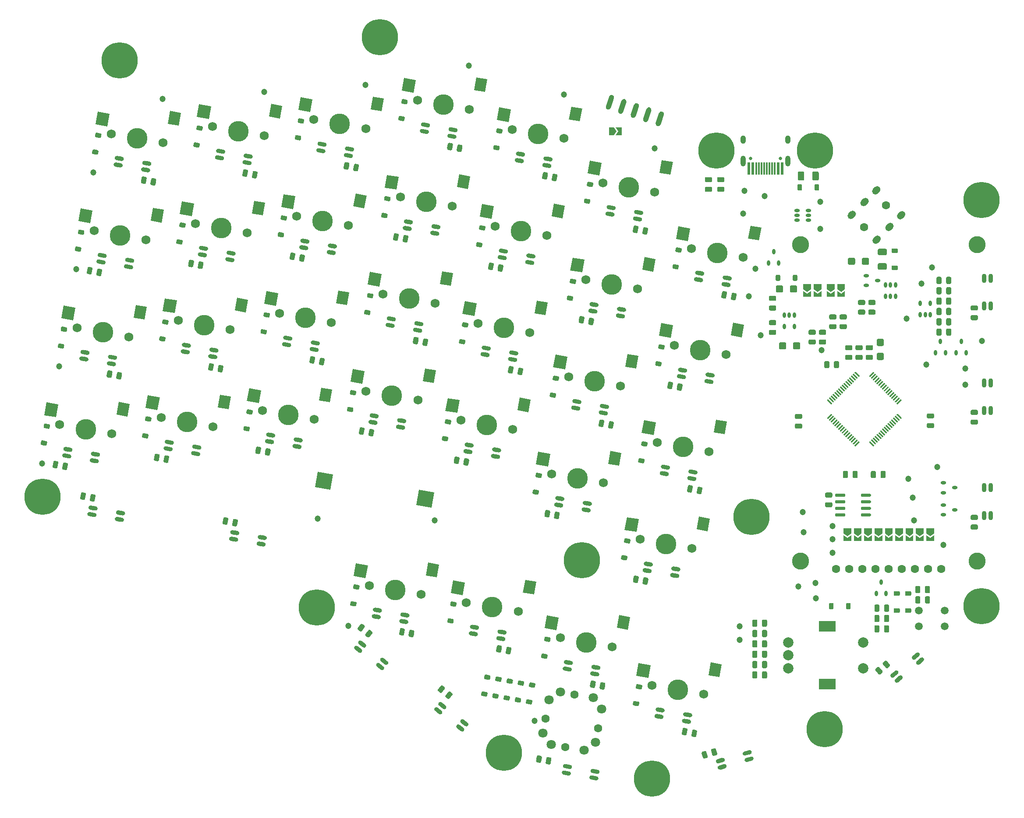
<source format=gbr>
G04 #@! TF.GenerationSoftware,KiCad,Pcbnew,(5.1.7)-1*
G04 #@! TF.CreationDate,2020-10-07T08:34:40+11:00*
G04 #@! TF.ProjectId,Djinn,446a696e-6e2e-46b6-9963-61645f706362,rev?*
G04 #@! TF.SameCoordinates,Original*
G04 #@! TF.FileFunction,Soldermask,Bot*
G04 #@! TF.FilePolarity,Negative*
%FSLAX46Y46*%
G04 Gerber Fmt 4.6, Leading zero omitted, Abs format (unit mm)*
G04 Created by KiCad (PCBNEW (5.1.7)-1) date 2020-10-07 08:34:40*
%MOMM*%
%LPD*%
G01*
G04 APERTURE LIST*
%ADD10C,7.000000*%
%ADD11O,0.820000X1.800000*%
%ADD12C,2.000000*%
%ADD13R,3.200000X2.000000*%
%ADD14C,1.200000*%
%ADD15C,3.300000*%
%ADD16C,1.600000*%
%ADD17C,0.152400*%
%ADD18O,0.650000X1.060000*%
%ADD19O,1.000000X2.100000*%
%ADD20O,1.000000X1.600000*%
%ADD21R,0.570000X2.450000*%
%ADD22R,0.300000X2.450000*%
%ADD23C,0.650000*%
%ADD24O,1.060000X0.650000*%
%ADD25C,1.500000*%
%ADD26C,1.750000*%
%ADD27C,3.987800*%
%ADD28C,1.800000*%
G04 APERTURE END LIST*
D10*
X46966766Y19525432D03*
X99473603Y-123894915D03*
X163167435Y-90487880D03*
X34774198Y-90761447D03*
X163167435Y-11906299D03*
X111919220Y-2381261D03*
X130969300Y-2381260D03*
X85949668Y-81650102D03*
X-3381700Y15104253D03*
X-18267752Y-69318746D03*
X118708259Y-73245522D03*
X70919102Y-118896720D03*
X132900881Y-114300480D03*
G36*
G01*
X119128712Y-119882894D02*
X119128712Y-119882894D01*
G75*
G02*
X118846721Y-120389531I-394314J-112323D01*
G01*
X117904215Y-120658011D01*
G75*
G02*
X117397578Y-120376020I-112323J394314D01*
G01*
X117397578Y-120376020D01*
G75*
G02*
X117679569Y-119869383I394314J112323D01*
G01*
X118622075Y-119600903D01*
G75*
G02*
X119128712Y-119882894I112323J-394314D01*
G01*
G37*
G36*
G01*
X118778045Y-118651865D02*
X118778045Y-118651865D01*
G75*
G02*
X118496054Y-119158502I-394314J-112323D01*
G01*
X117553548Y-119426982D01*
G75*
G02*
X117046911Y-119144991I-112323J394314D01*
G01*
X117046911Y-119144991D01*
G75*
G02*
X117328902Y-118638354I394314J112323D01*
G01*
X118271408Y-118369874D01*
G75*
G02*
X118778045Y-118651865I112323J-394314D01*
G01*
G37*
G36*
G01*
X113584642Y-120131244D02*
X113584642Y-120131244D01*
G75*
G02*
X113302651Y-120637881I-394314J-112323D01*
G01*
X112360145Y-120906361D01*
G75*
G02*
X111853508Y-120624370I-112323J394314D01*
G01*
X111853508Y-120624370D01*
G75*
G02*
X112135499Y-120117733I394314J112323D01*
G01*
X113078005Y-119849253D01*
G75*
G02*
X113584642Y-120131244I112323J-394314D01*
G01*
G37*
G36*
G01*
X113935309Y-121362273D02*
X113935309Y-121362273D01*
G75*
G02*
X113653318Y-121868910I-394314J-112323D01*
G01*
X112710812Y-122137390D01*
G75*
G02*
X112204175Y-121855399I-112323J394314D01*
G01*
X112204175Y-121855399D01*
G75*
G02*
X112486166Y-121348762I394314J112323D01*
G01*
X113428672Y-121080282D01*
G75*
G02*
X113935309Y-121362273I112323J-394314D01*
G01*
G37*
G36*
G01*
X151997893Y-100570414D02*
X151997893Y-100570414D01*
G75*
G02*
X151947358Y-101148035I-314078J-263543D01*
G01*
X151196634Y-101777967D01*
G75*
G02*
X150619013Y-101727432I-263543J314078D01*
G01*
X150619013Y-101727432D01*
G75*
G02*
X150669548Y-101149811I314078J263543D01*
G01*
X151420272Y-100519879D01*
G75*
G02*
X151997893Y-100570414I263543J-314078D01*
G01*
G37*
G36*
G01*
X151175125Y-99589877D02*
X151175125Y-99589877D01*
G75*
G02*
X151124590Y-100167498I-314078J-263543D01*
G01*
X150373866Y-100797430D01*
G75*
G02*
X149796245Y-100746895I-263543J314078D01*
G01*
X149796245Y-100746895D01*
G75*
G02*
X149846780Y-100169274I314078J263543D01*
G01*
X150597504Y-99539342D01*
G75*
G02*
X151175125Y-99589877I263543J-314078D01*
G01*
G37*
G36*
G01*
X147038485Y-103060930D02*
X147038485Y-103060930D01*
G75*
G02*
X146987950Y-103638551I-314078J-263543D01*
G01*
X146237226Y-104268483D01*
G75*
G02*
X145659605Y-104217948I-263543J314078D01*
G01*
X145659605Y-104217948D01*
G75*
G02*
X145710140Y-103640327I314078J263543D01*
G01*
X146460864Y-103010395D01*
G75*
G02*
X147038485Y-103060930I263543J-314078D01*
G01*
G37*
G36*
G01*
X147861253Y-104041467D02*
X147861253Y-104041467D01*
G75*
G02*
X147810718Y-104619088I-314078J-263543D01*
G01*
X147059994Y-105249020D01*
G75*
G02*
X146482373Y-105198485I-263543J314078D01*
G01*
X146482373Y-105198485D01*
G75*
G02*
X146532908Y-104620864I314078J263543D01*
G01*
X147283632Y-103990932D01*
G75*
G02*
X147861253Y-104041467I263543J-314078D01*
G01*
G37*
G36*
G01*
X-2518977Y-73883842D02*
X-2518977Y-73883842D01*
G75*
G02*
X-2993944Y-74216417I-403771J71196D01*
G01*
X-3959056Y-74046241D01*
G75*
G02*
X-4291631Y-73571274I71196J403771D01*
G01*
X-4291631Y-73571274D01*
G75*
G02*
X-3816664Y-73238699I403771J-71196D01*
G01*
X-2851552Y-73408875D01*
G75*
G02*
X-2518977Y-73883842I-71196J-403771D01*
G01*
G37*
G36*
G01*
X-2296707Y-72623288D02*
X-2296707Y-72623288D01*
G75*
G02*
X-2771674Y-72955863I-403771J71196D01*
G01*
X-3736786Y-72785687D01*
G75*
G02*
X-4069361Y-72310720I71196J403771D01*
G01*
X-4069361Y-72310720D01*
G75*
G02*
X-3594394Y-71978145I403771J-71196D01*
G01*
X-2629282Y-72148321D01*
G75*
G02*
X-2296707Y-72623288I-71196J-403771D01*
G01*
G37*
G36*
G01*
X-7614669Y-71685588D02*
X-7614669Y-71685588D01*
G75*
G02*
X-8089636Y-72018163I-403771J71196D01*
G01*
X-9054748Y-71847987D01*
G75*
G02*
X-9387323Y-71373020I71196J403771D01*
G01*
X-9387323Y-71373020D01*
G75*
G02*
X-8912356Y-71040445I403771J-71196D01*
G01*
X-7947244Y-71210621D01*
G75*
G02*
X-7614669Y-71685588I-71196J-403771D01*
G01*
G37*
G36*
G01*
X-7836939Y-72946142D02*
X-7836939Y-72946142D01*
G75*
G02*
X-8311906Y-73278717I-403771J71196D01*
G01*
X-9277018Y-73108541D01*
G75*
G02*
X-9609593Y-72633574I71196J403771D01*
G01*
X-9609593Y-72633574D01*
G75*
G02*
X-9134626Y-72300999I403771J-71196D01*
G01*
X-8169514Y-72471175D01*
G75*
G02*
X-7836939Y-72946142I-71196J-403771D01*
G01*
G37*
G36*
G01*
X24865513Y-78646363D02*
X24865513Y-78646363D01*
G75*
G02*
X24390546Y-78978938I-403771J71196D01*
G01*
X23425434Y-78808762D01*
G75*
G02*
X23092859Y-78333795I71196J403771D01*
G01*
X23092859Y-78333795D01*
G75*
G02*
X23567826Y-78001220I403771J-71196D01*
G01*
X24532938Y-78171396D01*
G75*
G02*
X24865513Y-78646363I-71196J-403771D01*
G01*
G37*
G36*
G01*
X25087783Y-77385809D02*
X25087783Y-77385809D01*
G75*
G02*
X24612816Y-77718384I-403771J71196D01*
G01*
X23647704Y-77548208D01*
G75*
G02*
X23315129Y-77073241I71196J403771D01*
G01*
X23315129Y-77073241D01*
G75*
G02*
X23790096Y-76740666I403771J-71196D01*
G01*
X24755208Y-76910842D01*
G75*
G02*
X25087783Y-77385809I-71196J-403771D01*
G01*
G37*
G36*
G01*
X19769821Y-76448109D02*
X19769821Y-76448109D01*
G75*
G02*
X19294854Y-76780684I-403771J71196D01*
G01*
X18329742Y-76610508D01*
G75*
G02*
X17997167Y-76135541I71196J403771D01*
G01*
X17997167Y-76135541D01*
G75*
G02*
X18472134Y-75802966I403771J-71196D01*
G01*
X19437246Y-75973142D01*
G75*
G02*
X19769821Y-76448109I-71196J-403771D01*
G01*
G37*
G36*
G01*
X19547551Y-77708663D02*
X19547551Y-77708663D01*
G75*
G02*
X19072584Y-78041238I-403771J71196D01*
G01*
X18107472Y-77871062D01*
G75*
G02*
X17774897Y-77396095I71196J403771D01*
G01*
X17774897Y-77396095D01*
G75*
G02*
X18249864Y-77063520I403771J-71196D01*
G01*
X19214976Y-77233696D01*
G75*
G02*
X19547551Y-77708663I-71196J-403771D01*
G01*
G37*
G36*
G01*
X47686756Y-102733630D02*
X47686756Y-102733630D01*
G75*
G02*
X47111251Y-102804293I-323084J252421D01*
G01*
X46339001Y-102200945D01*
G75*
G02*
X46268338Y-101625440I252421J323084D01*
G01*
X46268338Y-101625440D01*
G75*
G02*
X46843843Y-101554777I323084J-252421D01*
G01*
X47616093Y-102158125D01*
G75*
G02*
X47686756Y-102733630I-252421J-323084D01*
G01*
G37*
G36*
G01*
X48474802Y-101724976D02*
X48474802Y-101724976D01*
G75*
G02*
X47899297Y-101795639I-323084J252421D01*
G01*
X47127047Y-101192291D01*
G75*
G02*
X47056384Y-100616786I252421J323084D01*
G01*
X47056384Y-100616786D01*
G75*
G02*
X47631889Y-100546123I323084J-252421D01*
G01*
X48404139Y-101149471D01*
G75*
G02*
X48474802Y-101724976I-252421J-323084D01*
G01*
G37*
G36*
G01*
X44219544Y-98400404D02*
X44219544Y-98400404D01*
G75*
G02*
X43644039Y-98471067I-323084J252421D01*
G01*
X42871789Y-97867719D01*
G75*
G02*
X42801126Y-97292214I252421J323084D01*
G01*
X42801126Y-97292214D01*
G75*
G02*
X43376631Y-97221551I323084J-252421D01*
G01*
X44148881Y-97824899D01*
G75*
G02*
X44219544Y-98400404I-252421J-323084D01*
G01*
G37*
G36*
G01*
X43431498Y-99409058D02*
X43431498Y-99409058D01*
G75*
G02*
X42855993Y-99479721I-323084J252421D01*
G01*
X42083743Y-98876373D01*
G75*
G02*
X42013080Y-98300868I252421J323084D01*
G01*
X42013080Y-98300868D01*
G75*
G02*
X42588585Y-98230205I323084J-252421D01*
G01*
X43360835Y-98833553D01*
G75*
G02*
X43431498Y-99409058I-252421J-323084D01*
G01*
G37*
G36*
G01*
X63164945Y-114639930D02*
X63164945Y-114639930D01*
G75*
G02*
X62589440Y-114710593I-323084J252421D01*
G01*
X61817190Y-114107245D01*
G75*
G02*
X61746527Y-113531740I252421J323084D01*
G01*
X61746527Y-113531740D01*
G75*
G02*
X62322032Y-113461077I323084J-252421D01*
G01*
X63094282Y-114064425D01*
G75*
G02*
X63164945Y-114639930I-252421J-323084D01*
G01*
G37*
G36*
G01*
X63952991Y-113631276D02*
X63952991Y-113631276D01*
G75*
G02*
X63377486Y-113701939I-323084J252421D01*
G01*
X62605236Y-113098591D01*
G75*
G02*
X62534573Y-112523086I252421J323084D01*
G01*
X62534573Y-112523086D01*
G75*
G02*
X63110078Y-112452423I323084J-252421D01*
G01*
X63882328Y-113055771D01*
G75*
G02*
X63952991Y-113631276I-252421J-323084D01*
G01*
G37*
G36*
G01*
X59697733Y-110306704D02*
X59697733Y-110306704D01*
G75*
G02*
X59122228Y-110377367I-323084J252421D01*
G01*
X58349978Y-109774019D01*
G75*
G02*
X58279315Y-109198514I252421J323084D01*
G01*
X58279315Y-109198514D01*
G75*
G02*
X58854820Y-109127851I323084J-252421D01*
G01*
X59627070Y-109731199D01*
G75*
G02*
X59697733Y-110306704I-252421J-323084D01*
G01*
G37*
G36*
G01*
X58909687Y-111315358D02*
X58909687Y-111315358D01*
G75*
G02*
X58334182Y-111386021I-323084J252421D01*
G01*
X57561932Y-110782673D01*
G75*
G02*
X57491269Y-110207168I252421J323084D01*
G01*
X57491269Y-110207168D01*
G75*
G02*
X58066774Y-110136505I323084J-252421D01*
G01*
X58839024Y-110739853D01*
G75*
G02*
X58909687Y-111315358I-252421J-323084D01*
G01*
G37*
G36*
G01*
X89159533Y-123890301D02*
X89159533Y-123890301D01*
G75*
G02*
X88684566Y-124222876I-403771J71196D01*
G01*
X87719454Y-124052700D01*
G75*
G02*
X87386879Y-123577733I71196J403771D01*
G01*
X87386879Y-123577733D01*
G75*
G02*
X87861846Y-123245158I403771J-71196D01*
G01*
X88826958Y-123415334D01*
G75*
G02*
X89159533Y-123890301I-71196J-403771D01*
G01*
G37*
G36*
G01*
X89381803Y-122629747D02*
X89381803Y-122629747D01*
G75*
G02*
X88906836Y-122962322I-403771J71196D01*
G01*
X87941724Y-122792146D01*
G75*
G02*
X87609149Y-122317179I71196J403771D01*
G01*
X87609149Y-122317179D01*
G75*
G02*
X88084116Y-121984604I403771J-71196D01*
G01*
X89049228Y-122154780D01*
G75*
G02*
X89381803Y-122629747I-71196J-403771D01*
G01*
G37*
G36*
G01*
X84063841Y-121692047D02*
X84063841Y-121692047D01*
G75*
G02*
X83588874Y-122024622I-403771J71196D01*
G01*
X82623762Y-121854446D01*
G75*
G02*
X82291187Y-121379479I71196J403771D01*
G01*
X82291187Y-121379479D01*
G75*
G02*
X82766154Y-121046904I403771J-71196D01*
G01*
X83731266Y-121217080D01*
G75*
G02*
X84063841Y-121692047I-71196J-403771D01*
G01*
G37*
G36*
G01*
X83841571Y-122952601D02*
X83841571Y-122952601D01*
G75*
G02*
X83366604Y-123285176I-403771J71196D01*
G01*
X82401492Y-123115000D01*
G75*
G02*
X82068917Y-122640033I71196J403771D01*
G01*
X82068917Y-122640033D01*
G75*
G02*
X82543884Y-122307458I403771J-71196D01*
G01*
X83508996Y-122477634D01*
G75*
G02*
X83841571Y-122952601I-71196J-403771D01*
G01*
G37*
D11*
X164946940Y-67547170D03*
X163666940Y-67547170D03*
X163666940Y-72947170D03*
X164946940Y-72947170D03*
X164946940Y-47306460D03*
X163666940Y-47306460D03*
X163666940Y-52706460D03*
X164946940Y-52706460D03*
X164946939Y-27065750D03*
X163666939Y-27065750D03*
X163666939Y-32465750D03*
X164946939Y-32465750D03*
D12*
X140350560Y-102512920D03*
X140350560Y-97512920D03*
D13*
X133350560Y-105612920D03*
X133350560Y-94412920D03*
D12*
X125850560Y-102512920D03*
X125850560Y-100012920D03*
X125850560Y-97512920D03*
D14*
X116400000Y-97000000D03*
X116400000Y-94400000D03*
X118200000Y-30600001D03*
X132300000Y-41000000D03*
X132000000Y-17500001D03*
X128600001Y-72300000D03*
X132000000Y-12300000D03*
X128800000Y-76200001D03*
X57486973Y-73910966D03*
X150100000Y-73900001D03*
X34900000Y-73600001D03*
X149900000Y-69500000D03*
X149000000Y-65900001D03*
X154600000Y-63600000D03*
X155800000Y-78700001D03*
X148700000Y-34900000D03*
X160000000Y-47700001D03*
X160000000Y-44500002D03*
X163300000Y-39200001D03*
X151600000Y-28100001D03*
X153591270Y-25003230D03*
X152500000Y-43800001D03*
X131100000Y-86000001D03*
X131200000Y-89000000D03*
X127800000Y-86700001D03*
X120500000Y-38100000D03*
X134400000Y-80200001D03*
X119500000Y-25200001D03*
X134400000Y-77600001D03*
X121300000Y-11200000D03*
X134400001Y-75000001D03*
X117400000Y-10200001D03*
G36*
G01*
X150375000Y-87756251D02*
X150375000Y-86843751D01*
G75*
G02*
X150618750Y-86600001I243750J0D01*
G01*
X151106250Y-86600001D01*
G75*
G02*
X151350000Y-86843751I0J-243750D01*
G01*
X151350000Y-87756251D01*
G75*
G02*
X151106250Y-88000001I-243750J0D01*
G01*
X150618750Y-88000001D01*
G75*
G02*
X150375000Y-87756251I0J243750D01*
G01*
G37*
G36*
G01*
X152250000Y-87756251D02*
X152250000Y-86843751D01*
G75*
G02*
X152493750Y-86600001I243750J0D01*
G01*
X152981250Y-86600001D01*
G75*
G02*
X153225000Y-86843751I0J-243750D01*
G01*
X153225000Y-87756251D01*
G75*
G02*
X152981250Y-88000001I-243750J0D01*
G01*
X152493750Y-88000001D01*
G75*
G02*
X152250000Y-87756251I0J243750D01*
G01*
G37*
G36*
G01*
X122343750Y-37050003D02*
X123256250Y-37050003D01*
G75*
G02*
X123500000Y-37293753I0J-243750D01*
G01*
X123500000Y-37781253D01*
G75*
G02*
X123256250Y-38025003I-243750J0D01*
G01*
X122343750Y-38025003D01*
G75*
G02*
X122100000Y-37781253I0J243750D01*
G01*
X122100000Y-37293753D01*
G75*
G02*
X122343750Y-37050003I243750J0D01*
G01*
G37*
G36*
G01*
X122343750Y-35175003D02*
X123256250Y-35175003D01*
G75*
G02*
X123500000Y-35418753I0J-243750D01*
G01*
X123500000Y-35906253D01*
G75*
G02*
X123256250Y-36150003I-243750J0D01*
G01*
X122343750Y-36150003D01*
G75*
G02*
X122100000Y-35906253I0J243750D01*
G01*
X122100000Y-35418753D01*
G75*
G02*
X122343750Y-35175003I243750J0D01*
G01*
G37*
G36*
G01*
X122343750Y-32350001D02*
X123256250Y-32350001D01*
G75*
G02*
X123500000Y-32593751I0J-243750D01*
G01*
X123500000Y-33081251D01*
G75*
G02*
X123256250Y-33325001I-243750J0D01*
G01*
X122343750Y-33325001D01*
G75*
G02*
X122100000Y-33081251I0J243750D01*
G01*
X122100000Y-32593751D01*
G75*
G02*
X122343750Y-32350001I243750J0D01*
G01*
G37*
G36*
G01*
X122343750Y-30475001D02*
X123256250Y-30475001D01*
G75*
G02*
X123500000Y-30718751I0J-243750D01*
G01*
X123500000Y-31206251D01*
G75*
G02*
X123256250Y-31450001I-243750J0D01*
G01*
X122343750Y-31450001D01*
G75*
G02*
X122100000Y-31206251I0J243750D01*
G01*
X122100000Y-30718751D01*
G75*
G02*
X122343750Y-30475001I243750J0D01*
G01*
G37*
G36*
G01*
X124300000Y-26625001D02*
X124300000Y-27375001D01*
G75*
G02*
X124075000Y-27600001I-225000J0D01*
G01*
X123625000Y-27600001D01*
G75*
G02*
X123400000Y-27375001I0J225000D01*
G01*
X123400000Y-26625001D01*
G75*
G02*
X123625000Y-26400001I225000J0D01*
G01*
X124075000Y-26400001D01*
G75*
G02*
X124300000Y-26625001I0J-225000D01*
G01*
G37*
G36*
G01*
X127601000Y-26625001D02*
X127601000Y-27375001D01*
G75*
G02*
X127376000Y-27600001I-225000J0D01*
G01*
X126926000Y-27600001D01*
G75*
G02*
X126701000Y-27375001I0J225000D01*
G01*
X126701000Y-26625001D01*
G75*
G02*
X126926000Y-26400001I225000J0D01*
G01*
X127376000Y-26400001D01*
G75*
G02*
X127601000Y-26625001I0J-225000D01*
G01*
G37*
G36*
G01*
X96139182Y-108845248D02*
X96877788Y-108975484D01*
G75*
G02*
X97060299Y-109236137I-39071J-221582D01*
G01*
X96982157Y-109679301D01*
G75*
G02*
X96721504Y-109861812I-221582J39071D01*
G01*
X95982898Y-109731576D01*
G75*
G02*
X95800387Y-109470923I39071J221582D01*
G01*
X95878529Y-109027759D01*
G75*
G02*
X96139182Y-108845248I221582J-39071D01*
G01*
G37*
G36*
G01*
X96712395Y-105594397D02*
X97451001Y-105724633D01*
G75*
G02*
X97633512Y-105985286I-39071J-221582D01*
G01*
X97555370Y-106428450D01*
G75*
G02*
X97294717Y-106610961I-221582J39071D01*
G01*
X96556111Y-106480725D01*
G75*
G02*
X96373600Y-106220072I39071J221582D01*
G01*
X96451742Y-105776908D01*
G75*
G02*
X96712395Y-105594397I221582J-39071D01*
G01*
G37*
G36*
G01*
X78412269Y-99674528D02*
X79150875Y-99804764D01*
G75*
G02*
X79333386Y-100065417I-39071J-221582D01*
G01*
X79255244Y-100508581D01*
G75*
G02*
X78994591Y-100691092I-221582J39071D01*
G01*
X78255985Y-100560856D01*
G75*
G02*
X78073474Y-100300203I39071J221582D01*
G01*
X78151616Y-99857039D01*
G75*
G02*
X78412269Y-99674528I221582J-39071D01*
G01*
G37*
G36*
G01*
X78985482Y-96423677D02*
X79724088Y-96553913D01*
G75*
G02*
X79906599Y-96814566I-39071J-221582D01*
G01*
X79828457Y-97257730D01*
G75*
G02*
X79567804Y-97440241I-221582J39071D01*
G01*
X78829198Y-97310005D01*
G75*
G02*
X78646687Y-97049352I39071J221582D01*
G01*
X78724829Y-96606188D01*
G75*
G02*
X78985482Y-96423677I221582J-39071D01*
G01*
G37*
G36*
G01*
X60271853Y-92848892D02*
X61010459Y-92979128D01*
G75*
G02*
X61192970Y-93239781I-39071J-221582D01*
G01*
X61114828Y-93682945D01*
G75*
G02*
X60854175Y-93865456I-221582J39071D01*
G01*
X60115569Y-93735220D01*
G75*
G02*
X59933058Y-93474567I39071J221582D01*
G01*
X60011200Y-93031403D01*
G75*
G02*
X60271853Y-92848892I221582J-39071D01*
G01*
G37*
G36*
G01*
X60845066Y-89598041D02*
X61583672Y-89728277D01*
G75*
G02*
X61766183Y-89988930I-39071J-221582D01*
G01*
X61688041Y-90432094D01*
G75*
G02*
X61427388Y-90614605I-221582J39071D01*
G01*
X60688782Y-90484369D01*
G75*
G02*
X60506271Y-90223716I39071J221582D01*
G01*
X60584413Y-89780552D01*
G75*
G02*
X60845066Y-89598041I221582J-39071D01*
G01*
G37*
G36*
G01*
X41511188Y-89540879D02*
X42249794Y-89671115D01*
G75*
G02*
X42432305Y-89931768I-39071J-221582D01*
G01*
X42354163Y-90374932D01*
G75*
G02*
X42093510Y-90557443I-221582J39071D01*
G01*
X41354904Y-90427207D01*
G75*
G02*
X41172393Y-90166554I39071J221582D01*
G01*
X41250535Y-89723390D01*
G75*
G02*
X41511188Y-89540879I221582J-39071D01*
G01*
G37*
G36*
G01*
X42084401Y-86290028D02*
X42823007Y-86420264D01*
G75*
G02*
X43005518Y-86680917I-39071J-221582D01*
G01*
X42927376Y-87124081D01*
G75*
G02*
X42666723Y-87306592I-221582J39071D01*
G01*
X41928117Y-87176356D01*
G75*
G02*
X41745606Y-86915703I39071J221582D01*
G01*
X41823748Y-86472539D01*
G75*
G02*
X42084401Y-86290028I221582J-39071D01*
G01*
G37*
G36*
G01*
X93859197Y-80636287D02*
X94597803Y-80766523D01*
G75*
G02*
X94780314Y-81027176I-39071J-221582D01*
G01*
X94702172Y-81470340D01*
G75*
G02*
X94441519Y-81652851I-221582J39071D01*
G01*
X93702913Y-81522615D01*
G75*
G02*
X93520402Y-81261962I39071J221582D01*
G01*
X93598544Y-80818798D01*
G75*
G02*
X93859197Y-80636287I221582J-39071D01*
G01*
G37*
G36*
G01*
X94432410Y-77385436D02*
X95171016Y-77515672D01*
G75*
G02*
X95353527Y-77776325I-39071J-221582D01*
G01*
X95275385Y-78219489D01*
G75*
G02*
X95014732Y-78402000I-221582J39071D01*
G01*
X94276126Y-78271764D01*
G75*
G02*
X94093615Y-78011111I39071J221582D01*
G01*
X94171757Y-77567947D01*
G75*
G02*
X94432410Y-77385436I221582J-39071D01*
G01*
G37*
G36*
G01*
X76752538Y-67947941D02*
X77491144Y-68078177D01*
G75*
G02*
X77673655Y-68338830I-39071J-221582D01*
G01*
X77595513Y-68781994D01*
G75*
G02*
X77334860Y-68964505I-221582J39071D01*
G01*
X76596254Y-68834269D01*
G75*
G02*
X76413743Y-68573616I39071J221582D01*
G01*
X76491885Y-68130452D01*
G75*
G02*
X76752538Y-67947941I221582J-39071D01*
G01*
G37*
G36*
G01*
X77325751Y-64697090D02*
X78064357Y-64827326D01*
G75*
G02*
X78246868Y-65087979I-39071J-221582D01*
G01*
X78168726Y-65531143D01*
G75*
G02*
X77908073Y-65713654I-221582J39071D01*
G01*
X77169467Y-65583418D01*
G75*
G02*
X76986956Y-65322765I39071J221582D01*
G01*
X77065098Y-64879601D01*
G75*
G02*
X77325751Y-64697090I221582J-39071D01*
G01*
G37*
G36*
G01*
X59232374Y-57604679D02*
X59970980Y-57734915D01*
G75*
G02*
X60153491Y-57995568I-39071J-221582D01*
G01*
X60075349Y-58438732D01*
G75*
G02*
X59814696Y-58621243I-221582J39071D01*
G01*
X59076090Y-58491007D01*
G75*
G02*
X58893579Y-58230354I39071J221582D01*
G01*
X58971721Y-57787190D01*
G75*
G02*
X59232374Y-57604679I221582J-39071D01*
G01*
G37*
G36*
G01*
X59805587Y-54353828D02*
X60544193Y-54484064D01*
G75*
G02*
X60726704Y-54744717I-39071J-221582D01*
G01*
X60648562Y-55187881D01*
G75*
G02*
X60387909Y-55370392I-221582J39071D01*
G01*
X59649303Y-55240156D01*
G75*
G02*
X59466792Y-54979503I39071J221582D01*
G01*
X59544934Y-54536339D01*
G75*
G02*
X59805587Y-54353828I221582J-39071D01*
G01*
G37*
G36*
G01*
X40885210Y-51951584D02*
X41623816Y-52081820D01*
G75*
G02*
X41806327Y-52342473I-39071J-221582D01*
G01*
X41728185Y-52785637D01*
G75*
G02*
X41467532Y-52968148I-221582J39071D01*
G01*
X40728926Y-52837912D01*
G75*
G02*
X40546415Y-52577259I39071J221582D01*
G01*
X40624557Y-52134095D01*
G75*
G02*
X40885210Y-51951584I221582J-39071D01*
G01*
G37*
G36*
G01*
X41458423Y-48700733D02*
X42197029Y-48830969D01*
G75*
G02*
X42379540Y-49091622I-39071J-221582D01*
G01*
X42301398Y-49534786D01*
G75*
G02*
X42040745Y-49717297I-221582J39071D01*
G01*
X41302139Y-49587061D01*
G75*
G02*
X41119628Y-49326408I39071J221582D01*
G01*
X41197770Y-48883244D01*
G75*
G02*
X41458423Y-48700733I221582J-39071D01*
G01*
G37*
G36*
G01*
X20884040Y-55678824D02*
X21622646Y-55809060D01*
G75*
G02*
X21805157Y-56069713I-39071J-221582D01*
G01*
X21727015Y-56512877D01*
G75*
G02*
X21466362Y-56695388I-221582J39071D01*
G01*
X20727756Y-56565152D01*
G75*
G02*
X20545245Y-56304499I39071J221582D01*
G01*
X20623387Y-55861335D01*
G75*
G02*
X20884040Y-55678824I221582J-39071D01*
G01*
G37*
G36*
G01*
X21457253Y-52427973D02*
X22195859Y-52558209D01*
G75*
G02*
X22378370Y-52818862I-39071J-221582D01*
G01*
X22300228Y-53262026D01*
G75*
G02*
X22039575Y-53444537I-221582J39071D01*
G01*
X21300969Y-53314301D01*
G75*
G02*
X21118458Y-53053648I39071J221582D01*
G01*
X21196600Y-52610484D01*
G75*
G02*
X21457253Y-52427973I221582J-39071D01*
G01*
G37*
G36*
G01*
X1296369Y-57060977D02*
X2034975Y-57191213D01*
G75*
G02*
X2217486Y-57451866I-39071J-221582D01*
G01*
X2139344Y-57895030D01*
G75*
G02*
X1878691Y-58077541I-221582J39071D01*
G01*
X1140085Y-57947305D01*
G75*
G02*
X957574Y-57686652I39071J221582D01*
G01*
X1035716Y-57243488D01*
G75*
G02*
X1296369Y-57060977I221582J-39071D01*
G01*
G37*
G36*
G01*
X1869582Y-53810126D02*
X2608188Y-53940362D01*
G75*
G02*
X2790699Y-54201015I-39071J-221582D01*
G01*
X2712557Y-54644179D01*
G75*
G02*
X2451904Y-54826690I-221582J39071D01*
G01*
X1713298Y-54696454D01*
G75*
G02*
X1530787Y-54435801I39071J221582D01*
G01*
X1608929Y-53992637D01*
G75*
G02*
X1869582Y-53810126I221582J-39071D01*
G01*
G37*
G36*
G01*
X-18291299Y-58443132D02*
X-17552693Y-58573368D01*
G75*
G02*
X-17370182Y-58834021I-39071J-221582D01*
G01*
X-17448324Y-59277185D01*
G75*
G02*
X-17708977Y-59459696I-221582J39071D01*
G01*
X-18447583Y-59329460D01*
G75*
G02*
X-18630094Y-59068807I39071J221582D01*
G01*
X-18551952Y-58625643D01*
G75*
G02*
X-18291299Y-58443132I221582J-39071D01*
G01*
G37*
G36*
G01*
X-17718086Y-55192281D02*
X-16979480Y-55322517D01*
G75*
G02*
X-16796969Y-55583170I-39071J-221582D01*
G01*
X-16875111Y-56026334D01*
G75*
G02*
X-17135764Y-56208845I-221582J39071D01*
G01*
X-17874370Y-56078609D01*
G75*
G02*
X-18056881Y-55817956I39071J221582D01*
G01*
X-17978739Y-55374792D01*
G75*
G02*
X-17718086Y-55192281I221582J-39071D01*
G01*
G37*
G36*
G01*
X97167210Y-61875619D02*
X97905816Y-62005855D01*
G75*
G02*
X98088327Y-62266508I-39071J-221582D01*
G01*
X98010185Y-62709672D01*
G75*
G02*
X97749532Y-62892183I-221582J39071D01*
G01*
X97010926Y-62761947D01*
G75*
G02*
X96828415Y-62501294I39071J221582D01*
G01*
X96906557Y-62058130D01*
G75*
G02*
X97167210Y-61875619I221582J-39071D01*
G01*
G37*
G36*
G01*
X97740423Y-58624768D02*
X98479029Y-58755004D01*
G75*
G02*
X98661540Y-59015657I-39071J-221582D01*
G01*
X98583398Y-59458821D01*
G75*
G02*
X98322745Y-59641332I-221582J39071D01*
G01*
X97584139Y-59511096D01*
G75*
G02*
X97401628Y-59250443I39071J221582D01*
G01*
X97479770Y-58807279D01*
G75*
G02*
X97740423Y-58624768I221582J-39071D01*
G01*
G37*
G36*
G01*
X80060548Y-49187274D02*
X80799154Y-49317510D01*
G75*
G02*
X80981665Y-49578163I-39071J-221582D01*
G01*
X80903523Y-50021327D01*
G75*
G02*
X80642870Y-50203838I-221582J39071D01*
G01*
X79904264Y-50073602D01*
G75*
G02*
X79721753Y-49812949I39071J221582D01*
G01*
X79799895Y-49369785D01*
G75*
G02*
X80060548Y-49187274I221582J-39071D01*
G01*
G37*
G36*
G01*
X80633761Y-45936423D02*
X81372367Y-46066659D01*
G75*
G02*
X81554878Y-46327312I-39071J-221582D01*
G01*
X81476736Y-46770476D01*
G75*
G02*
X81216083Y-46952987I-221582J39071D01*
G01*
X80477477Y-46822751D01*
G75*
G02*
X80294966Y-46562098I39071J221582D01*
G01*
X80373108Y-46118934D01*
G75*
G02*
X80633761Y-45936423I221582J-39071D01*
G01*
G37*
G36*
G01*
X62540386Y-38844014D02*
X63278992Y-38974250D01*
G75*
G02*
X63461503Y-39234903I-39071J-221582D01*
G01*
X63383361Y-39678067D01*
G75*
G02*
X63122708Y-39860578I-221582J39071D01*
G01*
X62384102Y-39730342D01*
G75*
G02*
X62201591Y-39469689I39071J221582D01*
G01*
X62279733Y-39026525D01*
G75*
G02*
X62540386Y-38844014I221582J-39071D01*
G01*
G37*
G36*
G01*
X63113599Y-35593163D02*
X63852205Y-35723399D01*
G75*
G02*
X64034716Y-35984052I-39071J-221582D01*
G01*
X63956574Y-36427216D01*
G75*
G02*
X63695921Y-36609727I-221582J39071D01*
G01*
X62957315Y-36479491D01*
G75*
G02*
X62774804Y-36218838I39071J221582D01*
G01*
X62852946Y-35775674D01*
G75*
G02*
X63113599Y-35593163I221582J-39071D01*
G01*
G37*
G36*
G01*
X44193221Y-33190919D02*
X44931827Y-33321155D01*
G75*
G02*
X45114338Y-33581808I-39071J-221582D01*
G01*
X45036196Y-34024972D01*
G75*
G02*
X44775543Y-34207483I-221582J39071D01*
G01*
X44036937Y-34077247D01*
G75*
G02*
X43854426Y-33816594I39071J221582D01*
G01*
X43932568Y-33373430D01*
G75*
G02*
X44193221Y-33190919I221582J-39071D01*
G01*
G37*
G36*
G01*
X44766434Y-29940068D02*
X45505040Y-30070304D01*
G75*
G02*
X45687551Y-30330957I-39071J-221582D01*
G01*
X45609409Y-30774121D01*
G75*
G02*
X45348756Y-30956632I-221582J39071D01*
G01*
X44610150Y-30826396D01*
G75*
G02*
X44427639Y-30565743I39071J221582D01*
G01*
X44505781Y-30122579D01*
G75*
G02*
X44766434Y-29940068I221582J-39071D01*
G01*
G37*
G36*
G01*
X24192050Y-36918156D02*
X24930656Y-37048392D01*
G75*
G02*
X25113167Y-37309045I-39071J-221582D01*
G01*
X25035025Y-37752209D01*
G75*
G02*
X24774372Y-37934720I-221582J39071D01*
G01*
X24035766Y-37804484D01*
G75*
G02*
X23853255Y-37543831I39071J221582D01*
G01*
X23931397Y-37100667D01*
G75*
G02*
X24192050Y-36918156I221582J-39071D01*
G01*
G37*
G36*
G01*
X24765263Y-33667305D02*
X25503869Y-33797541D01*
G75*
G02*
X25686380Y-34058194I-39071J-221582D01*
G01*
X25608238Y-34501358D01*
G75*
G02*
X25347585Y-34683869I-221582J39071D01*
G01*
X24608979Y-34553633D01*
G75*
G02*
X24426468Y-34292980I39071J221582D01*
G01*
X24504610Y-33849816D01*
G75*
G02*
X24765263Y-33667305I221582J-39071D01*
G01*
G37*
G36*
G01*
X4604382Y-38300310D02*
X5342988Y-38430546D01*
G75*
G02*
X5525499Y-38691199I-39071J-221582D01*
G01*
X5447357Y-39134363D01*
G75*
G02*
X5186704Y-39316874I-221582J39071D01*
G01*
X4448098Y-39186638D01*
G75*
G02*
X4265587Y-38925985I39071J221582D01*
G01*
X4343729Y-38482821D01*
G75*
G02*
X4604382Y-38300310I221582J-39071D01*
G01*
G37*
G36*
G01*
X5177595Y-35049459D02*
X5916201Y-35179695D01*
G75*
G02*
X6098712Y-35440348I-39071J-221582D01*
G01*
X6020570Y-35883512D01*
G75*
G02*
X5759917Y-36066023I-221582J39071D01*
G01*
X5021311Y-35935787D01*
G75*
G02*
X4838800Y-35675134I39071J221582D01*
G01*
X4916942Y-35231970D01*
G75*
G02*
X5177595Y-35049459I221582J-39071D01*
G01*
G37*
G36*
G01*
X-14983287Y-39682465D02*
X-14244681Y-39812701D01*
G75*
G02*
X-14062170Y-40073354I-39071J-221582D01*
G01*
X-14140312Y-40516518D01*
G75*
G02*
X-14400965Y-40699029I-221582J39071D01*
G01*
X-15139571Y-40568793D01*
G75*
G02*
X-15322082Y-40308140I39071J221582D01*
G01*
X-15243940Y-39864976D01*
G75*
G02*
X-14983287Y-39682465I221582J-39071D01*
G01*
G37*
G36*
G01*
X-14410074Y-36431614D02*
X-13671468Y-36561850D01*
G75*
G02*
X-13488957Y-36822503I-39071J-221582D01*
G01*
X-13567099Y-37265667D01*
G75*
G02*
X-13827752Y-37448178I-221582J39071D01*
G01*
X-14566358Y-37317942D01*
G75*
G02*
X-14748869Y-37057289I39071J221582D01*
G01*
X-14670727Y-36614125D01*
G75*
G02*
X-14410074Y-36431614I221582J-39071D01*
G01*
G37*
G36*
G01*
X100475222Y-43114953D02*
X101213828Y-43245189D01*
G75*
G02*
X101396339Y-43505842I-39071J-221582D01*
G01*
X101318197Y-43949006D01*
G75*
G02*
X101057544Y-44131517I-221582J39071D01*
G01*
X100318938Y-44001281D01*
G75*
G02*
X100136427Y-43740628I39071J221582D01*
G01*
X100214569Y-43297464D01*
G75*
G02*
X100475222Y-43114953I221582J-39071D01*
G01*
G37*
G36*
G01*
X101048435Y-39864102D02*
X101787041Y-39994338D01*
G75*
G02*
X101969552Y-40254991I-39071J-221582D01*
G01*
X101891410Y-40698155D01*
G75*
G02*
X101630757Y-40880666I-221582J39071D01*
G01*
X100892151Y-40750430D01*
G75*
G02*
X100709640Y-40489777I39071J221582D01*
G01*
X100787782Y-40046613D01*
G75*
G02*
X101048435Y-39864102I221582J-39071D01*
G01*
G37*
G36*
G01*
X83368561Y-30426608D02*
X84107167Y-30556844D01*
G75*
G02*
X84289678Y-30817497I-39071J-221582D01*
G01*
X84211536Y-31260661D01*
G75*
G02*
X83950883Y-31443172I-221582J39071D01*
G01*
X83212277Y-31312936D01*
G75*
G02*
X83029766Y-31052283I39071J221582D01*
G01*
X83107908Y-30609119D01*
G75*
G02*
X83368561Y-30426608I221582J-39071D01*
G01*
G37*
G36*
G01*
X83941774Y-27175757D02*
X84680380Y-27305993D01*
G75*
G02*
X84862891Y-27566646I-39071J-221582D01*
G01*
X84784749Y-28009810D01*
G75*
G02*
X84524096Y-28192321I-221582J39071D01*
G01*
X83785490Y-28062085D01*
G75*
G02*
X83602979Y-27801432I39071J221582D01*
G01*
X83681121Y-27358268D01*
G75*
G02*
X83941774Y-27175757I221582J-39071D01*
G01*
G37*
G36*
G01*
X65848399Y-20083346D02*
X66587005Y-20213582D01*
G75*
G02*
X66769516Y-20474235I-39071J-221582D01*
G01*
X66691374Y-20917399D01*
G75*
G02*
X66430721Y-21099910I-221582J39071D01*
G01*
X65692115Y-20969674D01*
G75*
G02*
X65509604Y-20709021I39071J221582D01*
G01*
X65587746Y-20265857D01*
G75*
G02*
X65848399Y-20083346I221582J-39071D01*
G01*
G37*
G36*
G01*
X66421612Y-16832495D02*
X67160218Y-16962731D01*
G75*
G02*
X67342729Y-17223384I-39071J-221582D01*
G01*
X67264587Y-17666548D01*
G75*
G02*
X67003934Y-17849059I-221582J39071D01*
G01*
X66265328Y-17718823D01*
G75*
G02*
X66082817Y-17458170I39071J221582D01*
G01*
X66160959Y-17015006D01*
G75*
G02*
X66421612Y-16832495I221582J-39071D01*
G01*
G37*
G36*
G01*
X47501234Y-14430251D02*
X48239840Y-14560487D01*
G75*
G02*
X48422351Y-14821140I-39071J-221582D01*
G01*
X48344209Y-15264304D01*
G75*
G02*
X48083556Y-15446815I-221582J39071D01*
G01*
X47344950Y-15316579D01*
G75*
G02*
X47162439Y-15055926I39071J221582D01*
G01*
X47240581Y-14612762D01*
G75*
G02*
X47501234Y-14430251I221582J-39071D01*
G01*
G37*
G36*
G01*
X48074447Y-11179400D02*
X48813053Y-11309636D01*
G75*
G02*
X48995564Y-11570289I-39071J-221582D01*
G01*
X48917422Y-12013453D01*
G75*
G02*
X48656769Y-12195964I-221582J39071D01*
G01*
X47918163Y-12065728D01*
G75*
G02*
X47735652Y-11805075I39071J221582D01*
G01*
X47813794Y-11361911D01*
G75*
G02*
X48074447Y-11179400I221582J-39071D01*
G01*
G37*
G36*
G01*
X27500063Y-18157491D02*
X28238669Y-18287727D01*
G75*
G02*
X28421180Y-18548380I-39071J-221582D01*
G01*
X28343038Y-18991544D01*
G75*
G02*
X28082385Y-19174055I-221582J39071D01*
G01*
X27343779Y-19043819D01*
G75*
G02*
X27161268Y-18783166I39071J221582D01*
G01*
X27239410Y-18340002D01*
G75*
G02*
X27500063Y-18157491I221582J-39071D01*
G01*
G37*
G36*
G01*
X28073276Y-14906640D02*
X28811882Y-15036876D01*
G75*
G02*
X28994393Y-15297529I-39071J-221582D01*
G01*
X28916251Y-15740693D01*
G75*
G02*
X28655598Y-15923204I-221582J39071D01*
G01*
X27916992Y-15792968D01*
G75*
G02*
X27734481Y-15532315I39071J221582D01*
G01*
X27812623Y-15089151D01*
G75*
G02*
X28073276Y-14906640I221582J-39071D01*
G01*
G37*
G36*
G01*
X7912396Y-19539646D02*
X8651002Y-19669882D01*
G75*
G02*
X8833513Y-19930535I-39071J-221582D01*
G01*
X8755371Y-20373699D01*
G75*
G02*
X8494718Y-20556210I-221582J39071D01*
G01*
X7756112Y-20425974D01*
G75*
G02*
X7573601Y-20165321I39071J221582D01*
G01*
X7651743Y-19722157D01*
G75*
G02*
X7912396Y-19539646I221582J-39071D01*
G01*
G37*
G36*
G01*
X8485609Y-16288795D02*
X9224215Y-16419031D01*
G75*
G02*
X9406726Y-16679684I-39071J-221582D01*
G01*
X9328584Y-17122848D01*
G75*
G02*
X9067931Y-17305359I-221582J39071D01*
G01*
X8329325Y-17175123D01*
G75*
G02*
X8146814Y-16914470I39071J221582D01*
G01*
X8224956Y-16471306D01*
G75*
G02*
X8485609Y-16288795I221582J-39071D01*
G01*
G37*
G36*
G01*
X-11675277Y-20921799D02*
X-10936671Y-21052035D01*
G75*
G02*
X-10754160Y-21312688I-39071J-221582D01*
G01*
X-10832302Y-21755852D01*
G75*
G02*
X-11092955Y-21938363I-221582J39071D01*
G01*
X-11831561Y-21808127D01*
G75*
G02*
X-12014072Y-21547474I39071J221582D01*
G01*
X-11935930Y-21104310D01*
G75*
G02*
X-11675277Y-20921799I221582J-39071D01*
G01*
G37*
G36*
G01*
X-11102064Y-17670948D02*
X-10363458Y-17801184D01*
G75*
G02*
X-10180947Y-18061837I-39071J-221582D01*
G01*
X-10259089Y-18505001D01*
G75*
G02*
X-10519742Y-18687512I-221582J39071D01*
G01*
X-11258348Y-18557276D01*
G75*
G02*
X-11440859Y-18296623I39071J221582D01*
G01*
X-11362717Y-17853459D01*
G75*
G02*
X-11102064Y-17670948I221582J-39071D01*
G01*
G37*
G36*
G01*
X103783232Y-24354285D02*
X104521838Y-24484521D01*
G75*
G02*
X104704349Y-24745174I-39071J-221582D01*
G01*
X104626207Y-25188338D01*
G75*
G02*
X104365554Y-25370849I-221582J39071D01*
G01*
X103626948Y-25240613D01*
G75*
G02*
X103444437Y-24979960I39071J221582D01*
G01*
X103522579Y-24536796D01*
G75*
G02*
X103783232Y-24354285I221582J-39071D01*
G01*
G37*
G36*
G01*
X104356445Y-21103434D02*
X105095051Y-21233670D01*
G75*
G02*
X105277562Y-21494323I-39071J-221582D01*
G01*
X105199420Y-21937487D01*
G75*
G02*
X104938767Y-22119998I-221582J39071D01*
G01*
X104200161Y-21989762D01*
G75*
G02*
X104017650Y-21729109I39071J221582D01*
G01*
X104095792Y-21285945D01*
G75*
G02*
X104356445Y-21103434I221582J-39071D01*
G01*
G37*
G36*
G01*
X86676573Y-11665941D02*
X87415179Y-11796177D01*
G75*
G02*
X87597690Y-12056830I-39071J-221582D01*
G01*
X87519548Y-12499994D01*
G75*
G02*
X87258895Y-12682505I-221582J39071D01*
G01*
X86520289Y-12552269D01*
G75*
G02*
X86337778Y-12291616I39071J221582D01*
G01*
X86415920Y-11848452D01*
G75*
G02*
X86676573Y-11665941I221582J-39071D01*
G01*
G37*
G36*
G01*
X87249786Y-8415090D02*
X87988392Y-8545326D01*
G75*
G02*
X88170903Y-8805979I-39071J-221582D01*
G01*
X88092761Y-9249143D01*
G75*
G02*
X87832108Y-9431654I-221582J39071D01*
G01*
X87093502Y-9301418D01*
G75*
G02*
X86910991Y-9040765I39071J221582D01*
G01*
X86989133Y-8597601D01*
G75*
G02*
X87249786Y-8415090I221582J-39071D01*
G01*
G37*
G36*
G01*
X69156411Y-1322680D02*
X69895017Y-1452916D01*
G75*
G02*
X70077528Y-1713569I-39071J-221582D01*
G01*
X69999386Y-2156733D01*
G75*
G02*
X69738733Y-2339244I-221582J39071D01*
G01*
X69000127Y-2209008D01*
G75*
G02*
X68817616Y-1948355I39071J221582D01*
G01*
X68895758Y-1505191D01*
G75*
G02*
X69156411Y-1322680I221582J-39071D01*
G01*
G37*
G36*
G01*
X69729624Y1928171D02*
X70468230Y1797935D01*
G75*
G02*
X70650741Y1537282I-39071J-221582D01*
G01*
X70572599Y1094118D01*
G75*
G02*
X70311946Y911607I-221582J39071D01*
G01*
X69573340Y1041843D01*
G75*
G02*
X69390829Y1302496I39071J221582D01*
G01*
X69468971Y1745660D01*
G75*
G02*
X69729624Y1928171I221582J-39071D01*
G01*
G37*
G36*
G01*
X50809246Y4330415D02*
X51547852Y4200179D01*
G75*
G02*
X51730363Y3939526I-39071J-221582D01*
G01*
X51652221Y3496362D01*
G75*
G02*
X51391568Y3313851I-221582J39071D01*
G01*
X50652962Y3444087D01*
G75*
G02*
X50470451Y3704740I39071J221582D01*
G01*
X50548593Y4147904D01*
G75*
G02*
X50809246Y4330415I221582J-39071D01*
G01*
G37*
G36*
G01*
X51382459Y7581266D02*
X52121065Y7451030D01*
G75*
G02*
X52303576Y7190377I-39071J-221582D01*
G01*
X52225434Y6747213D01*
G75*
G02*
X51964781Y6564702I-221582J39071D01*
G01*
X51226175Y6694938D01*
G75*
G02*
X51043664Y6955591I39071J221582D01*
G01*
X51121806Y7398755D01*
G75*
G02*
X51382459Y7581266I221582J-39071D01*
G01*
G37*
G36*
G01*
X30808075Y603178D02*
X31546681Y472942D01*
G75*
G02*
X31729192Y212289I-39071J-221582D01*
G01*
X31651050Y-230875D01*
G75*
G02*
X31390397Y-413386I-221582J39071D01*
G01*
X30651791Y-283150D01*
G75*
G02*
X30469280Y-22497I39071J221582D01*
G01*
X30547422Y420667D01*
G75*
G02*
X30808075Y603178I221582J-39071D01*
G01*
G37*
G36*
G01*
X31381288Y3854029D02*
X32119894Y3723793D01*
G75*
G02*
X32302405Y3463140I-39071J-221582D01*
G01*
X32224263Y3019976D01*
G75*
G02*
X31963610Y2837465I-221582J39071D01*
G01*
X31225004Y2967701D01*
G75*
G02*
X31042493Y3228354I39071J221582D01*
G01*
X31120635Y3671518D01*
G75*
G02*
X31381288Y3854029I221582J-39071D01*
G01*
G37*
G36*
G01*
X11220404Y-778978D02*
X11959010Y-909214D01*
G75*
G02*
X12141521Y-1169867I-39071J-221582D01*
G01*
X12063379Y-1613031D01*
G75*
G02*
X11802726Y-1795542I-221582J39071D01*
G01*
X11064120Y-1665306D01*
G75*
G02*
X10881609Y-1404653I39071J221582D01*
G01*
X10959751Y-961489D01*
G75*
G02*
X11220404Y-778978I221582J-39071D01*
G01*
G37*
G36*
G01*
X11793617Y2471873D02*
X12532223Y2341637D01*
G75*
G02*
X12714734Y2080984I-39071J-221582D01*
G01*
X12636592Y1637820D01*
G75*
G02*
X12375939Y1455309I-221582J39071D01*
G01*
X11637333Y1585545D01*
G75*
G02*
X11454822Y1846198I39071J221582D01*
G01*
X11532964Y2289362D01*
G75*
G02*
X11793617Y2471873I221582J-39071D01*
G01*
G37*
G36*
G01*
X-8367264Y-2161132D02*
X-7628658Y-2291368D01*
G75*
G02*
X-7446147Y-2552021I-39071J-221582D01*
G01*
X-7524289Y-2995185D01*
G75*
G02*
X-7784942Y-3177696I-221582J39071D01*
G01*
X-8523548Y-3047460D01*
G75*
G02*
X-8706059Y-2786807I39071J221582D01*
G01*
X-8627917Y-2343643D01*
G75*
G02*
X-8367264Y-2161132I221582J-39071D01*
G01*
G37*
G36*
G01*
X-7794051Y1089719D02*
X-7055445Y959483D01*
G75*
G02*
X-6872934Y698830I-39071J-221582D01*
G01*
X-6951076Y255666D01*
G75*
G02*
X-7211729Y73155I-221582J39071D01*
G01*
X-7950335Y203391D01*
G75*
G02*
X-8132846Y464044I39071J221582D01*
G01*
X-8054704Y907208D01*
G75*
G02*
X-7794051Y1089719I221582J-39071D01*
G01*
G37*
G36*
G01*
X136853780Y-68904370D02*
X136853780Y-69204370D01*
G75*
G02*
X136703780Y-69354370I-150000J0D01*
G01*
X135053780Y-69354370D01*
G75*
G02*
X134903780Y-69204370I0J150000D01*
G01*
X134903780Y-68904370D01*
G75*
G02*
X135053780Y-68754370I150000J0D01*
G01*
X136703780Y-68754370D01*
G75*
G02*
X136853780Y-68904370I0J-150000D01*
G01*
G37*
G36*
G01*
X136853780Y-70174370D02*
X136853780Y-70474370D01*
G75*
G02*
X136703780Y-70624370I-150000J0D01*
G01*
X135053780Y-70624370D01*
G75*
G02*
X134903780Y-70474370I0J150000D01*
G01*
X134903780Y-70174370D01*
G75*
G02*
X135053780Y-70024370I150000J0D01*
G01*
X136703780Y-70024370D01*
G75*
G02*
X136853780Y-70174370I0J-150000D01*
G01*
G37*
G36*
G01*
X136853780Y-71444370D02*
X136853780Y-71744370D01*
G75*
G02*
X136703780Y-71894370I-150000J0D01*
G01*
X135053780Y-71894370D01*
G75*
G02*
X134903780Y-71744370I0J150000D01*
G01*
X134903780Y-71444370D01*
G75*
G02*
X135053780Y-71294370I150000J0D01*
G01*
X136703780Y-71294370D01*
G75*
G02*
X136853780Y-71444370I0J-150000D01*
G01*
G37*
G36*
G01*
X136853780Y-72714370D02*
X136853780Y-73014370D01*
G75*
G02*
X136703780Y-73164370I-150000J0D01*
G01*
X135053780Y-73164370D01*
G75*
G02*
X134903780Y-73014370I0J150000D01*
G01*
X134903780Y-72714370D01*
G75*
G02*
X135053780Y-72564370I150000J0D01*
G01*
X136703780Y-72564370D01*
G75*
G02*
X136853780Y-72714370I0J-150000D01*
G01*
G37*
G36*
G01*
X141803780Y-72714370D02*
X141803780Y-73014370D01*
G75*
G02*
X141653780Y-73164370I-150000J0D01*
G01*
X140003780Y-73164370D01*
G75*
G02*
X139853780Y-73014370I0J150000D01*
G01*
X139853780Y-72714370D01*
G75*
G02*
X140003780Y-72564370I150000J0D01*
G01*
X141653780Y-72564370D01*
G75*
G02*
X141803780Y-72714370I0J-150000D01*
G01*
G37*
G36*
G01*
X141803780Y-71444370D02*
X141803780Y-71744370D01*
G75*
G02*
X141653780Y-71894370I-150000J0D01*
G01*
X140003780Y-71894370D01*
G75*
G02*
X139853780Y-71744370I0J150000D01*
G01*
X139853780Y-71444370D01*
G75*
G02*
X140003780Y-71294370I150000J0D01*
G01*
X141653780Y-71294370D01*
G75*
G02*
X141803780Y-71444370I0J-150000D01*
G01*
G37*
G36*
G01*
X141803780Y-70174370D02*
X141803780Y-70474370D01*
G75*
G02*
X141653780Y-70624370I-150000J0D01*
G01*
X140003780Y-70624370D01*
G75*
G02*
X139853780Y-70474370I0J150000D01*
G01*
X139853780Y-70174370D01*
G75*
G02*
X140003780Y-70024370I150000J0D01*
G01*
X141653780Y-70024370D01*
G75*
G02*
X141803780Y-70174370I0J-150000D01*
G01*
G37*
G36*
G01*
X141803780Y-68904370D02*
X141803780Y-69204370D01*
G75*
G02*
X141653780Y-69354370I-150000J0D01*
G01*
X140003780Y-69354370D01*
G75*
G02*
X139853780Y-69204370I0J150000D01*
G01*
X139853780Y-68904370D01*
G75*
G02*
X140003780Y-68754370I150000J0D01*
G01*
X141653780Y-68754370D01*
G75*
G02*
X141803780Y-68904370I0J-150000D01*
G01*
G37*
G36*
G01*
X105250708Y-115155698D02*
X105409162Y-114257061D01*
G75*
G02*
X105691536Y-114059341I240047J-42327D01*
G01*
X106171630Y-114143994D01*
G75*
G02*
X106369350Y-114426368I-42327J-240047D01*
G01*
X106210896Y-115325005D01*
G75*
G02*
X105928522Y-115522725I-240047J42327D01*
G01*
X105448428Y-115438072D01*
G75*
G02*
X105250708Y-115155698I42327J240047D01*
G01*
G37*
G36*
G01*
X107097223Y-115481288D02*
X107255677Y-114582651D01*
G75*
G02*
X107538051Y-114384931I240047J-42327D01*
G01*
X108018145Y-114469584D01*
G75*
G02*
X108215865Y-114751958I-42327J-240047D01*
G01*
X108057411Y-115650595D01*
G75*
G02*
X107775037Y-115848315I-240047J42327D01*
G01*
X107294943Y-115763662D01*
G75*
G02*
X107097223Y-115481288I42327J240047D01*
G01*
G37*
G36*
G01*
X87523795Y-105984978D02*
X87682249Y-105086341D01*
G75*
G02*
X87964623Y-104888621I240047J-42327D01*
G01*
X88444717Y-104973274D01*
G75*
G02*
X88642437Y-105255648I-42327J-240047D01*
G01*
X88483983Y-106154285D01*
G75*
G02*
X88201609Y-106352005I-240047J42327D01*
G01*
X87721515Y-106267352D01*
G75*
G02*
X87523795Y-105984978I42327J240047D01*
G01*
G37*
G36*
G01*
X89370310Y-106310568D02*
X89528764Y-105411931D01*
G75*
G02*
X89811138Y-105214211I240047J-42327D01*
G01*
X90291232Y-105298864D01*
G75*
G02*
X90488952Y-105581238I-42327J-240047D01*
G01*
X90330498Y-106479875D01*
G75*
G02*
X90048124Y-106677595I-240047J42327D01*
G01*
X89568030Y-106592942D01*
G75*
G02*
X89370310Y-106310568I42327J240047D01*
G01*
G37*
G36*
G01*
X69383379Y-99159342D02*
X69541833Y-98260705D01*
G75*
G02*
X69824207Y-98062985I240047J-42327D01*
G01*
X70304301Y-98147638D01*
G75*
G02*
X70502021Y-98430012I-42327J-240047D01*
G01*
X70343567Y-99328649D01*
G75*
G02*
X70061193Y-99526369I-240047J42327D01*
G01*
X69581099Y-99441716D01*
G75*
G02*
X69383379Y-99159342I42327J240047D01*
G01*
G37*
G36*
G01*
X71229894Y-99484932D02*
X71388348Y-98586295D01*
G75*
G02*
X71670722Y-98388575I240047J-42327D01*
G01*
X72150816Y-98473228D01*
G75*
G02*
X72348536Y-98755602I-42327J-240047D01*
G01*
X72190082Y-99654239D01*
G75*
G02*
X71907708Y-99851959I-240047J42327D01*
G01*
X71427614Y-99767306D01*
G75*
G02*
X71229894Y-99484932I42327J240047D01*
G01*
G37*
G36*
G01*
X50622714Y-95851329D02*
X50781168Y-94952692D01*
G75*
G02*
X51063542Y-94754972I240047J-42327D01*
G01*
X51543636Y-94839625D01*
G75*
G02*
X51741356Y-95121999I-42327J-240047D01*
G01*
X51582902Y-96020636D01*
G75*
G02*
X51300528Y-96218356I-240047J42327D01*
G01*
X50820434Y-96133703D01*
G75*
G02*
X50622714Y-95851329I42327J240047D01*
G01*
G37*
G36*
G01*
X52469229Y-96176919D02*
X52627683Y-95278282D01*
G75*
G02*
X52910057Y-95080562I240047J-42327D01*
G01*
X53390151Y-95165215D01*
G75*
G02*
X53587871Y-95447589I-42327J-240047D01*
G01*
X53429417Y-96346226D01*
G75*
G02*
X53147043Y-96543946I-240047J42327D01*
G01*
X52666949Y-96459293D01*
G75*
G02*
X52469229Y-96176919I42327J240047D01*
G01*
G37*
G36*
G01*
X98788086Y-85282649D02*
X98629632Y-86181286D01*
G75*
G02*
X98347258Y-86379006I-240047J42327D01*
G01*
X97867164Y-86294353D01*
G75*
G02*
X97669444Y-86011979I42327J240047D01*
G01*
X97827898Y-85113342D01*
G75*
G02*
X98110272Y-84915622I240047J-42327D01*
G01*
X98590366Y-85000275D01*
G75*
G02*
X98788086Y-85282649I-42327J-240047D01*
G01*
G37*
G36*
G01*
X96941571Y-84957058D02*
X96783117Y-85855695D01*
G75*
G02*
X96500743Y-86053415I-240047J42327D01*
G01*
X96020649Y-85968762D01*
G75*
G02*
X95822929Y-85686388I42327J240047D01*
G01*
X95981383Y-84787751D01*
G75*
G02*
X96263757Y-84590031I240047J-42327D01*
G01*
X96743851Y-84674684D01*
G75*
G02*
X96941571Y-84957058I-42327J-240047D01*
G01*
G37*
G36*
G01*
X81681427Y-72594303D02*
X81522973Y-73492940D01*
G75*
G02*
X81240599Y-73690660I-240047J42327D01*
G01*
X80760505Y-73606007D01*
G75*
G02*
X80562785Y-73323633I42327J240047D01*
G01*
X80721239Y-72424996D01*
G75*
G02*
X81003613Y-72227276I240047J-42327D01*
G01*
X81483707Y-72311929D01*
G75*
G02*
X81681427Y-72594303I-42327J-240047D01*
G01*
G37*
G36*
G01*
X79834912Y-72268712D02*
X79676458Y-73167349D01*
G75*
G02*
X79394084Y-73365069I-240047J42327D01*
G01*
X78913990Y-73280416D01*
G75*
G02*
X78716270Y-72998042I42327J240047D01*
G01*
X78874724Y-72099405D01*
G75*
G02*
X79157098Y-71901685I240047J-42327D01*
G01*
X79637192Y-71986338D01*
G75*
G02*
X79834912Y-72268712I-42327J-240047D01*
G01*
G37*
G36*
G01*
X64161263Y-62251041D02*
X64002809Y-63149678D01*
G75*
G02*
X63720435Y-63347398I-240047J42327D01*
G01*
X63240341Y-63262745D01*
G75*
G02*
X63042621Y-62980371I42327J240047D01*
G01*
X63201075Y-62081734D01*
G75*
G02*
X63483449Y-61884014I240047J-42327D01*
G01*
X63963543Y-61968667D01*
G75*
G02*
X64161263Y-62251041I-42327J-240047D01*
G01*
G37*
G36*
G01*
X62314748Y-61925450D02*
X62156294Y-62824087D01*
G75*
G02*
X61873920Y-63021807I-240047J42327D01*
G01*
X61393826Y-62937154D01*
G75*
G02*
X61196106Y-62654780I42327J240047D01*
G01*
X61354560Y-61756143D01*
G75*
G02*
X61636934Y-61558423I240047J-42327D01*
G01*
X62117028Y-61643076D01*
G75*
G02*
X62314748Y-61925450I-42327J-240047D01*
G01*
G37*
G36*
G01*
X45814099Y-56597946D02*
X45655645Y-57496583D01*
G75*
G02*
X45373271Y-57694303I-240047J42327D01*
G01*
X44893177Y-57609650D01*
G75*
G02*
X44695457Y-57327276I42327J240047D01*
G01*
X44853911Y-56428639D01*
G75*
G02*
X45136285Y-56230919I240047J-42327D01*
G01*
X45616379Y-56315572D01*
G75*
G02*
X45814099Y-56597946I-42327J-240047D01*
G01*
G37*
G36*
G01*
X43967584Y-56272355D02*
X43809130Y-57170992D01*
G75*
G02*
X43526756Y-57368712I-240047J42327D01*
G01*
X43046662Y-57284059D01*
G75*
G02*
X42848942Y-57001685I42327J240047D01*
G01*
X43007396Y-56103048D01*
G75*
G02*
X43289770Y-55905328I240047J-42327D01*
G01*
X43769864Y-55989981D01*
G75*
G02*
X43967584Y-56272355I-42327J-240047D01*
G01*
G37*
G36*
G01*
X25812929Y-60325186D02*
X25654475Y-61223823D01*
G75*
G02*
X25372101Y-61421543I-240047J42327D01*
G01*
X24892007Y-61336890D01*
G75*
G02*
X24694287Y-61054516I42327J240047D01*
G01*
X24852741Y-60155879D01*
G75*
G02*
X25135115Y-59958159I240047J-42327D01*
G01*
X25615209Y-60042812D01*
G75*
G02*
X25812929Y-60325186I-42327J-240047D01*
G01*
G37*
G36*
G01*
X23966414Y-59999595D02*
X23807960Y-60898232D01*
G75*
G02*
X23525586Y-61095952I-240047J42327D01*
G01*
X23045492Y-61011299D01*
G75*
G02*
X22847772Y-60728925I42327J240047D01*
G01*
X23006226Y-59830288D01*
G75*
G02*
X23288600Y-59632568I240047J-42327D01*
G01*
X23768694Y-59717221D01*
G75*
G02*
X23966414Y-59999595I-42327J-240047D01*
G01*
G37*
G36*
G01*
X6225258Y-61707339D02*
X6066804Y-62605976D01*
G75*
G02*
X5784430Y-62803696I-240047J42327D01*
G01*
X5304336Y-62719043D01*
G75*
G02*
X5106616Y-62436669I42327J240047D01*
G01*
X5265070Y-61538032D01*
G75*
G02*
X5547444Y-61340312I240047J-42327D01*
G01*
X6027538Y-61424965D01*
G75*
G02*
X6225258Y-61707339I-42327J-240047D01*
G01*
G37*
G36*
G01*
X4378743Y-61381748D02*
X4220289Y-62280385D01*
G75*
G02*
X3937915Y-62478105I-240047J42327D01*
G01*
X3457821Y-62393452D01*
G75*
G02*
X3260101Y-62111078I42327J240047D01*
G01*
X3418555Y-61212441D01*
G75*
G02*
X3700929Y-61014721I240047J-42327D01*
G01*
X4181023Y-61099374D01*
G75*
G02*
X4378743Y-61381748I-42327J-240047D01*
G01*
G37*
G36*
G01*
X-13362410Y-63089494D02*
X-13520864Y-63988131D01*
G75*
G02*
X-13803238Y-64185851I-240047J42327D01*
G01*
X-14283332Y-64101198D01*
G75*
G02*
X-14481052Y-63818824I42327J240047D01*
G01*
X-14322598Y-62920187D01*
G75*
G02*
X-14040224Y-62722467I240047J-42327D01*
G01*
X-13560130Y-62807120D01*
G75*
G02*
X-13362410Y-63089494I-42327J-240047D01*
G01*
G37*
G36*
G01*
X-15208925Y-62763903D02*
X-15367379Y-63662540D01*
G75*
G02*
X-15649753Y-63860260I-240047J42327D01*
G01*
X-16129847Y-63775607D01*
G75*
G02*
X-16327567Y-63493233I42327J240047D01*
G01*
X-16169113Y-62594596D01*
G75*
G02*
X-15886739Y-62396876I240047J-42327D01*
G01*
X-15406645Y-62481529D01*
G75*
G02*
X-15208925Y-62763903I-42327J-240047D01*
G01*
G37*
G36*
G01*
X106278736Y-68186069D02*
X106437190Y-67287432D01*
G75*
G02*
X106719564Y-67089712I240047J-42327D01*
G01*
X107199658Y-67174365D01*
G75*
G02*
X107397378Y-67456739I-42327J-240047D01*
G01*
X107238924Y-68355376D01*
G75*
G02*
X106956550Y-68553096I-240047J42327D01*
G01*
X106476456Y-68468443D01*
G75*
G02*
X106278736Y-68186069I42327J240047D01*
G01*
G37*
G36*
G01*
X108125251Y-68511659D02*
X108283705Y-67613022D01*
G75*
G02*
X108566079Y-67415302I240047J-42327D01*
G01*
X109046173Y-67499955D01*
G75*
G02*
X109243893Y-67782329I-42327J-240047D01*
G01*
X109085439Y-68680966D01*
G75*
G02*
X108803065Y-68878686I-240047J42327D01*
G01*
X108322971Y-68794033D01*
G75*
G02*
X108125251Y-68511659I42327J240047D01*
G01*
G37*
G36*
G01*
X89172074Y-55497724D02*
X89330528Y-54599087D01*
G75*
G02*
X89612902Y-54401367I240047J-42327D01*
G01*
X90092996Y-54486020D01*
G75*
G02*
X90290716Y-54768394I-42327J-240047D01*
G01*
X90132262Y-55667031D01*
G75*
G02*
X89849888Y-55864751I-240047J42327D01*
G01*
X89369794Y-55780098D01*
G75*
G02*
X89172074Y-55497724I42327J240047D01*
G01*
G37*
G36*
G01*
X91018589Y-55823314D02*
X91177043Y-54924677D01*
G75*
G02*
X91459417Y-54726957I240047J-42327D01*
G01*
X91939511Y-54811610D01*
G75*
G02*
X92137231Y-55093984I-42327J-240047D01*
G01*
X91978777Y-55992621D01*
G75*
G02*
X91696403Y-56190341I-240047J42327D01*
G01*
X91216309Y-56105688D01*
G75*
G02*
X91018589Y-55823314I42327J240047D01*
G01*
G37*
G36*
G01*
X71651912Y-45154464D02*
X71810366Y-44255827D01*
G75*
G02*
X72092740Y-44058107I240047J-42327D01*
G01*
X72572834Y-44142760D01*
G75*
G02*
X72770554Y-44425134I-42327J-240047D01*
G01*
X72612100Y-45323771D01*
G75*
G02*
X72329726Y-45521491I-240047J42327D01*
G01*
X71849632Y-45436838D01*
G75*
G02*
X71651912Y-45154464I42327J240047D01*
G01*
G37*
G36*
G01*
X73498427Y-45480054D02*
X73656881Y-44581417D01*
G75*
G02*
X73939255Y-44383697I240047J-42327D01*
G01*
X74419349Y-44468350D01*
G75*
G02*
X74617069Y-44750724I-42327J-240047D01*
G01*
X74458615Y-45649361D01*
G75*
G02*
X74176241Y-45847081I-240047J42327D01*
G01*
X73696147Y-45762428D01*
G75*
G02*
X73498427Y-45480054I42327J240047D01*
G01*
G37*
G36*
G01*
X53304747Y-39501369D02*
X53463201Y-38602732D01*
G75*
G02*
X53745575Y-38405012I240047J-42327D01*
G01*
X54225669Y-38489665D01*
G75*
G02*
X54423389Y-38772039I-42327J-240047D01*
G01*
X54264935Y-39670676D01*
G75*
G02*
X53982561Y-39868396I-240047J42327D01*
G01*
X53502467Y-39783743D01*
G75*
G02*
X53304747Y-39501369I42327J240047D01*
G01*
G37*
G36*
G01*
X55151262Y-39826959D02*
X55309716Y-38928322D01*
G75*
G02*
X55592090Y-38730602I240047J-42327D01*
G01*
X56072184Y-38815255D01*
G75*
G02*
X56269904Y-39097629I-42327J-240047D01*
G01*
X56111450Y-39996266D01*
G75*
G02*
X55829076Y-40193986I-240047J42327D01*
G01*
X55348982Y-40109333D01*
G75*
G02*
X55151262Y-39826959I42327J240047D01*
G01*
G37*
G36*
G01*
X33303576Y-43228606D02*
X33462030Y-42329969D01*
G75*
G02*
X33744404Y-42132249I240047J-42327D01*
G01*
X34224498Y-42216902D01*
G75*
G02*
X34422218Y-42499276I-42327J-240047D01*
G01*
X34263764Y-43397913D01*
G75*
G02*
X33981390Y-43595633I-240047J42327D01*
G01*
X33501296Y-43510980D01*
G75*
G02*
X33303576Y-43228606I42327J240047D01*
G01*
G37*
G36*
G01*
X35150091Y-43554196D02*
X35308545Y-42655559D01*
G75*
G02*
X35590919Y-42457839I240047J-42327D01*
G01*
X36071013Y-42542492D01*
G75*
G02*
X36268733Y-42824866I-42327J-240047D01*
G01*
X36110279Y-43723503D01*
G75*
G02*
X35827905Y-43921223I-240047J42327D01*
G01*
X35347811Y-43836570D01*
G75*
G02*
X35150091Y-43554196I42327J240047D01*
G01*
G37*
G36*
G01*
X13715908Y-44610760D02*
X13874362Y-43712123D01*
G75*
G02*
X14156736Y-43514403I240047J-42327D01*
G01*
X14636830Y-43599056D01*
G75*
G02*
X14834550Y-43881430I-42327J-240047D01*
G01*
X14676096Y-44780067D01*
G75*
G02*
X14393722Y-44977787I-240047J42327D01*
G01*
X13913628Y-44893134D01*
G75*
G02*
X13715908Y-44610760I42327J240047D01*
G01*
G37*
G36*
G01*
X15562423Y-44936350D02*
X15720877Y-44037713D01*
G75*
G02*
X16003251Y-43839993I240047J-42327D01*
G01*
X16483345Y-43924646D01*
G75*
G02*
X16681065Y-44207020I-42327J-240047D01*
G01*
X16522611Y-45105657D01*
G75*
G02*
X16240237Y-45303377I-240047J42327D01*
G01*
X15760143Y-45218724D01*
G75*
G02*
X15562423Y-44936350I42327J240047D01*
G01*
G37*
G36*
G01*
X-5871761Y-45992915D02*
X-5713307Y-45094278D01*
G75*
G02*
X-5430933Y-44896558I240047J-42327D01*
G01*
X-4950839Y-44981211D01*
G75*
G02*
X-4753119Y-45263585I-42327J-240047D01*
G01*
X-4911573Y-46162222D01*
G75*
G02*
X-5193947Y-46359942I-240047J42327D01*
G01*
X-5674041Y-46275289D01*
G75*
G02*
X-5871761Y-45992915I42327J240047D01*
G01*
G37*
G36*
G01*
X-4025246Y-46318505D02*
X-3866792Y-45419868D01*
G75*
G02*
X-3584418Y-45222148I240047J-42327D01*
G01*
X-3104324Y-45306801D01*
G75*
G02*
X-2906604Y-45589175I-42327J-240047D01*
G01*
X-3065058Y-46487812D01*
G75*
G02*
X-3347432Y-46685532I-240047J42327D01*
G01*
X-3827526Y-46600879D01*
G75*
G02*
X-4025246Y-46318505I42327J240047D01*
G01*
G37*
G36*
G01*
X105404111Y-47761315D02*
X105245657Y-48659952D01*
G75*
G02*
X104963283Y-48857672I-240047J42327D01*
G01*
X104483189Y-48773019D01*
G75*
G02*
X104285469Y-48490645I42327J240047D01*
G01*
X104443923Y-47592008D01*
G75*
G02*
X104726297Y-47394288I240047J-42327D01*
G01*
X105206391Y-47478941D01*
G75*
G02*
X105404111Y-47761315I-42327J-240047D01*
G01*
G37*
G36*
G01*
X103557596Y-47435724D02*
X103399142Y-48334361D01*
G75*
G02*
X103116768Y-48532081I-240047J42327D01*
G01*
X102636674Y-48447428D01*
G75*
G02*
X102438954Y-48165054I42327J240047D01*
G01*
X102597408Y-47266417D01*
G75*
G02*
X102879782Y-47068697I240047J-42327D01*
G01*
X103359876Y-47153350D01*
G75*
G02*
X103557596Y-47435724I-42327J-240047D01*
G01*
G37*
G36*
G01*
X88297450Y-35072970D02*
X88138996Y-35971607D01*
G75*
G02*
X87856622Y-36169327I-240047J42327D01*
G01*
X87376528Y-36084674D01*
G75*
G02*
X87178808Y-35802300I42327J240047D01*
G01*
X87337262Y-34903663D01*
G75*
G02*
X87619636Y-34705943I240047J-42327D01*
G01*
X88099730Y-34790596D01*
G75*
G02*
X88297450Y-35072970I-42327J-240047D01*
G01*
G37*
G36*
G01*
X86450935Y-34747379D02*
X86292481Y-35646016D01*
G75*
G02*
X86010107Y-35843736I-240047J42327D01*
G01*
X85530013Y-35759083D01*
G75*
G02*
X85332293Y-35476709I42327J240047D01*
G01*
X85490747Y-34578072D01*
G75*
G02*
X85773121Y-34380352I240047J-42327D01*
G01*
X86253215Y-34465005D01*
G75*
G02*
X86450935Y-34747379I-42327J-240047D01*
G01*
G37*
G36*
G01*
X70777288Y-24729708D02*
X70618834Y-25628345D01*
G75*
G02*
X70336460Y-25826065I-240047J42327D01*
G01*
X69856366Y-25741412D01*
G75*
G02*
X69658646Y-25459038I42327J240047D01*
G01*
X69817100Y-24560401D01*
G75*
G02*
X70099474Y-24362681I240047J-42327D01*
G01*
X70579568Y-24447334D01*
G75*
G02*
X70777288Y-24729708I-42327J-240047D01*
G01*
G37*
G36*
G01*
X68930773Y-24404117D02*
X68772319Y-25302754D01*
G75*
G02*
X68489945Y-25500474I-240047J42327D01*
G01*
X68009851Y-25415821D01*
G75*
G02*
X67812131Y-25133447I42327J240047D01*
G01*
X67970585Y-24234810D01*
G75*
G02*
X68252959Y-24037090I240047J-42327D01*
G01*
X68733053Y-24121743D01*
G75*
G02*
X68930773Y-24404117I-42327J-240047D01*
G01*
G37*
G36*
G01*
X52430123Y-19076613D02*
X52271669Y-19975250D01*
G75*
G02*
X51989295Y-20172970I-240047J42327D01*
G01*
X51509201Y-20088317D01*
G75*
G02*
X51311481Y-19805943I42327J240047D01*
G01*
X51469935Y-18907306D01*
G75*
G02*
X51752309Y-18709586I240047J-42327D01*
G01*
X52232403Y-18794239D01*
G75*
G02*
X52430123Y-19076613I-42327J-240047D01*
G01*
G37*
G36*
G01*
X50583608Y-18751022D02*
X50425154Y-19649659D01*
G75*
G02*
X50142780Y-19847379I-240047J42327D01*
G01*
X49662686Y-19762726D01*
G75*
G02*
X49464966Y-19480352I42327J240047D01*
G01*
X49623420Y-18581715D01*
G75*
G02*
X49905794Y-18383995I240047J-42327D01*
G01*
X50385888Y-18468648D01*
G75*
G02*
X50583608Y-18751022I-42327J-240047D01*
G01*
G37*
G36*
G01*
X32428952Y-22803853D02*
X32270498Y-23702490D01*
G75*
G02*
X31988124Y-23900210I-240047J42327D01*
G01*
X31508030Y-23815557D01*
G75*
G02*
X31310310Y-23533183I42327J240047D01*
G01*
X31468764Y-22634546D01*
G75*
G02*
X31751138Y-22436826I240047J-42327D01*
G01*
X32231232Y-22521479D01*
G75*
G02*
X32428952Y-22803853I-42327J-240047D01*
G01*
G37*
G36*
G01*
X30582437Y-22478262D02*
X30423983Y-23376899D01*
G75*
G02*
X30141609Y-23574619I-240047J42327D01*
G01*
X29661515Y-23489966D01*
G75*
G02*
X29463795Y-23207592I42327J240047D01*
G01*
X29622249Y-22308955D01*
G75*
G02*
X29904623Y-22111235I240047J-42327D01*
G01*
X30384717Y-22195888D01*
G75*
G02*
X30582437Y-22478262I-42327J-240047D01*
G01*
G37*
G36*
G01*
X12841285Y-24186008D02*
X12682831Y-25084645D01*
G75*
G02*
X12400457Y-25282365I-240047J42327D01*
G01*
X11920363Y-25197712D01*
G75*
G02*
X11722643Y-24915338I42327J240047D01*
G01*
X11881097Y-24016701D01*
G75*
G02*
X12163471Y-23818981I240047J-42327D01*
G01*
X12643565Y-23903634D01*
G75*
G02*
X12841285Y-24186008I-42327J-240047D01*
G01*
G37*
G36*
G01*
X10994770Y-23860417D02*
X10836316Y-24759054D01*
G75*
G02*
X10553942Y-24956774I-240047J42327D01*
G01*
X10073848Y-24872121D01*
G75*
G02*
X9876128Y-24589747I42327J240047D01*
G01*
X10034582Y-23691110D01*
G75*
G02*
X10316956Y-23493390I240047J-42327D01*
G01*
X10797050Y-23578043D01*
G75*
G02*
X10994770Y-23860417I-42327J-240047D01*
G01*
G37*
G36*
G01*
X-6746388Y-25568161D02*
X-6904842Y-26466798D01*
G75*
G02*
X-7187216Y-26664518I-240047J42327D01*
G01*
X-7667310Y-26579865D01*
G75*
G02*
X-7865030Y-26297491I42327J240047D01*
G01*
X-7706576Y-25398854D01*
G75*
G02*
X-7424202Y-25201134I240047J-42327D01*
G01*
X-6944108Y-25285787D01*
G75*
G02*
X-6746388Y-25568161I-42327J-240047D01*
G01*
G37*
G36*
G01*
X-8592903Y-25242570D02*
X-8751357Y-26141207D01*
G75*
G02*
X-9033731Y-26338927I-240047J42327D01*
G01*
X-9513825Y-26254274D01*
G75*
G02*
X-9711545Y-25971900I42327J240047D01*
G01*
X-9553091Y-25073263D01*
G75*
G02*
X-9270717Y-24875543I240047J-42327D01*
G01*
X-8790623Y-24960196D01*
G75*
G02*
X-8592903Y-25242570I-42327J-240047D01*
G01*
G37*
G36*
G01*
X112894758Y-30664735D02*
X113053212Y-29766098D01*
G75*
G02*
X113335586Y-29568378I240047J-42327D01*
G01*
X113815680Y-29653031D01*
G75*
G02*
X114013400Y-29935405I-42327J-240047D01*
G01*
X113854946Y-30834042D01*
G75*
G02*
X113572572Y-31031762I-240047J42327D01*
G01*
X113092478Y-30947109D01*
G75*
G02*
X112894758Y-30664735I42327J240047D01*
G01*
G37*
G36*
G01*
X114741273Y-30990325D02*
X114899727Y-30091688D01*
G75*
G02*
X115182101Y-29893968I240047J-42327D01*
G01*
X115662195Y-29978621D01*
G75*
G02*
X115859915Y-30260995I-42327J-240047D01*
G01*
X115701461Y-31159632D01*
G75*
G02*
X115419087Y-31357352I-240047J42327D01*
G01*
X114938993Y-31272699D01*
G75*
G02*
X114741273Y-30990325I42327J240047D01*
G01*
G37*
G36*
G01*
X95788099Y-17976391D02*
X95946553Y-17077754D01*
G75*
G02*
X96228927Y-16880034I240047J-42327D01*
G01*
X96709021Y-16964687D01*
G75*
G02*
X96906741Y-17247061I-42327J-240047D01*
G01*
X96748287Y-18145698D01*
G75*
G02*
X96465913Y-18343418I-240047J42327D01*
G01*
X95985819Y-18258765D01*
G75*
G02*
X95788099Y-17976391I42327J240047D01*
G01*
G37*
G36*
G01*
X97634614Y-18301981D02*
X97793068Y-17403344D01*
G75*
G02*
X98075442Y-17205624I240047J-42327D01*
G01*
X98555536Y-17290277D01*
G75*
G02*
X98753256Y-17572651I-42327J-240047D01*
G01*
X98594802Y-18471288D01*
G75*
G02*
X98312428Y-18669008I-240047J42327D01*
G01*
X97832334Y-18584355D01*
G75*
G02*
X97634614Y-18301981I42327J240047D01*
G01*
G37*
G36*
G01*
X78267937Y-7633130D02*
X78426391Y-6734493D01*
G75*
G02*
X78708765Y-6536773I240047J-42327D01*
G01*
X79188859Y-6621426D01*
G75*
G02*
X79386579Y-6903800I-42327J-240047D01*
G01*
X79228125Y-7802437D01*
G75*
G02*
X78945751Y-8000157I-240047J42327D01*
G01*
X78465657Y-7915504D01*
G75*
G02*
X78267937Y-7633130I42327J240047D01*
G01*
G37*
G36*
G01*
X80114452Y-7958720D02*
X80272906Y-7060083D01*
G75*
G02*
X80555280Y-6862363I240047J-42327D01*
G01*
X81035374Y-6947016D01*
G75*
G02*
X81233094Y-7229390I-42327J-240047D01*
G01*
X81074640Y-8128027D01*
G75*
G02*
X80792266Y-8325747I-240047J42327D01*
G01*
X80312172Y-8241094D01*
G75*
G02*
X80114452Y-7958720I42327J240047D01*
G01*
G37*
G36*
G01*
X59920772Y-1980035D02*
X60079226Y-1081398D01*
G75*
G02*
X60361600Y-883678I240047J-42327D01*
G01*
X60841694Y-968331D01*
G75*
G02*
X61039414Y-1250705I-42327J-240047D01*
G01*
X60880960Y-2149342D01*
G75*
G02*
X60598586Y-2347062I-240047J42327D01*
G01*
X60118492Y-2262409D01*
G75*
G02*
X59920772Y-1980035I42327J240047D01*
G01*
G37*
G36*
G01*
X61767287Y-2305625D02*
X61925741Y-1406988D01*
G75*
G02*
X62208115Y-1209268I240047J-42327D01*
G01*
X62688209Y-1293921D01*
G75*
G02*
X62885929Y-1576295I-42327J-240047D01*
G01*
X62727475Y-2474932D01*
G75*
G02*
X62445101Y-2672652I-240047J42327D01*
G01*
X61965007Y-2587999D01*
G75*
G02*
X61767287Y-2305625I42327J240047D01*
G01*
G37*
G36*
G01*
X39919601Y-5707272D02*
X40078055Y-4808635D01*
G75*
G02*
X40360429Y-4610915I240047J-42327D01*
G01*
X40840523Y-4695568D01*
G75*
G02*
X41038243Y-4977942I-42327J-240047D01*
G01*
X40879789Y-5876579D01*
G75*
G02*
X40597415Y-6074299I-240047J42327D01*
G01*
X40117321Y-5989646D01*
G75*
G02*
X39919601Y-5707272I42327J240047D01*
G01*
G37*
G36*
G01*
X41766116Y-6032862D02*
X41924570Y-5134225D01*
G75*
G02*
X42206944Y-4936505I240047J-42327D01*
G01*
X42687038Y-5021158D01*
G75*
G02*
X42884758Y-5303532I-42327J-240047D01*
G01*
X42726304Y-6202169D01*
G75*
G02*
X42443930Y-6399889I-240047J42327D01*
G01*
X41963836Y-6315236D01*
G75*
G02*
X41766116Y-6032862I42327J240047D01*
G01*
G37*
G36*
G01*
X20331930Y-7089428D02*
X20490384Y-6190791D01*
G75*
G02*
X20772758Y-5993071I240047J-42327D01*
G01*
X21252852Y-6077724D01*
G75*
G02*
X21450572Y-6360098I-42327J-240047D01*
G01*
X21292118Y-7258735D01*
G75*
G02*
X21009744Y-7456455I-240047J42327D01*
G01*
X20529650Y-7371802D01*
G75*
G02*
X20331930Y-7089428I42327J240047D01*
G01*
G37*
G36*
G01*
X22178445Y-7415018D02*
X22336899Y-6516381D01*
G75*
G02*
X22619273Y-6318661I240047J-42327D01*
G01*
X23099367Y-6403314D01*
G75*
G02*
X23297087Y-6685688I-42327J-240047D01*
G01*
X23138633Y-7584325D01*
G75*
G02*
X22856259Y-7782045I-240047J42327D01*
G01*
X22376165Y-7697392D01*
G75*
G02*
X22178445Y-7415018I42327J240047D01*
G01*
G37*
G36*
G01*
X744262Y-8471582D02*
X902716Y-7572945D01*
G75*
G02*
X1185090Y-7375225I240047J-42327D01*
G01*
X1665184Y-7459878D01*
G75*
G02*
X1862904Y-7742252I-42327J-240047D01*
G01*
X1704450Y-8640889D01*
G75*
G02*
X1422076Y-8838609I-240047J42327D01*
G01*
X941982Y-8753956D01*
G75*
G02*
X744262Y-8471582I42327J240047D01*
G01*
G37*
G36*
G01*
X2590777Y-8797172D02*
X2749231Y-7898535D01*
G75*
G02*
X3031605Y-7700815I240047J-42327D01*
G01*
X3511699Y-7785468D01*
G75*
G02*
X3709419Y-8067842I-42327J-240047D01*
G01*
X3550965Y-8966479D01*
G75*
G02*
X3268591Y-9164199I-240047J42327D01*
G01*
X2788497Y-9079546D01*
G75*
G02*
X2590777Y-8797172I42327J240047D01*
G01*
G37*
D15*
X128206860Y-81797091D03*
X162306860Y-20597091D03*
X162306860Y-81797091D03*
X128206860Y-20597091D03*
D16*
X135096860Y-83297091D03*
X152876860Y-83297091D03*
X147796860Y-83297091D03*
X142716860Y-83297091D03*
X145256860Y-83297091D03*
X150336860Y-83297091D03*
X137636860Y-83297091D03*
X140176860Y-83297091D03*
X155416860Y-83297091D03*
G36*
G01*
X156350000Y-37956251D02*
X156350000Y-37043751D01*
G75*
G02*
X156593750Y-36800001I243750J0D01*
G01*
X157081250Y-36800001D01*
G75*
G02*
X157325000Y-37043751I0J-243750D01*
G01*
X157325000Y-37956251D01*
G75*
G02*
X157081250Y-38200001I-243750J0D01*
G01*
X156593750Y-38200001D01*
G75*
G02*
X156350000Y-37956251I0J243750D01*
G01*
G37*
G36*
G01*
X154475000Y-37956251D02*
X154475000Y-37043751D01*
G75*
G02*
X154718750Y-36800001I243750J0D01*
G01*
X155206250Y-36800001D01*
G75*
G02*
X155450000Y-37043751I0J-243750D01*
G01*
X155450000Y-37956251D01*
G75*
G02*
X155206250Y-38200001I-243750J0D01*
G01*
X154718750Y-38200001D01*
G75*
G02*
X154475000Y-37956251I0J243750D01*
G01*
G37*
D17*
G36*
X153256860Y-76965951D02*
G01*
X152506860Y-76465951D01*
X152506860Y-75465951D01*
X154006860Y-75465951D01*
X154006860Y-76465951D01*
X153256860Y-76965951D01*
G37*
G36*
X152506860Y-77915951D02*
G01*
X152506860Y-76765951D01*
X153256860Y-77265951D01*
X154006860Y-76765951D01*
X154006860Y-77915951D01*
X152506860Y-77915951D01*
G37*
G36*
X151256860Y-76965951D02*
G01*
X150506860Y-76465951D01*
X150506860Y-75465951D01*
X152006860Y-75465951D01*
X152006860Y-76465951D01*
X151256860Y-76965951D01*
G37*
G36*
X150506860Y-77915951D02*
G01*
X150506860Y-76765951D01*
X151256860Y-77265951D01*
X152006860Y-76765951D01*
X152006860Y-77915951D01*
X150506860Y-77915951D01*
G37*
G36*
X149256860Y-76965951D02*
G01*
X148506860Y-76465951D01*
X148506860Y-75465951D01*
X150006860Y-75465951D01*
X150006860Y-76465951D01*
X149256860Y-76965951D01*
G37*
G36*
X148506860Y-77915951D02*
G01*
X148506860Y-76765951D01*
X149256860Y-77265951D01*
X150006860Y-76765951D01*
X150006860Y-77915951D01*
X148506860Y-77915951D01*
G37*
G36*
X147256860Y-76965951D02*
G01*
X146506860Y-76465951D01*
X146506860Y-75465951D01*
X148006860Y-75465951D01*
X148006860Y-76465951D01*
X147256860Y-76965951D01*
G37*
G36*
X146506860Y-77915951D02*
G01*
X146506860Y-76765951D01*
X147256860Y-77265951D01*
X148006860Y-76765951D01*
X148006860Y-77915951D01*
X146506860Y-77915951D01*
G37*
G36*
X136506860Y-77915951D02*
G01*
X136506860Y-76765951D01*
X137256860Y-77265951D01*
X138006860Y-76765951D01*
X138006860Y-77915951D01*
X136506860Y-77915951D01*
G37*
G36*
X137256860Y-76965951D02*
G01*
X136506860Y-76465951D01*
X136506860Y-75465951D01*
X138006860Y-75465951D01*
X138006860Y-76465951D01*
X137256860Y-76965951D01*
G37*
G36*
X139256860Y-76965951D02*
G01*
X138506860Y-76465951D01*
X138506860Y-75465951D01*
X140006860Y-75465951D01*
X140006860Y-76465951D01*
X139256860Y-76965951D01*
G37*
G36*
X138506860Y-77915951D02*
G01*
X138506860Y-76765951D01*
X139256860Y-77265951D01*
X140006860Y-76765951D01*
X140006860Y-77915951D01*
X138506860Y-77915951D01*
G37*
G36*
X141256860Y-76965951D02*
G01*
X140506860Y-76465951D01*
X140506860Y-75465951D01*
X142006860Y-75465951D01*
X142006860Y-76465951D01*
X141256860Y-76965951D01*
G37*
G36*
X140506860Y-77915951D02*
G01*
X140506860Y-76765951D01*
X141256860Y-77265951D01*
X142006860Y-76765951D01*
X142006860Y-77915951D01*
X140506860Y-77915951D01*
G37*
G36*
X143256860Y-76965951D02*
G01*
X142506860Y-76465951D01*
X142506860Y-75465951D01*
X144006860Y-75465951D01*
X144006860Y-76465951D01*
X143256860Y-76965951D01*
G37*
G36*
X142506860Y-77915951D02*
G01*
X142506860Y-76765951D01*
X143256860Y-77265951D01*
X144006860Y-76765951D01*
X144006860Y-77915951D01*
X142506860Y-77915951D01*
G37*
G36*
X144506860Y-77915951D02*
G01*
X144506860Y-76765951D01*
X145256860Y-77265951D01*
X146006860Y-76765951D01*
X146006860Y-77915951D01*
X144506860Y-77915951D01*
G37*
G36*
X145256860Y-76965951D02*
G01*
X144506860Y-76465951D01*
X144506860Y-75465951D01*
X146006860Y-75465951D01*
X146006860Y-76465951D01*
X145256860Y-76965951D01*
G37*
D18*
X145600000Y-28400001D03*
X144650000Y-28400001D03*
X146550000Y-28400001D03*
X146550000Y-30600001D03*
X145600000Y-30600001D03*
X144650000Y-30600001D03*
G36*
G01*
X132906250Y-39893981D02*
X131993750Y-39893981D01*
G75*
G02*
X131750000Y-39650231I0J243750D01*
G01*
X131750000Y-39162731D01*
G75*
G02*
X131993750Y-38918981I243750J0D01*
G01*
X132906250Y-38918981D01*
G75*
G02*
X133150000Y-39162731I0J-243750D01*
G01*
X133150000Y-39650231D01*
G75*
G02*
X132906250Y-39893981I-243750J0D01*
G01*
G37*
G36*
G01*
X132906250Y-38018981D02*
X131993750Y-38018981D01*
G75*
G02*
X131750000Y-37775231I0J243750D01*
G01*
X131750000Y-37287731D01*
G75*
G02*
X131993750Y-37043981I243750J0D01*
G01*
X132906250Y-37043981D01*
G75*
G02*
X133150000Y-37287731I0J-243750D01*
G01*
X133150000Y-37775231D01*
G75*
G02*
X132906250Y-38018981I-243750J0D01*
G01*
G37*
G36*
G01*
X130906249Y-39893981D02*
X129993749Y-39893981D01*
G75*
G02*
X129749999Y-39650231I0J243750D01*
G01*
X129749999Y-39162731D01*
G75*
G02*
X129993749Y-38918981I243750J0D01*
G01*
X130906249Y-38918981D01*
G75*
G02*
X131149999Y-39162731I0J-243750D01*
G01*
X131149999Y-39650231D01*
G75*
G02*
X130906249Y-39893981I-243750J0D01*
G01*
G37*
G36*
G01*
X130906249Y-38018981D02*
X129993749Y-38018981D01*
G75*
G02*
X129749999Y-37775231I0J243750D01*
G01*
X129749999Y-37287731D01*
G75*
G02*
X129993749Y-37043981I243750J0D01*
G01*
X130906249Y-37043981D01*
G75*
G02*
X131149999Y-37287731I0J-243750D01*
G01*
X131149999Y-37775231D01*
G75*
G02*
X130906249Y-38018981I-243750J0D01*
G01*
G37*
G36*
G01*
X152859979Y-53218982D02*
X153772479Y-53218982D01*
G75*
G02*
X154016229Y-53462732I0J-243750D01*
G01*
X154016229Y-53950232D01*
G75*
G02*
X153772479Y-54193982I-243750J0D01*
G01*
X152859979Y-54193982D01*
G75*
G02*
X152616229Y-53950232I0J243750D01*
G01*
X152616229Y-53462732D01*
G75*
G02*
X152859979Y-53218982I243750J0D01*
G01*
G37*
G36*
G01*
X152859979Y-55093982D02*
X153772479Y-55093982D01*
G75*
G02*
X154016229Y-55337732I0J-243750D01*
G01*
X154016229Y-55825232D01*
G75*
G02*
X153772479Y-56068982I-243750J0D01*
G01*
X152859979Y-56068982D01*
G75*
G02*
X152616229Y-55825232I0J243750D01*
G01*
X152616229Y-55337732D01*
G75*
G02*
X152859979Y-55093982I243750J0D01*
G01*
G37*
G36*
G01*
X144041479Y-42893982D02*
X143190979Y-42893982D01*
G75*
G02*
X142941229Y-42644232I0J249750D01*
G01*
X142941229Y-41743732D01*
G75*
G02*
X143190979Y-41493982I249750J0D01*
G01*
X144041479Y-41493982D01*
G75*
G02*
X144291229Y-41743732I0J-249750D01*
G01*
X144291229Y-42644232D01*
G75*
G02*
X144041479Y-42893982I-249750J0D01*
G01*
G37*
G36*
G01*
X144041479Y-40193982D02*
X143190979Y-40193982D01*
G75*
G02*
X142941229Y-39944232I0J249750D01*
G01*
X142941229Y-39043732D01*
G75*
G02*
X143190979Y-38793982I249750J0D01*
G01*
X144041479Y-38793982D01*
G75*
G02*
X144291229Y-39043732I0J-249750D01*
G01*
X144291229Y-39944232D01*
G75*
G02*
X144041479Y-40193982I-249750J0D01*
G01*
G37*
G36*
G01*
X128150000Y-39721762D02*
X128150000Y-40572262D01*
G75*
G02*
X127900250Y-40822012I-249750J0D01*
G01*
X126999750Y-40822012D01*
G75*
G02*
X126750000Y-40572262I0J249750D01*
G01*
X126750000Y-39721762D01*
G75*
G02*
X126999750Y-39472012I249750J0D01*
G01*
X127900250Y-39472012D01*
G75*
G02*
X128150000Y-39721762I0J-249750D01*
G01*
G37*
G36*
G01*
X125450000Y-39721762D02*
X125450000Y-40572262D01*
G75*
G02*
X125200250Y-40822012I-249750J0D01*
G01*
X124299750Y-40822012D01*
G75*
G02*
X124050000Y-40572262I0J249750D01*
G01*
X124050000Y-39721762D01*
G75*
G02*
X124299750Y-39472012I249750J0D01*
G01*
X125200250Y-39472012D01*
G75*
G02*
X125450000Y-39721762I0J-249750D01*
G01*
G37*
G36*
G01*
X127534490Y-28721762D02*
X127534490Y-29572262D01*
G75*
G02*
X127284740Y-29822012I-249750J0D01*
G01*
X126384240Y-29822012D01*
G75*
G02*
X126134490Y-29572262I0J249750D01*
G01*
X126134490Y-28721762D01*
G75*
G02*
X126384240Y-28472012I249750J0D01*
G01*
X127284740Y-28472012D01*
G75*
G02*
X127534490Y-28721762I0J-249750D01*
G01*
G37*
G36*
G01*
X124834490Y-28721762D02*
X124834490Y-29572262D01*
G75*
G02*
X124584740Y-29822012I-249750J0D01*
G01*
X123684240Y-29822012D01*
G75*
G02*
X123434490Y-29572262I0J249750D01*
G01*
X123434490Y-28721762D01*
G75*
G02*
X123684240Y-28472012I249750J0D01*
G01*
X124584740Y-28472012D01*
G75*
G02*
X124834490Y-28721762I0J-249750D01*
G01*
G37*
G36*
G01*
X141450000Y-23374753D02*
X141450000Y-24225253D01*
G75*
G02*
X141200250Y-24475003I-249750J0D01*
G01*
X140299750Y-24475003D01*
G75*
G02*
X140050000Y-24225253I0J249750D01*
G01*
X140050000Y-23374753D01*
G75*
G02*
X140299750Y-23125003I249750J0D01*
G01*
X141200250Y-23125003D01*
G75*
G02*
X141450000Y-23374753I0J-249750D01*
G01*
G37*
G36*
G01*
X138750000Y-23374753D02*
X138750000Y-24225253D01*
G75*
G02*
X138500250Y-24475003I-249750J0D01*
G01*
X137599750Y-24475003D01*
G75*
G02*
X137350000Y-24225253I0J249750D01*
G01*
X137350000Y-23374753D01*
G75*
G02*
X137599750Y-23125003I249750J0D01*
G01*
X138500250Y-23125003D01*
G75*
G02*
X138750000Y-23374753I0J-249750D01*
G01*
G37*
D14*
X76849773Y-112688475D03*
X40841104Y-94324993D03*
X-18340335Y-62873820D03*
X-15032323Y-44113153D03*
X-11724312Y-25352487D03*
X-8416300Y-6591820D03*
X117114885Y-14605555D03*
X100008297Y-1917261D03*
X82488207Y8425955D03*
X64141119Y14079027D03*
X44140034Y10351805D03*
X24552548Y8969693D03*
X4964858Y7587507D03*
D19*
X117124261Y-4398742D03*
D20*
X117124261Y-218742D03*
D19*
X125764261Y-4398742D03*
D20*
X125764261Y-218742D03*
D21*
X124669261Y-5813742D03*
X123894261Y-5813742D03*
D22*
X123194261Y-5813742D03*
X122694261Y-5813742D03*
X122194261Y-5813742D03*
X121694261Y-5813742D03*
X121194261Y-5813742D03*
X120694261Y-5813742D03*
X120194261Y-5813742D03*
X119694261Y-5813742D03*
D21*
X118994261Y-5813742D03*
X118219261Y-5813742D03*
D23*
X118554261Y-3868742D03*
X124334261Y-3868742D03*
D18*
X142850000Y-88027001D03*
X144750000Y-88027001D03*
X143800000Y-85827001D03*
D24*
X155773000Y-66650001D03*
X155773000Y-68550001D03*
X157973000Y-67600001D03*
X155794563Y-70952992D03*
X155794563Y-72852992D03*
X157994563Y-71902992D03*
D18*
X154301349Y-41518269D03*
X156201349Y-41518269D03*
X155251349Y-39318269D03*
X158301350Y-41518271D03*
X160201350Y-41518271D03*
X159251350Y-39318271D03*
D24*
X140873000Y-26550001D03*
X140873000Y-28450001D03*
X143073000Y-27500001D03*
D18*
X123000000Y-21927001D03*
X123950000Y-24127001D03*
X122050000Y-24127001D03*
G36*
G01*
X118884369Y-102265942D02*
X118884369Y-101353442D01*
G75*
G02*
X119128119Y-101109692I243750J0D01*
G01*
X119615619Y-101109692D01*
G75*
G02*
X119859369Y-101353442I0J-243750D01*
G01*
X119859369Y-102265942D01*
G75*
G02*
X119615619Y-102509692I-243750J0D01*
G01*
X119128119Y-102509692D01*
G75*
G02*
X118884369Y-102265942I0J243750D01*
G01*
G37*
G36*
G01*
X120759369Y-102265942D02*
X120759369Y-101353442D01*
G75*
G02*
X121003119Y-101109692I243750J0D01*
G01*
X121490619Y-101109692D01*
G75*
G02*
X121734369Y-101353442I0J-243750D01*
G01*
X121734369Y-102265942D01*
G75*
G02*
X121490619Y-102509692I-243750J0D01*
G01*
X121003119Y-102509692D01*
G75*
G02*
X120759369Y-102265942I0J243750D01*
G01*
G37*
G36*
G01*
X118884370Y-96265941D02*
X118884370Y-95353441D01*
G75*
G02*
X119128120Y-95109691I243750J0D01*
G01*
X119615620Y-95109691D01*
G75*
G02*
X119859370Y-95353441I0J-243750D01*
G01*
X119859370Y-96265941D01*
G75*
G02*
X119615620Y-96509691I-243750J0D01*
G01*
X119128120Y-96509691D01*
G75*
G02*
X118884370Y-96265941I0J243750D01*
G01*
G37*
G36*
G01*
X120759370Y-96265941D02*
X120759370Y-95353441D01*
G75*
G02*
X121003120Y-95109691I243750J0D01*
G01*
X121490620Y-95109691D01*
G75*
G02*
X121734370Y-95353441I0J-243750D01*
G01*
X121734370Y-96265941D01*
G75*
G02*
X121490620Y-96509691I-243750J0D01*
G01*
X121003120Y-96509691D01*
G75*
G02*
X120759370Y-96265941I0J243750D01*
G01*
G37*
G36*
G01*
X133197530Y-68534371D02*
X134110030Y-68534371D01*
G75*
G02*
X134353780Y-68778121I0J-243750D01*
G01*
X134353780Y-69265621D01*
G75*
G02*
X134110030Y-69509371I-243750J0D01*
G01*
X133197530Y-69509371D01*
G75*
G02*
X132953780Y-69265621I0J243750D01*
G01*
X132953780Y-68778121D01*
G75*
G02*
X133197530Y-68534371I243750J0D01*
G01*
G37*
G36*
G01*
X133197530Y-70409371D02*
X134110030Y-70409371D01*
G75*
G02*
X134353780Y-70653121I0J-243750D01*
G01*
X134353780Y-71140621D01*
G75*
G02*
X134110030Y-71384371I-243750J0D01*
G01*
X133197530Y-71384371D01*
G75*
G02*
X132953780Y-71140621I0J243750D01*
G01*
X132953780Y-70653121D01*
G75*
G02*
X133197530Y-70409371I243750J0D01*
G01*
G37*
G36*
G01*
X141972480Y-42868982D02*
X141059980Y-42868982D01*
G75*
G02*
X140816230Y-42625232I0J243750D01*
G01*
X140816230Y-42137732D01*
G75*
G02*
X141059980Y-41893982I243750J0D01*
G01*
X141972480Y-41893982D01*
G75*
G02*
X142216230Y-42137732I0J-243750D01*
G01*
X142216230Y-42625232D01*
G75*
G02*
X141972480Y-42868982I-243750J0D01*
G01*
G37*
G36*
G01*
X141972480Y-40993982D02*
X141059980Y-40993982D01*
G75*
G02*
X140816230Y-40750232I0J243750D01*
G01*
X140816230Y-40262732D01*
G75*
G02*
X141059980Y-40018982I243750J0D01*
G01*
X141972480Y-40018982D01*
G75*
G02*
X142216230Y-40262732I0J-243750D01*
G01*
X142216230Y-40750232D01*
G75*
G02*
X141972480Y-40993982I-243750J0D01*
G01*
G37*
G36*
G01*
X139972479Y-42868980D02*
X139059979Y-42868980D01*
G75*
G02*
X138816229Y-42625230I0J243750D01*
G01*
X138816229Y-42137730D01*
G75*
G02*
X139059979Y-41893980I243750J0D01*
G01*
X139972479Y-41893980D01*
G75*
G02*
X140216229Y-42137730I0J-243750D01*
G01*
X140216229Y-42625230D01*
G75*
G02*
X139972479Y-42868980I-243750J0D01*
G01*
G37*
G36*
G01*
X139972479Y-40993980D02*
X139059979Y-40993980D01*
G75*
G02*
X138816229Y-40750230I0J243750D01*
G01*
X138816229Y-40262730D01*
G75*
G02*
X139059979Y-40018980I243750J0D01*
G01*
X139972479Y-40018980D01*
G75*
G02*
X140216229Y-40262730I0J-243750D01*
G01*
X140216229Y-40750230D01*
G75*
G02*
X139972479Y-40993980I-243750J0D01*
G01*
G37*
G36*
G01*
X137972480Y-42868982D02*
X137059980Y-42868982D01*
G75*
G02*
X136816230Y-42625232I0J243750D01*
G01*
X136816230Y-42137732D01*
G75*
G02*
X137059980Y-41893982I243750J0D01*
G01*
X137972480Y-41893982D01*
G75*
G02*
X138216230Y-42137732I0J-243750D01*
G01*
X138216230Y-42625232D01*
G75*
G02*
X137972480Y-42868982I-243750J0D01*
G01*
G37*
G36*
G01*
X137972480Y-40993982D02*
X137059980Y-40993982D01*
G75*
G02*
X136816230Y-40750232I0J243750D01*
G01*
X136816230Y-40262732D01*
G75*
G02*
X137059980Y-40018982I243750J0D01*
G01*
X137972480Y-40018982D01*
G75*
G02*
X138216230Y-40262732I0J-243750D01*
G01*
X138216230Y-40750232D01*
G75*
G02*
X137972480Y-40993982I-243750J0D01*
G01*
G37*
G36*
G01*
X141791230Y-65500231D02*
X141791230Y-64587731D01*
G75*
G02*
X142034980Y-64343981I243750J0D01*
G01*
X142522480Y-64343981D01*
G75*
G02*
X142766230Y-64587731I0J-243750D01*
G01*
X142766230Y-65500231D01*
G75*
G02*
X142522480Y-65743981I-243750J0D01*
G01*
X142034980Y-65743981D01*
G75*
G02*
X141791230Y-65500231I0J243750D01*
G01*
G37*
G36*
G01*
X143666230Y-65500231D02*
X143666230Y-64587731D01*
G75*
G02*
X143909980Y-64343981I243750J0D01*
G01*
X144397480Y-64343981D01*
G75*
G02*
X144641230Y-64587731I0J-243750D01*
G01*
X144641230Y-65500231D01*
G75*
G02*
X144397480Y-65743981I-243750J0D01*
G01*
X143909980Y-65743981D01*
G75*
G02*
X143666230Y-65500231I0J243750D01*
G01*
G37*
G36*
G01*
X139241230Y-64587731D02*
X139241230Y-65500231D01*
G75*
G02*
X138997480Y-65743981I-243750J0D01*
G01*
X138509980Y-65743981D01*
G75*
G02*
X138266230Y-65500231I0J243750D01*
G01*
X138266230Y-64587731D01*
G75*
G02*
X138509980Y-64343981I243750J0D01*
G01*
X138997480Y-64343981D01*
G75*
G02*
X139241230Y-64587731I0J-243750D01*
G01*
G37*
G36*
G01*
X137366230Y-64587731D02*
X137366230Y-65500231D01*
G75*
G02*
X137122480Y-65743981I-243750J0D01*
G01*
X136634980Y-65743981D01*
G75*
G02*
X136391230Y-65500231I0J243750D01*
G01*
X136391230Y-64587731D01*
G75*
G02*
X136634980Y-64343981I243750J0D01*
G01*
X137122480Y-64343981D01*
G75*
G02*
X137366230Y-64587731I0J-243750D01*
G01*
G37*
G36*
G01*
X127359980Y-53318983D02*
X128272480Y-53318983D01*
G75*
G02*
X128516230Y-53562733I0J-243750D01*
G01*
X128516230Y-54050233D01*
G75*
G02*
X128272480Y-54293983I-243750J0D01*
G01*
X127359980Y-54293983D01*
G75*
G02*
X127116230Y-54050233I0J243750D01*
G01*
X127116230Y-53562733D01*
G75*
G02*
X127359980Y-53318983I243750J0D01*
G01*
G37*
G36*
G01*
X127359980Y-55193983D02*
X128272480Y-55193983D01*
G75*
G02*
X128516230Y-55437733I0J-243750D01*
G01*
X128516230Y-55925233D01*
G75*
G02*
X128272480Y-56168983I-243750J0D01*
G01*
X127359980Y-56168983D01*
G75*
G02*
X127116230Y-55925233I0J243750D01*
G01*
X127116230Y-55437733D01*
G75*
G02*
X127359980Y-55193983I243750J0D01*
G01*
G37*
G36*
G01*
X154475000Y-31956252D02*
X154475000Y-31043752D01*
G75*
G02*
X154718750Y-30800002I243750J0D01*
G01*
X155206250Y-30800002D01*
G75*
G02*
X155450000Y-31043752I0J-243750D01*
G01*
X155450000Y-31956252D01*
G75*
G02*
X155206250Y-32200002I-243750J0D01*
G01*
X154718750Y-32200002D01*
G75*
G02*
X154475000Y-31956252I0J243750D01*
G01*
G37*
G36*
G01*
X156350000Y-31956252D02*
X156350000Y-31043752D01*
G75*
G02*
X156593750Y-30800002I243750J0D01*
G01*
X157081250Y-30800002D01*
G75*
G02*
X157325000Y-31043752I0J-243750D01*
G01*
X157325000Y-31956252D01*
G75*
G02*
X157081250Y-32200002I-243750J0D01*
G01*
X156593750Y-32200002D01*
G75*
G02*
X156350000Y-31956252I0J243750D01*
G01*
G37*
G36*
G01*
X112334860Y-7509413D02*
X113247360Y-7509413D01*
G75*
G02*
X113491110Y-7753163I0J-243750D01*
G01*
X113491110Y-8240663D01*
G75*
G02*
X113247360Y-8484413I-243750J0D01*
G01*
X112334860Y-8484413D01*
G75*
G02*
X112091110Y-8240663I0J243750D01*
G01*
X112091110Y-7753163D01*
G75*
G02*
X112334860Y-7509413I243750J0D01*
G01*
G37*
G36*
G01*
X112334860Y-9384413D02*
X113247360Y-9384413D01*
G75*
G02*
X113491110Y-9628163I0J-243750D01*
G01*
X113491110Y-10115663D01*
G75*
G02*
X113247360Y-10359413I-243750J0D01*
G01*
X112334860Y-10359413D01*
G75*
G02*
X112091110Y-10115663I0J243750D01*
G01*
X112091110Y-9628163D01*
G75*
G02*
X112334860Y-9384413I243750J0D01*
G01*
G37*
G36*
G01*
X150375000Y-89756250D02*
X150375000Y-88843750D01*
G75*
G02*
X150618750Y-88600000I243750J0D01*
G01*
X151106250Y-88600000D01*
G75*
G02*
X151350000Y-88843750I0J-243750D01*
G01*
X151350000Y-89756250D01*
G75*
G02*
X151106250Y-90000000I-243750J0D01*
G01*
X150618750Y-90000000D01*
G75*
G02*
X150375000Y-89756250I0J243750D01*
G01*
G37*
G36*
G01*
X152250000Y-89756250D02*
X152250000Y-88843750D01*
G75*
G02*
X152493750Y-88600000I243750J0D01*
G01*
X152981250Y-88600000D01*
G75*
G02*
X153225000Y-88843750I0J-243750D01*
G01*
X153225000Y-89756250D01*
G75*
G02*
X152981250Y-90000000I-243750J0D01*
G01*
X152493750Y-90000000D01*
G75*
G02*
X152250000Y-89756250I0J243750D01*
G01*
G37*
G36*
G01*
X145325000Y-94443750D02*
X145325000Y-95356250D01*
G75*
G02*
X145081250Y-95600000I-243750J0D01*
G01*
X144593750Y-95600000D01*
G75*
G02*
X144350000Y-95356250I0J243750D01*
G01*
X144350000Y-94443750D01*
G75*
G02*
X144593750Y-94200000I243750J0D01*
G01*
X145081250Y-94200000D01*
G75*
G02*
X145325000Y-94443750I0J-243750D01*
G01*
G37*
G36*
G01*
X143450000Y-94443750D02*
X143450000Y-95356250D01*
G75*
G02*
X143206250Y-95600000I-243750J0D01*
G01*
X142718750Y-95600000D01*
G75*
G02*
X142475000Y-95356250I0J243750D01*
G01*
X142475000Y-94443750D01*
G75*
G02*
X142718750Y-94200000I243750J0D01*
G01*
X143206250Y-94200000D01*
G75*
G02*
X143450000Y-94443750I0J-243750D01*
G01*
G37*
G36*
G01*
X-8017422Y-69198131D02*
X-8175876Y-70096768D01*
G75*
G02*
X-8458250Y-70294488I-240047J42327D01*
G01*
X-8938344Y-70209835D01*
G75*
G02*
X-9136064Y-69927461I42327J240047D01*
G01*
X-8977610Y-69028824D01*
G75*
G02*
X-8695236Y-68831104I240047J-42327D01*
G01*
X-8215142Y-68915757D01*
G75*
G02*
X-8017422Y-69198131I-42327J-240047D01*
G01*
G37*
G36*
G01*
X-9863936Y-68872541D02*
X-10022390Y-69771178D01*
G75*
G02*
X-10304764Y-69968898I-240047J42327D01*
G01*
X-10784858Y-69884245D01*
G75*
G02*
X-10982578Y-69601871I42327J240047D01*
G01*
X-10824124Y-68703234D01*
G75*
G02*
X-10541750Y-68505514I240047J-42327D01*
G01*
X-10061656Y-68590167D01*
G75*
G02*
X-9863936Y-68872541I-42327J-240047D01*
G01*
G37*
G36*
G01*
X19482578Y-73998131D02*
X19324124Y-74896768D01*
G75*
G02*
X19041750Y-75094488I-240047J42327D01*
G01*
X18561656Y-75009835D01*
G75*
G02*
X18363936Y-74727461I42327J240047D01*
G01*
X18522390Y-73828824D01*
G75*
G02*
X18804764Y-73631104I240047J-42327D01*
G01*
X19284858Y-73715757D01*
G75*
G02*
X19482578Y-73998131I-42327J-240047D01*
G01*
G37*
G36*
G01*
X17636064Y-73672541D02*
X17477610Y-74571178D01*
G75*
G02*
X17195236Y-74768898I-240047J42327D01*
G01*
X16715142Y-74684245D01*
G75*
G02*
X16517422Y-74401871I42327J240047D01*
G01*
X16675876Y-73503234D01*
G75*
G02*
X16958250Y-73305514I240047J-42327D01*
G01*
X17438344Y-73390167D01*
G75*
G02*
X17636064Y-73672541I-42327J-240047D01*
G01*
G37*
G36*
G01*
X45457120Y-95768189D02*
X44895329Y-96487248D01*
G75*
G02*
X44553184Y-96529259I-192078J150067D01*
G01*
X44169029Y-96229124D01*
G75*
G02*
X44127018Y-95886979I150067J192078D01*
G01*
X44688809Y-95167920D01*
G75*
G02*
X45030954Y-95125909I192078J-150067D01*
G01*
X45415109Y-95426044D01*
G75*
G02*
X45457120Y-95768189I-150067J-192078D01*
G01*
G37*
G36*
G01*
X43979600Y-94613823D02*
X43417809Y-95332882D01*
G75*
G02*
X43075664Y-95374893I-192078J150067D01*
G01*
X42691509Y-95074758D01*
G75*
G02*
X42649498Y-94732613I150067J192078D01*
G01*
X43211289Y-94013554D01*
G75*
G02*
X43553434Y-93971543I192078J-150067D01*
G01*
X43937589Y-94271678D01*
G75*
G02*
X43979600Y-94613823I-150067J-192078D01*
G01*
G37*
G36*
G01*
X60935309Y-107674489D02*
X60373518Y-108393548D01*
G75*
G02*
X60031373Y-108435559I-192078J150067D01*
G01*
X59647218Y-108135424D01*
G75*
G02*
X59605207Y-107793279I150067J192078D01*
G01*
X60166998Y-107074220D01*
G75*
G02*
X60509143Y-107032209I192078J-150067D01*
G01*
X60893298Y-107332344D01*
G75*
G02*
X60935309Y-107674489I-150067J-192078D01*
G01*
G37*
G36*
G01*
X59457789Y-106520123D02*
X58895998Y-107239182D01*
G75*
G02*
X58553853Y-107281193I-192078J150067D01*
G01*
X58169698Y-106981058D01*
G75*
G02*
X58127687Y-106638913I150067J192078D01*
G01*
X58689478Y-105919854D01*
G75*
G02*
X59031623Y-105877843I192078J-150067D01*
G01*
X59415778Y-106177978D01*
G75*
G02*
X59457789Y-106520123I-150067J-192078D01*
G01*
G37*
G36*
G01*
X80064158Y-120051760D02*
X79905704Y-120950397D01*
G75*
G02*
X79623330Y-121148117I-240047J42327D01*
G01*
X79143236Y-121063464D01*
G75*
G02*
X78945516Y-120781090I42327J240047D01*
G01*
X79103970Y-119882453D01*
G75*
G02*
X79386344Y-119684733I240047J-42327D01*
G01*
X79866438Y-119769386D01*
G75*
G02*
X80064158Y-120051760I-42327J-240047D01*
G01*
G37*
G36*
G01*
X78217644Y-119726170D02*
X78059190Y-120624807D01*
G75*
G02*
X77776816Y-120822527I-240047J42327D01*
G01*
X77296722Y-120737874D01*
G75*
G02*
X77099002Y-120455500I42327J240047D01*
G01*
X77257456Y-119556863D01*
G75*
G02*
X77539830Y-119359143I240047J-42327D01*
G01*
X78019924Y-119443796D01*
G75*
G02*
X78217644Y-119726170I-42327J-240047D01*
G01*
G37*
G36*
G01*
X111844039Y-118168642D02*
X112095558Y-119045793D01*
G75*
G02*
X111928437Y-119347288I-234308J-67187D01*
G01*
X111459822Y-119481661D01*
G75*
G02*
X111158327Y-119314540I-67187J234308D01*
G01*
X110906808Y-118437389D01*
G75*
G02*
X111073929Y-118135894I234308J67187D01*
G01*
X111542544Y-118001521D01*
G75*
G02*
X111844039Y-118168642I67187J-234308D01*
G01*
G37*
G36*
G01*
X110041673Y-118685462D02*
X110293192Y-119562613D01*
G75*
G02*
X110126071Y-119864108I-234308J-67187D01*
G01*
X109657456Y-119998481D01*
G75*
G02*
X109355961Y-119831360I-67187J234308D01*
G01*
X109104442Y-118954209D01*
G75*
G02*
X109271563Y-118652714I234308J67187D01*
G01*
X109740178Y-118518341D01*
G75*
G02*
X110041673Y-118685462I67187J-234308D01*
G01*
G37*
G36*
G01*
X144864571Y-101128702D02*
X145451115Y-101827717D01*
G75*
G02*
X145421071Y-102171119I-186723J-156679D01*
G01*
X145047625Y-102484478D01*
G75*
G02*
X144704223Y-102454434I-156679J186723D01*
G01*
X144117679Y-101755419D01*
G75*
G02*
X144147723Y-101412017I186723J156679D01*
G01*
X144521169Y-101098658D01*
G75*
G02*
X144864571Y-101128702I156679J-186723D01*
G01*
G37*
G36*
G01*
X143428237Y-102333928D02*
X144014781Y-103032943D01*
G75*
G02*
X143984737Y-103376345I-186723J-156679D01*
G01*
X143611291Y-103689704D01*
G75*
G02*
X143267889Y-103659660I-156679J186723D01*
G01*
X142681345Y-102960645D01*
G75*
G02*
X142711389Y-102617243I186723J156679D01*
G01*
X143084835Y-102303884D01*
G75*
G02*
X143428237Y-102333928I156679J-186723D01*
G01*
G37*
G36*
G01*
X161318709Y-72846891D02*
X162231209Y-72846891D01*
G75*
G02*
X162474959Y-73090641I0J-243750D01*
G01*
X162474959Y-73578141D01*
G75*
G02*
X162231209Y-73821891I-243750J0D01*
G01*
X161318709Y-73821891D01*
G75*
G02*
X161074959Y-73578141I0J243750D01*
G01*
X161074959Y-73090641D01*
G75*
G02*
X161318709Y-72846891I243750J0D01*
G01*
G37*
G36*
G01*
X161318709Y-74721891D02*
X162231209Y-74721891D01*
G75*
G02*
X162474959Y-74965641I0J-243750D01*
G01*
X162474959Y-75453141D01*
G75*
G02*
X162231209Y-75696891I-243750J0D01*
G01*
X161318709Y-75696891D01*
G75*
G02*
X161074959Y-75453141I0J243750D01*
G01*
X161074959Y-74965641D01*
G75*
G02*
X161318709Y-74721891I243750J0D01*
G01*
G37*
G36*
G01*
X161318710Y-52537521D02*
X162231210Y-52537521D01*
G75*
G02*
X162474960Y-52781271I0J-243750D01*
G01*
X162474960Y-53268771D01*
G75*
G02*
X162231210Y-53512521I-243750J0D01*
G01*
X161318710Y-53512521D01*
G75*
G02*
X161074960Y-53268771I0J243750D01*
G01*
X161074960Y-52781271D01*
G75*
G02*
X161318710Y-52537521I243750J0D01*
G01*
G37*
G36*
G01*
X161318710Y-54412521D02*
X162231210Y-54412521D01*
G75*
G02*
X162474960Y-54656271I0J-243750D01*
G01*
X162474960Y-55143771D01*
G75*
G02*
X162231210Y-55387521I-243750J0D01*
G01*
X161318710Y-55387521D01*
G75*
G02*
X161074960Y-55143771I0J243750D01*
G01*
X161074960Y-54656271D01*
G75*
G02*
X161318710Y-54412521I243750J0D01*
G01*
G37*
G36*
G01*
X161318710Y-32337522D02*
X162231210Y-32337522D01*
G75*
G02*
X162474960Y-32581272I0J-243750D01*
G01*
X162474960Y-33068772D01*
G75*
G02*
X162231210Y-33312522I-243750J0D01*
G01*
X161318710Y-33312522D01*
G75*
G02*
X161074960Y-33068772I0J243750D01*
G01*
X161074960Y-32581272D01*
G75*
G02*
X161318710Y-32337522I243750J0D01*
G01*
G37*
G36*
G01*
X161318710Y-34212522D02*
X162231210Y-34212522D01*
G75*
G02*
X162474960Y-34456272I0J-243750D01*
G01*
X162474960Y-34943772D01*
G75*
G02*
X162231210Y-35187522I-243750J0D01*
G01*
X161318710Y-35187522D01*
G75*
G02*
X161074960Y-34943772I0J243750D01*
G01*
X161074960Y-34456272D01*
G75*
G02*
X161318710Y-34212522I243750J0D01*
G01*
G37*
G36*
G01*
X143450000Y-90443750D02*
X143450000Y-91356250D01*
G75*
G02*
X143206250Y-91600000I-243750J0D01*
G01*
X142718750Y-91600000D01*
G75*
G02*
X142475000Y-91356250I0J243750D01*
G01*
X142475000Y-90443750D01*
G75*
G02*
X142718750Y-90200000I243750J0D01*
G01*
X143206250Y-90200000D01*
G75*
G02*
X143450000Y-90443750I0J-243750D01*
G01*
G37*
G36*
G01*
X145325000Y-90443750D02*
X145325000Y-91356250D01*
G75*
G02*
X145081250Y-91600000I-243750J0D01*
G01*
X144593750Y-91600000D01*
G75*
G02*
X144350000Y-91356250I0J243750D01*
G01*
X144350000Y-90443750D01*
G75*
G02*
X144593750Y-90200000I243750J0D01*
G01*
X145081250Y-90200000D01*
G75*
G02*
X145325000Y-90443750I0J-243750D01*
G01*
G37*
G36*
G01*
X156349999Y-27956252D02*
X156349999Y-27043752D01*
G75*
G02*
X156593749Y-26800002I243750J0D01*
G01*
X157081249Y-26800002D01*
G75*
G02*
X157324999Y-27043752I0J-243750D01*
G01*
X157324999Y-27956252D01*
G75*
G02*
X157081249Y-28200002I-243750J0D01*
G01*
X156593749Y-28200002D01*
G75*
G02*
X156349999Y-27956252I0J243750D01*
G01*
G37*
G36*
G01*
X154474999Y-27956252D02*
X154474999Y-27043752D01*
G75*
G02*
X154718749Y-26800002I243750J0D01*
G01*
X155206249Y-26800002D01*
G75*
G02*
X155449999Y-27043752I0J-243750D01*
G01*
X155449999Y-27956252D01*
G75*
G02*
X155206249Y-28200002I-243750J0D01*
G01*
X154718749Y-28200002D01*
G75*
G02*
X154474999Y-27956252I0J243750D01*
G01*
G37*
G36*
G01*
X120759370Y-100265941D02*
X120759370Y-99353441D01*
G75*
G02*
X121003120Y-99109691I243750J0D01*
G01*
X121490620Y-99109691D01*
G75*
G02*
X121734370Y-99353441I0J-243750D01*
G01*
X121734370Y-100265941D01*
G75*
G02*
X121490620Y-100509691I-243750J0D01*
G01*
X121003120Y-100509691D01*
G75*
G02*
X120759370Y-100265941I0J243750D01*
G01*
G37*
G36*
G01*
X118884370Y-100265941D02*
X118884370Y-99353441D01*
G75*
G02*
X119128120Y-99109691I243750J0D01*
G01*
X119615620Y-99109691D01*
G75*
G02*
X119859370Y-99353441I0J-243750D01*
G01*
X119859370Y-100265941D01*
G75*
G02*
X119615620Y-100509691I-243750J0D01*
G01*
X119128120Y-100509691D01*
G75*
G02*
X118884370Y-100265941I0J243750D01*
G01*
G37*
G36*
G01*
X120759369Y-98265942D02*
X120759369Y-97353442D01*
G75*
G02*
X121003119Y-97109692I243750J0D01*
G01*
X121490619Y-97109692D01*
G75*
G02*
X121734369Y-97353442I0J-243750D01*
G01*
X121734369Y-98265942D01*
G75*
G02*
X121490619Y-98509692I-243750J0D01*
G01*
X121003119Y-98509692D01*
G75*
G02*
X120759369Y-98265942I0J243750D01*
G01*
G37*
G36*
G01*
X118884369Y-98265942D02*
X118884369Y-97353442D01*
G75*
G02*
X119128119Y-97109692I243750J0D01*
G01*
X119615619Y-97109692D01*
G75*
G02*
X119859369Y-97353442I0J-243750D01*
G01*
X119859369Y-98265942D01*
G75*
G02*
X119615619Y-98509692I-243750J0D01*
G01*
X119128119Y-98509692D01*
G75*
G02*
X118884369Y-98265942I0J243750D01*
G01*
G37*
G36*
G01*
X120759370Y-104265941D02*
X120759370Y-103353441D01*
G75*
G02*
X121003120Y-103109691I243750J0D01*
G01*
X121490620Y-103109691D01*
G75*
G02*
X121734370Y-103353441I0J-243750D01*
G01*
X121734370Y-104265941D01*
G75*
G02*
X121490620Y-104509691I-243750J0D01*
G01*
X121003120Y-104509691D01*
G75*
G02*
X120759370Y-104265941I0J243750D01*
G01*
G37*
G36*
G01*
X118884370Y-104265941D02*
X118884370Y-103353441D01*
G75*
G02*
X119128120Y-103109691I243750J0D01*
G01*
X119615620Y-103109691D01*
G75*
G02*
X119859370Y-103353441I0J-243750D01*
G01*
X119859370Y-104265941D01*
G75*
G02*
X119615620Y-104509691I-243750J0D01*
G01*
X119128120Y-104509691D01*
G75*
G02*
X118884370Y-104265941I0J243750D01*
G01*
G37*
G36*
G01*
X120759369Y-94265942D02*
X120759369Y-93353442D01*
G75*
G02*
X121003119Y-93109692I243750J0D01*
G01*
X121490619Y-93109692D01*
G75*
G02*
X121734369Y-93353442I0J-243750D01*
G01*
X121734369Y-94265942D01*
G75*
G02*
X121490619Y-94509692I-243750J0D01*
G01*
X121003119Y-94509692D01*
G75*
G02*
X120759369Y-94265942I0J243750D01*
G01*
G37*
G36*
G01*
X118884369Y-94265942D02*
X118884369Y-93353442D01*
G75*
G02*
X119128119Y-93109692I243750J0D01*
G01*
X119615619Y-93109692D01*
G75*
G02*
X119859369Y-93353442I0J-243750D01*
G01*
X119859369Y-94265942D01*
G75*
G02*
X119615619Y-94509692I-243750J0D01*
G01*
X119128119Y-94509692D01*
G75*
G02*
X118884369Y-94265942I0J243750D01*
G01*
G37*
G36*
G01*
X133993749Y-34075000D02*
X134906249Y-34075000D01*
G75*
G02*
X135149999Y-34318750I0J-243750D01*
G01*
X135149999Y-34806250D01*
G75*
G02*
X134906249Y-35050000I-243750J0D01*
G01*
X133993749Y-35050000D01*
G75*
G02*
X133749999Y-34806250I0J243750D01*
G01*
X133749999Y-34318750D01*
G75*
G02*
X133993749Y-34075000I243750J0D01*
G01*
G37*
G36*
G01*
X133993749Y-35950000D02*
X134906249Y-35950000D01*
G75*
G02*
X135149999Y-36193750I0J-243750D01*
G01*
X135149999Y-36681250D01*
G75*
G02*
X134906249Y-36925000I-243750J0D01*
G01*
X133993749Y-36925000D01*
G75*
G02*
X133749999Y-36681250I0J243750D01*
G01*
X133749999Y-36193750D01*
G75*
G02*
X133993749Y-35950000I243750J0D01*
G01*
G37*
G36*
G01*
X156350000Y-35956252D02*
X156350000Y-35043752D01*
G75*
G02*
X156593750Y-34800002I243750J0D01*
G01*
X157081250Y-34800002D01*
G75*
G02*
X157325000Y-35043752I0J-243750D01*
G01*
X157325000Y-35956252D01*
G75*
G02*
X157081250Y-36200002I-243750J0D01*
G01*
X156593750Y-36200002D01*
G75*
G02*
X156350000Y-35956252I0J243750D01*
G01*
G37*
G36*
G01*
X154475000Y-35956252D02*
X154475000Y-35043752D01*
G75*
G02*
X154718750Y-34800002I243750J0D01*
G01*
X155206250Y-34800002D01*
G75*
G02*
X155450000Y-35043752I0J-243750D01*
G01*
X155450000Y-35956252D01*
G75*
G02*
X155206250Y-36200002I-243750J0D01*
G01*
X154718750Y-36200002D01*
G75*
G02*
X154475000Y-35956252I0J243750D01*
G01*
G37*
G36*
G01*
X156349999Y-33956250D02*
X156349999Y-33043750D01*
G75*
G02*
X156593749Y-32800000I243750J0D01*
G01*
X157081249Y-32800000D01*
G75*
G02*
X157324999Y-33043750I0J-243750D01*
G01*
X157324999Y-33956250D01*
G75*
G02*
X157081249Y-34200000I-243750J0D01*
G01*
X156593749Y-34200000D01*
G75*
G02*
X156349999Y-33956250I0J243750D01*
G01*
G37*
G36*
G01*
X154474999Y-33956250D02*
X154474999Y-33043750D01*
G75*
G02*
X154718749Y-32800000I243750J0D01*
G01*
X155206249Y-32800000D01*
G75*
G02*
X155449999Y-33043750I0J-243750D01*
G01*
X155449999Y-33956250D01*
G75*
G02*
X155206249Y-34200000I-243750J0D01*
G01*
X154718749Y-34200000D01*
G75*
G02*
X154474999Y-33956250I0J243750D01*
G01*
G37*
G36*
G01*
X156350000Y-29956250D02*
X156350000Y-29043750D01*
G75*
G02*
X156593750Y-28800000I243750J0D01*
G01*
X157081250Y-28800000D01*
G75*
G02*
X157325000Y-29043750I0J-243750D01*
G01*
X157325000Y-29956250D01*
G75*
G02*
X157081250Y-30200000I-243750J0D01*
G01*
X156593750Y-30200000D01*
G75*
G02*
X156350000Y-29956250I0J243750D01*
G01*
G37*
G36*
G01*
X154475000Y-29956250D02*
X154475000Y-29043750D01*
G75*
G02*
X154718750Y-28800000I243750J0D01*
G01*
X155206250Y-28800000D01*
G75*
G02*
X155450000Y-29043750I0J-243750D01*
G01*
X155450000Y-29956250D01*
G75*
G02*
X155206250Y-30200000I-243750J0D01*
G01*
X154718750Y-30200000D01*
G75*
G02*
X154475000Y-29956250I0J243750D01*
G01*
G37*
G36*
G01*
X135993751Y-34075002D02*
X136906251Y-34075002D01*
G75*
G02*
X137150001Y-34318752I0J-243750D01*
G01*
X137150001Y-34806252D01*
G75*
G02*
X136906251Y-35050002I-243750J0D01*
G01*
X135993751Y-35050002D01*
G75*
G02*
X135750001Y-34806252I0J243750D01*
G01*
X135750001Y-34318752D01*
G75*
G02*
X135993751Y-34075002I243750J0D01*
G01*
G37*
G36*
G01*
X135993751Y-35950002D02*
X136906251Y-35950002D01*
G75*
G02*
X137150001Y-36193752I0J-243750D01*
G01*
X137150001Y-36681252D01*
G75*
G02*
X136906251Y-36925002I-243750J0D01*
G01*
X135993751Y-36925002D01*
G75*
G02*
X135750001Y-36681252I0J243750D01*
G01*
X135750001Y-36193752D01*
G75*
G02*
X135993751Y-35950002I243750J0D01*
G01*
G37*
G36*
G01*
X109953601Y-9384410D02*
X110866101Y-9384410D01*
G75*
G02*
X111109851Y-9628160I0J-243750D01*
G01*
X111109851Y-10115660D01*
G75*
G02*
X110866101Y-10359410I-243750J0D01*
G01*
X109953601Y-10359410D01*
G75*
G02*
X109709851Y-10115660I0J243750D01*
G01*
X109709851Y-9628160D01*
G75*
G02*
X109953601Y-9384410I243750J0D01*
G01*
G37*
G36*
G01*
X109953601Y-7509410D02*
X110866101Y-7509410D01*
G75*
G02*
X111109851Y-7753160I0J-243750D01*
G01*
X111109851Y-8240660D01*
G75*
G02*
X110866101Y-8484410I-243750J0D01*
G01*
X109953601Y-8484410D01*
G75*
G02*
X109709851Y-8240660I0J243750D01*
G01*
X109709851Y-7753160D01*
G75*
G02*
X109953601Y-7509410I243750J0D01*
G01*
G37*
G36*
G01*
X142456251Y-32250002D02*
X141543751Y-32250002D01*
G75*
G02*
X141300001Y-32006252I0J243750D01*
G01*
X141300001Y-31518752D01*
G75*
G02*
X141543751Y-31275002I243750J0D01*
G01*
X142456251Y-31275002D01*
G75*
G02*
X142700001Y-31518752I0J-243750D01*
G01*
X142700001Y-32006252D01*
G75*
G02*
X142456251Y-32250002I-243750J0D01*
G01*
G37*
G36*
G01*
X142456251Y-34125002D02*
X141543751Y-34125002D01*
G75*
G02*
X141300001Y-33881252I0J243750D01*
G01*
X141300001Y-33393752D01*
G75*
G02*
X141543751Y-33150002I243750J0D01*
G01*
X142456251Y-33150002D01*
G75*
G02*
X142700001Y-33393752I0J-243750D01*
G01*
X142700001Y-33881252D01*
G75*
G02*
X142456251Y-34125002I-243750J0D01*
G01*
G37*
G36*
G01*
X140456250Y-32250001D02*
X139543750Y-32250001D01*
G75*
G02*
X139300000Y-32006251I0J243750D01*
G01*
X139300000Y-31518751D01*
G75*
G02*
X139543750Y-31275001I243750J0D01*
G01*
X140456250Y-31275001D01*
G75*
G02*
X140700000Y-31518751I0J-243750D01*
G01*
X140700000Y-32006251D01*
G75*
G02*
X140456250Y-32250001I-243750J0D01*
G01*
G37*
G36*
G01*
X140456250Y-34125001D02*
X139543750Y-34125001D01*
G75*
G02*
X139300000Y-33881251I0J243750D01*
G01*
X139300000Y-33393751D01*
G75*
G02*
X139543750Y-33150001I243750J0D01*
G01*
X140456250Y-33150001D01*
G75*
G02*
X140700000Y-33393751I0J-243750D01*
G01*
X140700000Y-33881251D01*
G75*
G02*
X140456250Y-34125001I-243750J0D01*
G01*
G37*
G36*
G01*
X143450000Y-92443749D02*
X143450000Y-93356249D01*
G75*
G02*
X143206250Y-93599999I-243750J0D01*
G01*
X142718750Y-93599999D01*
G75*
G02*
X142475000Y-93356249I0J243750D01*
G01*
X142475000Y-92443749D01*
G75*
G02*
X142718750Y-92199999I243750J0D01*
G01*
X143206250Y-92199999D01*
G75*
G02*
X143450000Y-92443749I0J-243750D01*
G01*
G37*
G36*
G01*
X145325000Y-92443749D02*
X145325000Y-93356249D01*
G75*
G02*
X145081250Y-93599999I-243750J0D01*
G01*
X144593750Y-93599999D01*
G75*
G02*
X144350000Y-93356249I0J243750D01*
G01*
X144350000Y-92443749D01*
G75*
G02*
X144593750Y-92199999I243750J0D01*
G01*
X145081250Y-92199999D01*
G75*
G02*
X145325000Y-92443749I0J-243750D01*
G01*
G37*
G36*
G01*
X134666229Y-44250231D02*
X134666229Y-43337731D01*
G75*
G02*
X134909979Y-43093981I243750J0D01*
G01*
X135397479Y-43093981D01*
G75*
G02*
X135641229Y-43337731I0J-243750D01*
G01*
X135641229Y-44250231D01*
G75*
G02*
X135397479Y-44493981I-243750J0D01*
G01*
X134909979Y-44493981D01*
G75*
G02*
X134666229Y-44250231I0J243750D01*
G01*
G37*
G36*
G01*
X132791229Y-44250231D02*
X132791229Y-43337731D01*
G75*
G02*
X133034979Y-43093981I243750J0D01*
G01*
X133522479Y-43093981D01*
G75*
G02*
X133766229Y-43337731I0J-243750D01*
G01*
X133766229Y-44250231D01*
G75*
G02*
X133522479Y-44493981I-243750J0D01*
G01*
X133034979Y-44493981D01*
G75*
G02*
X132791229Y-44250231I0J243750D01*
G01*
G37*
G36*
G01*
X99967870Y-111692082D02*
X99967870Y-111692082D01*
G75*
G02*
X100442837Y-111359507I403771J-71196D01*
G01*
X101407949Y-111529683D01*
G75*
G02*
X101740524Y-112004650I-71196J-403771D01*
G01*
X101740524Y-112004650D01*
G75*
G02*
X101265557Y-112337225I-403771J71196D01*
G01*
X100300445Y-112167049D01*
G75*
G02*
X99967870Y-111692082I71196J403771D01*
G01*
G37*
G36*
G01*
X100190140Y-110431528D02*
X100190140Y-110431528D01*
G75*
G02*
X100665107Y-110098953I403771J-71196D01*
G01*
X101630219Y-110269129D01*
G75*
G02*
X101962794Y-110744096I-71196J-403771D01*
G01*
X101962794Y-110744096D01*
G75*
G02*
X101487827Y-111076671I-403771J71196D01*
G01*
X100522715Y-110906495D01*
G75*
G02*
X100190140Y-110431528I71196J403771D01*
G01*
G37*
G36*
G01*
X105508102Y-111369229D02*
X105508102Y-111369229D01*
G75*
G02*
X105983069Y-111036654I403771J-71196D01*
G01*
X106948181Y-111206830D01*
G75*
G02*
X107280756Y-111681797I-71196J-403771D01*
G01*
X107280756Y-111681797D01*
G75*
G02*
X106805789Y-112014372I-403771J71196D01*
G01*
X105840677Y-111844196D01*
G75*
G02*
X105508102Y-111369229I71196J403771D01*
G01*
G37*
G36*
G01*
X105285832Y-112629782D02*
X105285832Y-112629782D01*
G75*
G02*
X105760799Y-112297207I403771J-71196D01*
G01*
X106725911Y-112467383D01*
G75*
G02*
X107058486Y-112942350I-71196J-403771D01*
G01*
X107058486Y-112942350D01*
G75*
G02*
X106583519Y-113274925I-403771J71196D01*
G01*
X105618407Y-113104749D01*
G75*
G02*
X105285832Y-112629782I71196J403771D01*
G01*
G37*
G36*
G01*
X82240957Y-102521362D02*
X82240957Y-102521362D01*
G75*
G02*
X82715924Y-102188787I403771J-71196D01*
G01*
X83681036Y-102358963D01*
G75*
G02*
X84013611Y-102833930I-71196J-403771D01*
G01*
X84013611Y-102833930D01*
G75*
G02*
X83538644Y-103166505I-403771J71196D01*
G01*
X82573532Y-102996329D01*
G75*
G02*
X82240957Y-102521362I71196J403771D01*
G01*
G37*
G36*
G01*
X82463227Y-101260808D02*
X82463227Y-101260808D01*
G75*
G02*
X82938194Y-100928233I403771J-71196D01*
G01*
X83903306Y-101098409D01*
G75*
G02*
X84235881Y-101573376I-71196J-403771D01*
G01*
X84235881Y-101573376D01*
G75*
G02*
X83760914Y-101905951I-403771J71196D01*
G01*
X82795802Y-101735775D01*
G75*
G02*
X82463227Y-101260808I71196J403771D01*
G01*
G37*
G36*
G01*
X87781189Y-102198509D02*
X87781189Y-102198509D01*
G75*
G02*
X88256156Y-101865934I403771J-71196D01*
G01*
X89221268Y-102036110D01*
G75*
G02*
X89553843Y-102511077I-71196J-403771D01*
G01*
X89553843Y-102511077D01*
G75*
G02*
X89078876Y-102843652I-403771J71196D01*
G01*
X88113764Y-102673476D01*
G75*
G02*
X87781189Y-102198509I71196J403771D01*
G01*
G37*
G36*
G01*
X87558919Y-103459062D02*
X87558919Y-103459062D01*
G75*
G02*
X88033886Y-103126487I403771J-71196D01*
G01*
X88998998Y-103296663D01*
G75*
G02*
X89331573Y-103771630I-71196J-403771D01*
G01*
X89331573Y-103771630D01*
G75*
G02*
X88856606Y-104104205I-403771J71196D01*
G01*
X87891494Y-103934029D01*
G75*
G02*
X87558919Y-103459062I71196J403771D01*
G01*
G37*
G36*
G01*
X64100541Y-95695726D02*
X64100541Y-95695726D01*
G75*
G02*
X64575508Y-95363151I403771J-71196D01*
G01*
X65540620Y-95533327D01*
G75*
G02*
X65873195Y-96008294I-71196J-403771D01*
G01*
X65873195Y-96008294D01*
G75*
G02*
X65398228Y-96340869I-403771J71196D01*
G01*
X64433116Y-96170693D01*
G75*
G02*
X64100541Y-95695726I71196J403771D01*
G01*
G37*
G36*
G01*
X64322811Y-94435172D02*
X64322811Y-94435172D01*
G75*
G02*
X64797778Y-94102597I403771J-71196D01*
G01*
X65762890Y-94272773D01*
G75*
G02*
X66095465Y-94747740I-71196J-403771D01*
G01*
X66095465Y-94747740D01*
G75*
G02*
X65620498Y-95080315I-403771J71196D01*
G01*
X64655386Y-94910139D01*
G75*
G02*
X64322811Y-94435172I71196J403771D01*
G01*
G37*
G36*
G01*
X69640773Y-95372873D02*
X69640773Y-95372873D01*
G75*
G02*
X70115740Y-95040298I403771J-71196D01*
G01*
X71080852Y-95210474D01*
G75*
G02*
X71413427Y-95685441I-71196J-403771D01*
G01*
X71413427Y-95685441D01*
G75*
G02*
X70938460Y-96018016I-403771J71196D01*
G01*
X69973348Y-95847840D01*
G75*
G02*
X69640773Y-95372873I71196J403771D01*
G01*
G37*
G36*
G01*
X69418503Y-96633426D02*
X69418503Y-96633426D01*
G75*
G02*
X69893470Y-96300851I403771J-71196D01*
G01*
X70858582Y-96471027D01*
G75*
G02*
X71191157Y-96945994I-71196J-403771D01*
G01*
X71191157Y-96945994D01*
G75*
G02*
X70716190Y-97278569I-403771J71196D01*
G01*
X69751078Y-97108393D01*
G75*
G02*
X69418503Y-96633426I71196J403771D01*
G01*
G37*
G36*
G01*
X45339876Y-92387713D02*
X45339876Y-92387713D01*
G75*
G02*
X45814843Y-92055138I403771J-71196D01*
G01*
X46779955Y-92225314D01*
G75*
G02*
X47112530Y-92700281I-71196J-403771D01*
G01*
X47112530Y-92700281D01*
G75*
G02*
X46637563Y-93032856I-403771J71196D01*
G01*
X45672451Y-92862680D01*
G75*
G02*
X45339876Y-92387713I71196J403771D01*
G01*
G37*
G36*
G01*
X45562146Y-91127159D02*
X45562146Y-91127159D01*
G75*
G02*
X46037113Y-90794584I403771J-71196D01*
G01*
X47002225Y-90964760D01*
G75*
G02*
X47334800Y-91439727I-71196J-403771D01*
G01*
X47334800Y-91439727D01*
G75*
G02*
X46859833Y-91772302I-403771J71196D01*
G01*
X45894721Y-91602126D01*
G75*
G02*
X45562146Y-91127159I71196J403771D01*
G01*
G37*
G36*
G01*
X50880108Y-92064860D02*
X50880108Y-92064860D01*
G75*
G02*
X51355075Y-91732285I403771J-71196D01*
G01*
X52320187Y-91902461D01*
G75*
G02*
X52652762Y-92377428I-71196J-403771D01*
G01*
X52652762Y-92377428D01*
G75*
G02*
X52177795Y-92710003I-403771J71196D01*
G01*
X51212683Y-92539827D01*
G75*
G02*
X50880108Y-92064860I71196J403771D01*
G01*
G37*
G36*
G01*
X50657838Y-93325413D02*
X50657838Y-93325413D01*
G75*
G02*
X51132805Y-92992838I403771J-71196D01*
G01*
X52097917Y-93163014D01*
G75*
G02*
X52430492Y-93637981I-71196J-403771D01*
G01*
X52430492Y-93637981D01*
G75*
G02*
X51955525Y-93970556I-403771J71196D01*
G01*
X50990413Y-93800380D01*
G75*
G02*
X50657838Y-93325413I71196J403771D01*
G01*
G37*
G36*
G01*
X105000771Y-83472836D02*
X105000771Y-83472836D01*
G75*
G02*
X104525804Y-83805411I-403771J71196D01*
G01*
X103560692Y-83635235D01*
G75*
G02*
X103228117Y-83160268I71196J403771D01*
G01*
X103228117Y-83160268D01*
G75*
G02*
X103703084Y-82827693I403771J-71196D01*
G01*
X104668196Y-82997869D01*
G75*
G02*
X105000771Y-83472836I-71196J-403771D01*
G01*
G37*
G36*
G01*
X104778501Y-84733389D02*
X104778501Y-84733389D01*
G75*
G02*
X104303534Y-85065964I-403771J71196D01*
G01*
X103338422Y-84895788D01*
G75*
G02*
X103005847Y-84420821I71196J403771D01*
G01*
X103005847Y-84420821D01*
G75*
G02*
X103480814Y-84088246I403771J-71196D01*
G01*
X104445926Y-84258422D01*
G75*
G02*
X104778501Y-84733389I-71196J-403771D01*
G01*
G37*
G36*
G01*
X99460539Y-83795689D02*
X99460539Y-83795689D01*
G75*
G02*
X98985572Y-84128264I-403771J71196D01*
G01*
X98020460Y-83958088D01*
G75*
G02*
X97687885Y-83483121I71196J403771D01*
G01*
X97687885Y-83483121D01*
G75*
G02*
X98162852Y-83150546I403771J-71196D01*
G01*
X99127964Y-83320722D01*
G75*
G02*
X99460539Y-83795689I-71196J-403771D01*
G01*
G37*
G36*
G01*
X99682809Y-82535135D02*
X99682809Y-82535135D01*
G75*
G02*
X99207842Y-82867710I-403771J71196D01*
G01*
X98242730Y-82697534D01*
G75*
G02*
X97910155Y-82222567I71196J403771D01*
G01*
X97910155Y-82222567D01*
G75*
G02*
X98385122Y-81889992I403771J-71196D01*
G01*
X99350234Y-82060168D01*
G75*
G02*
X99682809Y-82535135I-71196J-403771D01*
G01*
G37*
G36*
G01*
X87894112Y-70784490D02*
X87894112Y-70784490D01*
G75*
G02*
X87419145Y-71117065I-403771J71196D01*
G01*
X86454033Y-70946889D01*
G75*
G02*
X86121458Y-70471922I71196J403771D01*
G01*
X86121458Y-70471922D01*
G75*
G02*
X86596425Y-70139347I403771J-71196D01*
G01*
X87561537Y-70309523D01*
G75*
G02*
X87894112Y-70784490I-71196J-403771D01*
G01*
G37*
G36*
G01*
X87671842Y-72045043D02*
X87671842Y-72045043D01*
G75*
G02*
X87196875Y-72377618I-403771J71196D01*
G01*
X86231763Y-72207442D01*
G75*
G02*
X85899188Y-71732475I71196J403771D01*
G01*
X85899188Y-71732475D01*
G75*
G02*
X86374155Y-71399900I403771J-71196D01*
G01*
X87339267Y-71570076D01*
G75*
G02*
X87671842Y-72045043I-71196J-403771D01*
G01*
G37*
G36*
G01*
X82353880Y-71107343D02*
X82353880Y-71107343D01*
G75*
G02*
X81878913Y-71439918I-403771J71196D01*
G01*
X80913801Y-71269742D01*
G75*
G02*
X80581226Y-70794775I71196J403771D01*
G01*
X80581226Y-70794775D01*
G75*
G02*
X81056193Y-70462200I403771J-71196D01*
G01*
X82021305Y-70632376D01*
G75*
G02*
X82353880Y-71107343I-71196J-403771D01*
G01*
G37*
G36*
G01*
X82576150Y-69846789D02*
X82576150Y-69846789D01*
G75*
G02*
X82101183Y-70179364I-403771J71196D01*
G01*
X81136071Y-70009188D01*
G75*
G02*
X80803496Y-69534221I71196J403771D01*
G01*
X80803496Y-69534221D01*
G75*
G02*
X81278463Y-69201646I403771J-71196D01*
G01*
X82243575Y-69371822D01*
G75*
G02*
X82576150Y-69846789I-71196J-403771D01*
G01*
G37*
G36*
G01*
X70373948Y-60441228D02*
X70373948Y-60441228D01*
G75*
G02*
X69898981Y-60773803I-403771J71196D01*
G01*
X68933869Y-60603627D01*
G75*
G02*
X68601294Y-60128660I71196J403771D01*
G01*
X68601294Y-60128660D01*
G75*
G02*
X69076261Y-59796085I403771J-71196D01*
G01*
X70041373Y-59966261D01*
G75*
G02*
X70373948Y-60441228I-71196J-403771D01*
G01*
G37*
G36*
G01*
X70151678Y-61701781D02*
X70151678Y-61701781D01*
G75*
G02*
X69676711Y-62034356I-403771J71196D01*
G01*
X68711599Y-61864180D01*
G75*
G02*
X68379024Y-61389213I71196J403771D01*
G01*
X68379024Y-61389213D01*
G75*
G02*
X68853991Y-61056638I403771J-71196D01*
G01*
X69819103Y-61226814D01*
G75*
G02*
X70151678Y-61701781I-71196J-403771D01*
G01*
G37*
G36*
G01*
X64833716Y-60764081D02*
X64833716Y-60764081D01*
G75*
G02*
X64358749Y-61096656I-403771J71196D01*
G01*
X63393637Y-60926480D01*
G75*
G02*
X63061062Y-60451513I71196J403771D01*
G01*
X63061062Y-60451513D01*
G75*
G02*
X63536029Y-60118938I403771J-71196D01*
G01*
X64501141Y-60289114D01*
G75*
G02*
X64833716Y-60764081I-71196J-403771D01*
G01*
G37*
G36*
G01*
X65055986Y-59503527D02*
X65055986Y-59503527D01*
G75*
G02*
X64581019Y-59836102I-403771J71196D01*
G01*
X63615907Y-59665926D01*
G75*
G02*
X63283332Y-59190959I71196J403771D01*
G01*
X63283332Y-59190959D01*
G75*
G02*
X63758299Y-58858384I403771J-71196D01*
G01*
X64723411Y-59028560D01*
G75*
G02*
X65055986Y-59503527I-71196J-403771D01*
G01*
G37*
G36*
G01*
X52026784Y-54788133D02*
X52026784Y-54788133D01*
G75*
G02*
X51551817Y-55120708I-403771J71196D01*
G01*
X50586705Y-54950532D01*
G75*
G02*
X50254130Y-54475565I71196J403771D01*
G01*
X50254130Y-54475565D01*
G75*
G02*
X50729097Y-54142990I403771J-71196D01*
G01*
X51694209Y-54313166D01*
G75*
G02*
X52026784Y-54788133I-71196J-403771D01*
G01*
G37*
G36*
G01*
X51804514Y-56048686D02*
X51804514Y-56048686D01*
G75*
G02*
X51329547Y-56381261I-403771J71196D01*
G01*
X50364435Y-56211085D01*
G75*
G02*
X50031860Y-55736118I71196J403771D01*
G01*
X50031860Y-55736118D01*
G75*
G02*
X50506827Y-55403543I403771J-71196D01*
G01*
X51471939Y-55573719D01*
G75*
G02*
X51804514Y-56048686I-71196J-403771D01*
G01*
G37*
G36*
G01*
X46486552Y-55110986D02*
X46486552Y-55110986D01*
G75*
G02*
X46011585Y-55443561I-403771J71196D01*
G01*
X45046473Y-55273385D01*
G75*
G02*
X44713898Y-54798418I71196J403771D01*
G01*
X44713898Y-54798418D01*
G75*
G02*
X45188865Y-54465843I403771J-71196D01*
G01*
X46153977Y-54636019D01*
G75*
G02*
X46486552Y-55110986I-71196J-403771D01*
G01*
G37*
G36*
G01*
X46708822Y-53850432D02*
X46708822Y-53850432D01*
G75*
G02*
X46233855Y-54183007I-403771J71196D01*
G01*
X45268743Y-54012831D01*
G75*
G02*
X44936168Y-53537864I71196J403771D01*
G01*
X44936168Y-53537864D01*
G75*
G02*
X45411135Y-53205289I403771J-71196D01*
G01*
X46376247Y-53375465D01*
G75*
G02*
X46708822Y-53850432I-71196J-403771D01*
G01*
G37*
G36*
G01*
X32025614Y-58515373D02*
X32025614Y-58515373D01*
G75*
G02*
X31550647Y-58847948I-403771J71196D01*
G01*
X30585535Y-58677772D01*
G75*
G02*
X30252960Y-58202805I71196J403771D01*
G01*
X30252960Y-58202805D01*
G75*
G02*
X30727927Y-57870230I403771J-71196D01*
G01*
X31693039Y-58040406D01*
G75*
G02*
X32025614Y-58515373I-71196J-403771D01*
G01*
G37*
G36*
G01*
X31803344Y-59775926D02*
X31803344Y-59775926D01*
G75*
G02*
X31328377Y-60108501I-403771J71196D01*
G01*
X30363265Y-59938325D01*
G75*
G02*
X30030690Y-59463358I71196J403771D01*
G01*
X30030690Y-59463358D01*
G75*
G02*
X30505657Y-59130783I403771J-71196D01*
G01*
X31470769Y-59300959D01*
G75*
G02*
X31803344Y-59775926I-71196J-403771D01*
G01*
G37*
G36*
G01*
X26485382Y-58838226D02*
X26485382Y-58838226D01*
G75*
G02*
X26010415Y-59170801I-403771J71196D01*
G01*
X25045303Y-59000625D01*
G75*
G02*
X24712728Y-58525658I71196J403771D01*
G01*
X24712728Y-58525658D01*
G75*
G02*
X25187695Y-58193083I403771J-71196D01*
G01*
X26152807Y-58363259D01*
G75*
G02*
X26485382Y-58838226I-71196J-403771D01*
G01*
G37*
G36*
G01*
X26707652Y-57577672D02*
X26707652Y-57577672D01*
G75*
G02*
X26232685Y-57910247I-403771J71196D01*
G01*
X25267573Y-57740071D01*
G75*
G02*
X24934998Y-57265104I71196J403771D01*
G01*
X24934998Y-57265104D01*
G75*
G02*
X25409965Y-56932529I403771J-71196D01*
G01*
X26375077Y-57102705D01*
G75*
G02*
X26707652Y-57577672I-71196J-403771D01*
G01*
G37*
G36*
G01*
X12437943Y-59897526D02*
X12437943Y-59897526D01*
G75*
G02*
X11962976Y-60230101I-403771J71196D01*
G01*
X10997864Y-60059925D01*
G75*
G02*
X10665289Y-59584958I71196J403771D01*
G01*
X10665289Y-59584958D01*
G75*
G02*
X11140256Y-59252383I403771J-71196D01*
G01*
X12105368Y-59422559D01*
G75*
G02*
X12437943Y-59897526I-71196J-403771D01*
G01*
G37*
G36*
G01*
X12215673Y-61158079D02*
X12215673Y-61158079D01*
G75*
G02*
X11740706Y-61490654I-403771J71196D01*
G01*
X10775594Y-61320478D01*
G75*
G02*
X10443019Y-60845511I71196J403771D01*
G01*
X10443019Y-60845511D01*
G75*
G02*
X10917986Y-60512936I403771J-71196D01*
G01*
X11883098Y-60683112D01*
G75*
G02*
X12215673Y-61158079I-71196J-403771D01*
G01*
G37*
G36*
G01*
X6897711Y-60220379D02*
X6897711Y-60220379D01*
G75*
G02*
X6422744Y-60552954I-403771J71196D01*
G01*
X5457632Y-60382778D01*
G75*
G02*
X5125057Y-59907811I71196J403771D01*
G01*
X5125057Y-59907811D01*
G75*
G02*
X5600024Y-59575236I403771J-71196D01*
G01*
X6565136Y-59745412D01*
G75*
G02*
X6897711Y-60220379I-71196J-403771D01*
G01*
G37*
G36*
G01*
X7119981Y-58959825D02*
X7119981Y-58959825D01*
G75*
G02*
X6645014Y-59292400I-403771J71196D01*
G01*
X5679902Y-59122224D01*
G75*
G02*
X5347327Y-58647257I71196J403771D01*
G01*
X5347327Y-58647257D01*
G75*
G02*
X5822294Y-58314682I403771J-71196D01*
G01*
X6787406Y-58484858D01*
G75*
G02*
X7119981Y-58959825I-71196J-403771D01*
G01*
G37*
G36*
G01*
X-7149725Y-61279681D02*
X-7149725Y-61279681D01*
G75*
G02*
X-7624692Y-61612256I-403771J71196D01*
G01*
X-8589804Y-61442080D01*
G75*
G02*
X-8922379Y-60967113I71196J403771D01*
G01*
X-8922379Y-60967113D01*
G75*
G02*
X-8447412Y-60634538I403771J-71196D01*
G01*
X-7482300Y-60804714D01*
G75*
G02*
X-7149725Y-61279681I-71196J-403771D01*
G01*
G37*
G36*
G01*
X-7371995Y-62540234D02*
X-7371995Y-62540234D01*
G75*
G02*
X-7846962Y-62872809I-403771J71196D01*
G01*
X-8812074Y-62702633D01*
G75*
G02*
X-9144649Y-62227666I71196J403771D01*
G01*
X-9144649Y-62227666D01*
G75*
G02*
X-8669682Y-61895091I403771J-71196D01*
G01*
X-7704570Y-62065267D01*
G75*
G02*
X-7371995Y-62540234I-71196J-403771D01*
G01*
G37*
G36*
G01*
X-12689957Y-61602534D02*
X-12689957Y-61602534D01*
G75*
G02*
X-13164924Y-61935109I-403771J71196D01*
G01*
X-14130036Y-61764933D01*
G75*
G02*
X-14462611Y-61289966I71196J403771D01*
G01*
X-14462611Y-61289966D01*
G75*
G02*
X-13987644Y-60957391I403771J-71196D01*
G01*
X-13022532Y-61127567D01*
G75*
G02*
X-12689957Y-61602534I-71196J-403771D01*
G01*
G37*
G36*
G01*
X-12467687Y-60341980D02*
X-12467687Y-60341980D01*
G75*
G02*
X-12942654Y-60674555I-403771J71196D01*
G01*
X-13907766Y-60504379D01*
G75*
G02*
X-14240341Y-60029412I71196J403771D01*
G01*
X-14240341Y-60029412D01*
G75*
G02*
X-13765374Y-59696837I403771J-71196D01*
G01*
X-12800262Y-59867013D01*
G75*
G02*
X-12467687Y-60341980I-71196J-403771D01*
G01*
G37*
G36*
G01*
X100995898Y-64722453D02*
X100995898Y-64722453D01*
G75*
G02*
X101470865Y-64389878I403771J-71196D01*
G01*
X102435977Y-64560054D01*
G75*
G02*
X102768552Y-65035021I-71196J-403771D01*
G01*
X102768552Y-65035021D01*
G75*
G02*
X102293585Y-65367596I-403771J71196D01*
G01*
X101328473Y-65197420D01*
G75*
G02*
X100995898Y-64722453I71196J403771D01*
G01*
G37*
G36*
G01*
X101218168Y-63461899D02*
X101218168Y-63461899D01*
G75*
G02*
X101693135Y-63129324I403771J-71196D01*
G01*
X102658247Y-63299500D01*
G75*
G02*
X102990822Y-63774467I-71196J-403771D01*
G01*
X102990822Y-63774467D01*
G75*
G02*
X102515855Y-64107042I-403771J71196D01*
G01*
X101550743Y-63936866D01*
G75*
G02*
X101218168Y-63461899I71196J403771D01*
G01*
G37*
G36*
G01*
X106536130Y-64399600D02*
X106536130Y-64399600D01*
G75*
G02*
X107011097Y-64067025I403771J-71196D01*
G01*
X107976209Y-64237201D01*
G75*
G02*
X108308784Y-64712168I-71196J-403771D01*
G01*
X108308784Y-64712168D01*
G75*
G02*
X107833817Y-65044743I-403771J71196D01*
G01*
X106868705Y-64874567D01*
G75*
G02*
X106536130Y-64399600I71196J403771D01*
G01*
G37*
G36*
G01*
X106313860Y-65660153D02*
X106313860Y-65660153D01*
G75*
G02*
X106788827Y-65327578I403771J-71196D01*
G01*
X107753939Y-65497754D01*
G75*
G02*
X108086514Y-65972721I-71196J-403771D01*
G01*
X108086514Y-65972721D01*
G75*
G02*
X107611547Y-66305296I-403771J71196D01*
G01*
X106646435Y-66135120D01*
G75*
G02*
X106313860Y-65660153I71196J403771D01*
G01*
G37*
G36*
G01*
X83889236Y-52034108D02*
X83889236Y-52034108D01*
G75*
G02*
X84364203Y-51701533I403771J-71196D01*
G01*
X85329315Y-51871709D01*
G75*
G02*
X85661890Y-52346676I-71196J-403771D01*
G01*
X85661890Y-52346676D01*
G75*
G02*
X85186923Y-52679251I-403771J71196D01*
G01*
X84221811Y-52509075D01*
G75*
G02*
X83889236Y-52034108I71196J403771D01*
G01*
G37*
G36*
G01*
X84111506Y-50773554D02*
X84111506Y-50773554D01*
G75*
G02*
X84586473Y-50440979I403771J-71196D01*
G01*
X85551585Y-50611155D01*
G75*
G02*
X85884160Y-51086122I-71196J-403771D01*
G01*
X85884160Y-51086122D01*
G75*
G02*
X85409193Y-51418697I-403771J71196D01*
G01*
X84444081Y-51248521D01*
G75*
G02*
X84111506Y-50773554I71196J403771D01*
G01*
G37*
G36*
G01*
X89429468Y-51711255D02*
X89429468Y-51711255D01*
G75*
G02*
X89904435Y-51378680I403771J-71196D01*
G01*
X90869547Y-51548856D01*
G75*
G02*
X91202122Y-52023823I-71196J-403771D01*
G01*
X91202122Y-52023823D01*
G75*
G02*
X90727155Y-52356398I-403771J71196D01*
G01*
X89762043Y-52186222D01*
G75*
G02*
X89429468Y-51711255I71196J403771D01*
G01*
G37*
G36*
G01*
X89207198Y-52971808D02*
X89207198Y-52971808D01*
G75*
G02*
X89682165Y-52639233I403771J-71196D01*
G01*
X90647277Y-52809409D01*
G75*
G02*
X90979852Y-53284376I-71196J-403771D01*
G01*
X90979852Y-53284376D01*
G75*
G02*
X90504885Y-53616951I-403771J71196D01*
G01*
X89539773Y-53446775D01*
G75*
G02*
X89207198Y-52971808I71196J403771D01*
G01*
G37*
G36*
G01*
X66369074Y-41690848D02*
X66369074Y-41690848D01*
G75*
G02*
X66844041Y-41358273I403771J-71196D01*
G01*
X67809153Y-41528449D01*
G75*
G02*
X68141728Y-42003416I-71196J-403771D01*
G01*
X68141728Y-42003416D01*
G75*
G02*
X67666761Y-42335991I-403771J71196D01*
G01*
X66701649Y-42165815D01*
G75*
G02*
X66369074Y-41690848I71196J403771D01*
G01*
G37*
G36*
G01*
X66591344Y-40430294D02*
X66591344Y-40430294D01*
G75*
G02*
X67066311Y-40097719I403771J-71196D01*
G01*
X68031423Y-40267895D01*
G75*
G02*
X68363998Y-40742862I-71196J-403771D01*
G01*
X68363998Y-40742862D01*
G75*
G02*
X67889031Y-41075437I-403771J71196D01*
G01*
X66923919Y-40905261D01*
G75*
G02*
X66591344Y-40430294I71196J403771D01*
G01*
G37*
G36*
G01*
X71909306Y-41367995D02*
X71909306Y-41367995D01*
G75*
G02*
X72384273Y-41035420I403771J-71196D01*
G01*
X73349385Y-41205596D01*
G75*
G02*
X73681960Y-41680563I-71196J-403771D01*
G01*
X73681960Y-41680563D01*
G75*
G02*
X73206993Y-42013138I-403771J71196D01*
G01*
X72241881Y-41842962D01*
G75*
G02*
X71909306Y-41367995I71196J403771D01*
G01*
G37*
G36*
G01*
X71687036Y-42628548D02*
X71687036Y-42628548D01*
G75*
G02*
X72162003Y-42295973I403771J-71196D01*
G01*
X73127115Y-42466149D01*
G75*
G02*
X73459690Y-42941116I-71196J-403771D01*
G01*
X73459690Y-42941116D01*
G75*
G02*
X72984723Y-43273691I-403771J71196D01*
G01*
X72019611Y-43103515D01*
G75*
G02*
X71687036Y-42628548I71196J403771D01*
G01*
G37*
G36*
G01*
X48021909Y-36037753D02*
X48021909Y-36037753D01*
G75*
G02*
X48496876Y-35705178I403771J-71196D01*
G01*
X49461988Y-35875354D01*
G75*
G02*
X49794563Y-36350321I-71196J-403771D01*
G01*
X49794563Y-36350321D01*
G75*
G02*
X49319596Y-36682896I-403771J71196D01*
G01*
X48354484Y-36512720D01*
G75*
G02*
X48021909Y-36037753I71196J403771D01*
G01*
G37*
G36*
G01*
X48244179Y-34777199D02*
X48244179Y-34777199D01*
G75*
G02*
X48719146Y-34444624I403771J-71196D01*
G01*
X49684258Y-34614800D01*
G75*
G02*
X50016833Y-35089767I-71196J-403771D01*
G01*
X50016833Y-35089767D01*
G75*
G02*
X49541866Y-35422342I-403771J71196D01*
G01*
X48576754Y-35252166D01*
G75*
G02*
X48244179Y-34777199I71196J403771D01*
G01*
G37*
G36*
G01*
X53562141Y-35714900D02*
X53562141Y-35714900D01*
G75*
G02*
X54037108Y-35382325I403771J-71196D01*
G01*
X55002220Y-35552501D01*
G75*
G02*
X55334795Y-36027468I-71196J-403771D01*
G01*
X55334795Y-36027468D01*
G75*
G02*
X54859828Y-36360043I-403771J71196D01*
G01*
X53894716Y-36189867D01*
G75*
G02*
X53562141Y-35714900I71196J403771D01*
G01*
G37*
G36*
G01*
X53339871Y-36975453D02*
X53339871Y-36975453D01*
G75*
G02*
X53814838Y-36642878I403771J-71196D01*
G01*
X54779950Y-36813054D01*
G75*
G02*
X55112525Y-37288021I-71196J-403771D01*
G01*
X55112525Y-37288021D01*
G75*
G02*
X54637558Y-37620596I-403771J71196D01*
G01*
X53672446Y-37450420D01*
G75*
G02*
X53339871Y-36975453I71196J403771D01*
G01*
G37*
G36*
G01*
X28020738Y-39764990D02*
X28020738Y-39764990D01*
G75*
G02*
X28495705Y-39432415I403771J-71196D01*
G01*
X29460817Y-39602591D01*
G75*
G02*
X29793392Y-40077558I-71196J-403771D01*
G01*
X29793392Y-40077558D01*
G75*
G02*
X29318425Y-40410133I-403771J71196D01*
G01*
X28353313Y-40239957D01*
G75*
G02*
X28020738Y-39764990I71196J403771D01*
G01*
G37*
G36*
G01*
X28243008Y-38504436D02*
X28243008Y-38504436D01*
G75*
G02*
X28717975Y-38171861I403771J-71196D01*
G01*
X29683087Y-38342037D01*
G75*
G02*
X30015662Y-38817004I-71196J-403771D01*
G01*
X30015662Y-38817004D01*
G75*
G02*
X29540695Y-39149579I-403771J71196D01*
G01*
X28575583Y-38979403D01*
G75*
G02*
X28243008Y-38504436I71196J403771D01*
G01*
G37*
G36*
G01*
X33560970Y-39442137D02*
X33560970Y-39442137D01*
G75*
G02*
X34035937Y-39109562I403771J-71196D01*
G01*
X35001049Y-39279738D01*
G75*
G02*
X35333624Y-39754705I-71196J-403771D01*
G01*
X35333624Y-39754705D01*
G75*
G02*
X34858657Y-40087280I-403771J71196D01*
G01*
X33893545Y-39917104D01*
G75*
G02*
X33560970Y-39442137I71196J403771D01*
G01*
G37*
G36*
G01*
X33338700Y-40702690D02*
X33338700Y-40702690D01*
G75*
G02*
X33813667Y-40370115I403771J-71196D01*
G01*
X34778779Y-40540291D01*
G75*
G02*
X35111354Y-41015258I-71196J-403771D01*
G01*
X35111354Y-41015258D01*
G75*
G02*
X34636387Y-41347833I-403771J71196D01*
G01*
X33671275Y-41177657D01*
G75*
G02*
X33338700Y-40702690I71196J403771D01*
G01*
G37*
G36*
G01*
X8433070Y-41147144D02*
X8433070Y-41147144D01*
G75*
G02*
X8908037Y-40814569I403771J-71196D01*
G01*
X9873149Y-40984745D01*
G75*
G02*
X10205724Y-41459712I-71196J-403771D01*
G01*
X10205724Y-41459712D01*
G75*
G02*
X9730757Y-41792287I-403771J71196D01*
G01*
X8765645Y-41622111D01*
G75*
G02*
X8433070Y-41147144I71196J403771D01*
G01*
G37*
G36*
G01*
X8655340Y-39886590D02*
X8655340Y-39886590D01*
G75*
G02*
X9130307Y-39554015I403771J-71196D01*
G01*
X10095419Y-39724191D01*
G75*
G02*
X10427994Y-40199158I-71196J-403771D01*
G01*
X10427994Y-40199158D01*
G75*
G02*
X9953027Y-40531733I-403771J71196D01*
G01*
X8987915Y-40361557D01*
G75*
G02*
X8655340Y-39886590I71196J403771D01*
G01*
G37*
G36*
G01*
X13973302Y-40824291D02*
X13973302Y-40824291D01*
G75*
G02*
X14448269Y-40491716I403771J-71196D01*
G01*
X15413381Y-40661892D01*
G75*
G02*
X15745956Y-41136859I-71196J-403771D01*
G01*
X15745956Y-41136859D01*
G75*
G02*
X15270989Y-41469434I-403771J71196D01*
G01*
X14305877Y-41299258D01*
G75*
G02*
X13973302Y-40824291I71196J403771D01*
G01*
G37*
G36*
G01*
X13751032Y-42084844D02*
X13751032Y-42084844D01*
G75*
G02*
X14225999Y-41752269I403771J-71196D01*
G01*
X15191111Y-41922445D01*
G75*
G02*
X15523686Y-42397412I-71196J-403771D01*
G01*
X15523686Y-42397412D01*
G75*
G02*
X15048719Y-42729987I-403771J71196D01*
G01*
X14083607Y-42559811D01*
G75*
G02*
X13751032Y-42084844I71196J403771D01*
G01*
G37*
G36*
G01*
X-11154599Y-42529299D02*
X-11154599Y-42529299D01*
G75*
G02*
X-10679632Y-42196724I403771J-71196D01*
G01*
X-9714520Y-42366900D01*
G75*
G02*
X-9381945Y-42841867I-71196J-403771D01*
G01*
X-9381945Y-42841867D01*
G75*
G02*
X-9856912Y-43174442I-403771J71196D01*
G01*
X-10822024Y-43004266D01*
G75*
G02*
X-11154599Y-42529299I71196J403771D01*
G01*
G37*
G36*
G01*
X-10932329Y-41268745D02*
X-10932329Y-41268745D01*
G75*
G02*
X-10457362Y-40936170I403771J-71196D01*
G01*
X-9492250Y-41106346D01*
G75*
G02*
X-9159675Y-41581313I-71196J-403771D01*
G01*
X-9159675Y-41581313D01*
G75*
G02*
X-9634642Y-41913888I-403771J71196D01*
G01*
X-10599754Y-41743712D01*
G75*
G02*
X-10932329Y-41268745I71196J403771D01*
G01*
G37*
G36*
G01*
X-5614367Y-42206446D02*
X-5614367Y-42206446D01*
G75*
G02*
X-5139400Y-41873871I403771J-71196D01*
G01*
X-4174288Y-42044047D01*
G75*
G02*
X-3841713Y-42519014I-71196J-403771D01*
G01*
X-3841713Y-42519014D01*
G75*
G02*
X-4316680Y-42851589I-403771J71196D01*
G01*
X-5281792Y-42681413D01*
G75*
G02*
X-5614367Y-42206446I71196J403771D01*
G01*
G37*
G36*
G01*
X-5836637Y-43466999D02*
X-5836637Y-43466999D01*
G75*
G02*
X-5361670Y-43134424I403771J-71196D01*
G01*
X-4396558Y-43304600D01*
G75*
G02*
X-4063983Y-43779567I-71196J-403771D01*
G01*
X-4063983Y-43779567D01*
G75*
G02*
X-4538950Y-44112142I-403771J71196D01*
G01*
X-5504062Y-43941966D01*
G75*
G02*
X-5836637Y-43466999I71196J403771D01*
G01*
G37*
G36*
G01*
X111616796Y-45951502D02*
X111616796Y-45951502D01*
G75*
G02*
X111141829Y-46284077I-403771J71196D01*
G01*
X110176717Y-46113901D01*
G75*
G02*
X109844142Y-45638934I71196J403771D01*
G01*
X109844142Y-45638934D01*
G75*
G02*
X110319109Y-45306359I403771J-71196D01*
G01*
X111284221Y-45476535D01*
G75*
G02*
X111616796Y-45951502I-71196J-403771D01*
G01*
G37*
G36*
G01*
X111394526Y-47212055D02*
X111394526Y-47212055D01*
G75*
G02*
X110919559Y-47544630I-403771J71196D01*
G01*
X109954447Y-47374454D01*
G75*
G02*
X109621872Y-46899487I71196J403771D01*
G01*
X109621872Y-46899487D01*
G75*
G02*
X110096839Y-46566912I403771J-71196D01*
G01*
X111061951Y-46737088D01*
G75*
G02*
X111394526Y-47212055I-71196J-403771D01*
G01*
G37*
G36*
G01*
X106076564Y-46274355D02*
X106076564Y-46274355D01*
G75*
G02*
X105601597Y-46606930I-403771J71196D01*
G01*
X104636485Y-46436754D01*
G75*
G02*
X104303910Y-45961787I71196J403771D01*
G01*
X104303910Y-45961787D01*
G75*
G02*
X104778877Y-45629212I403771J-71196D01*
G01*
X105743989Y-45799388D01*
G75*
G02*
X106076564Y-46274355I-71196J-403771D01*
G01*
G37*
G36*
G01*
X106298834Y-45013801D02*
X106298834Y-45013801D01*
G75*
G02*
X105823867Y-45346376I-403771J71196D01*
G01*
X104858755Y-45176200D01*
G75*
G02*
X104526180Y-44701233I71196J403771D01*
G01*
X104526180Y-44701233D01*
G75*
G02*
X105001147Y-44368658I403771J-71196D01*
G01*
X105966259Y-44538834D01*
G75*
G02*
X106298834Y-45013801I-71196J-403771D01*
G01*
G37*
G36*
G01*
X94510135Y-33263157D02*
X94510135Y-33263157D01*
G75*
G02*
X94035168Y-33595732I-403771J71196D01*
G01*
X93070056Y-33425556D01*
G75*
G02*
X92737481Y-32950589I71196J403771D01*
G01*
X92737481Y-32950589D01*
G75*
G02*
X93212448Y-32618014I403771J-71196D01*
G01*
X94177560Y-32788190D01*
G75*
G02*
X94510135Y-33263157I-71196J-403771D01*
G01*
G37*
G36*
G01*
X94287865Y-34523710D02*
X94287865Y-34523710D01*
G75*
G02*
X93812898Y-34856285I-403771J71196D01*
G01*
X92847786Y-34686109D01*
G75*
G02*
X92515211Y-34211142I71196J403771D01*
G01*
X92515211Y-34211142D01*
G75*
G02*
X92990178Y-33878567I403771J-71196D01*
G01*
X93955290Y-34048743D01*
G75*
G02*
X94287865Y-34523710I-71196J-403771D01*
G01*
G37*
G36*
G01*
X88969903Y-33586010D02*
X88969903Y-33586010D01*
G75*
G02*
X88494936Y-33918585I-403771J71196D01*
G01*
X87529824Y-33748409D01*
G75*
G02*
X87197249Y-33273442I71196J403771D01*
G01*
X87197249Y-33273442D01*
G75*
G02*
X87672216Y-32940867I403771J-71196D01*
G01*
X88637328Y-33111043D01*
G75*
G02*
X88969903Y-33586010I-71196J-403771D01*
G01*
G37*
G36*
G01*
X89192173Y-32325456D02*
X89192173Y-32325456D01*
G75*
G02*
X88717206Y-32658031I-403771J71196D01*
G01*
X87752094Y-32487855D01*
G75*
G02*
X87419519Y-32012888I71196J403771D01*
G01*
X87419519Y-32012888D01*
G75*
G02*
X87894486Y-31680313I403771J-71196D01*
G01*
X88859598Y-31850489D01*
G75*
G02*
X89192173Y-32325456I-71196J-403771D01*
G01*
G37*
G36*
G01*
X76989973Y-22919895D02*
X76989973Y-22919895D01*
G75*
G02*
X76515006Y-23252470I-403771J71196D01*
G01*
X75549894Y-23082294D01*
G75*
G02*
X75217319Y-22607327I71196J403771D01*
G01*
X75217319Y-22607327D01*
G75*
G02*
X75692286Y-22274752I403771J-71196D01*
G01*
X76657398Y-22444928D01*
G75*
G02*
X76989973Y-22919895I-71196J-403771D01*
G01*
G37*
G36*
G01*
X76767703Y-24180448D02*
X76767703Y-24180448D01*
G75*
G02*
X76292736Y-24513023I-403771J71196D01*
G01*
X75327624Y-24342847D01*
G75*
G02*
X74995049Y-23867880I71196J403771D01*
G01*
X74995049Y-23867880D01*
G75*
G02*
X75470016Y-23535305I403771J-71196D01*
G01*
X76435128Y-23705481D01*
G75*
G02*
X76767703Y-24180448I-71196J-403771D01*
G01*
G37*
G36*
G01*
X71449741Y-23242748D02*
X71449741Y-23242748D01*
G75*
G02*
X70974774Y-23575323I-403771J71196D01*
G01*
X70009662Y-23405147D01*
G75*
G02*
X69677087Y-22930180I71196J403771D01*
G01*
X69677087Y-22930180D01*
G75*
G02*
X70152054Y-22597605I403771J-71196D01*
G01*
X71117166Y-22767781D01*
G75*
G02*
X71449741Y-23242748I-71196J-403771D01*
G01*
G37*
G36*
G01*
X71672011Y-21982194D02*
X71672011Y-21982194D01*
G75*
G02*
X71197044Y-22314769I-403771J71196D01*
G01*
X70231932Y-22144593D01*
G75*
G02*
X69899357Y-21669626I71196J403771D01*
G01*
X69899357Y-21669626D01*
G75*
G02*
X70374324Y-21337051I403771J-71196D01*
G01*
X71339436Y-21507227D01*
G75*
G02*
X71672011Y-21982194I-71196J-403771D01*
G01*
G37*
G36*
G01*
X58642808Y-17266800D02*
X58642808Y-17266800D01*
G75*
G02*
X58167841Y-17599375I-403771J71196D01*
G01*
X57202729Y-17429199D01*
G75*
G02*
X56870154Y-16954232I71196J403771D01*
G01*
X56870154Y-16954232D01*
G75*
G02*
X57345121Y-16621657I403771J-71196D01*
G01*
X58310233Y-16791833D01*
G75*
G02*
X58642808Y-17266800I-71196J-403771D01*
G01*
G37*
G36*
G01*
X58420538Y-18527353D02*
X58420538Y-18527353D01*
G75*
G02*
X57945571Y-18859928I-403771J71196D01*
G01*
X56980459Y-18689752D01*
G75*
G02*
X56647884Y-18214785I71196J403771D01*
G01*
X56647884Y-18214785D01*
G75*
G02*
X57122851Y-17882210I403771J-71196D01*
G01*
X58087963Y-18052386D01*
G75*
G02*
X58420538Y-18527353I-71196J-403771D01*
G01*
G37*
G36*
G01*
X53102576Y-17589653D02*
X53102576Y-17589653D01*
G75*
G02*
X52627609Y-17922228I-403771J71196D01*
G01*
X51662497Y-17752052D01*
G75*
G02*
X51329922Y-17277085I71196J403771D01*
G01*
X51329922Y-17277085D01*
G75*
G02*
X51804889Y-16944510I403771J-71196D01*
G01*
X52770001Y-17114686D01*
G75*
G02*
X53102576Y-17589653I-71196J-403771D01*
G01*
G37*
G36*
G01*
X53324846Y-16329099D02*
X53324846Y-16329099D01*
G75*
G02*
X52849879Y-16661674I-403771J71196D01*
G01*
X51884767Y-16491498D01*
G75*
G02*
X51552192Y-16016531I71196J403771D01*
G01*
X51552192Y-16016531D01*
G75*
G02*
X52027159Y-15683956I403771J-71196D01*
G01*
X52992271Y-15854132D01*
G75*
G02*
X53324846Y-16329099I-71196J-403771D01*
G01*
G37*
G36*
G01*
X38641637Y-20994040D02*
X38641637Y-20994040D01*
G75*
G02*
X38166670Y-21326615I-403771J71196D01*
G01*
X37201558Y-21156439D01*
G75*
G02*
X36868983Y-20681472I71196J403771D01*
G01*
X36868983Y-20681472D01*
G75*
G02*
X37343950Y-20348897I403771J-71196D01*
G01*
X38309062Y-20519073D01*
G75*
G02*
X38641637Y-20994040I-71196J-403771D01*
G01*
G37*
G36*
G01*
X38419367Y-22254593D02*
X38419367Y-22254593D01*
G75*
G02*
X37944400Y-22587168I-403771J71196D01*
G01*
X36979288Y-22416992D01*
G75*
G02*
X36646713Y-21942025I71196J403771D01*
G01*
X36646713Y-21942025D01*
G75*
G02*
X37121680Y-21609450I403771J-71196D01*
G01*
X38086792Y-21779626D01*
G75*
G02*
X38419367Y-22254593I-71196J-403771D01*
G01*
G37*
G36*
G01*
X33101405Y-21316893D02*
X33101405Y-21316893D01*
G75*
G02*
X32626438Y-21649468I-403771J71196D01*
G01*
X31661326Y-21479292D01*
G75*
G02*
X31328751Y-21004325I71196J403771D01*
G01*
X31328751Y-21004325D01*
G75*
G02*
X31803718Y-20671750I403771J-71196D01*
G01*
X32768830Y-20841926D01*
G75*
G02*
X33101405Y-21316893I-71196J-403771D01*
G01*
G37*
G36*
G01*
X33323675Y-20056339D02*
X33323675Y-20056339D01*
G75*
G02*
X32848708Y-20388914I-403771J71196D01*
G01*
X31883596Y-20218738D01*
G75*
G02*
X31551021Y-19743771I71196J403771D01*
G01*
X31551021Y-19743771D01*
G75*
G02*
X32025988Y-19411196I403771J-71196D01*
G01*
X32991100Y-19581372D01*
G75*
G02*
X33323675Y-20056339I-71196J-403771D01*
G01*
G37*
G36*
G01*
X19053970Y-22376195D02*
X19053970Y-22376195D01*
G75*
G02*
X18579003Y-22708770I-403771J71196D01*
G01*
X17613891Y-22538594D01*
G75*
G02*
X17281316Y-22063627I71196J403771D01*
G01*
X17281316Y-22063627D01*
G75*
G02*
X17756283Y-21731052I403771J-71196D01*
G01*
X18721395Y-21901228D01*
G75*
G02*
X19053970Y-22376195I-71196J-403771D01*
G01*
G37*
G36*
G01*
X18831700Y-23636748D02*
X18831700Y-23636748D01*
G75*
G02*
X18356733Y-23969323I-403771J71196D01*
G01*
X17391621Y-23799147D01*
G75*
G02*
X17059046Y-23324180I71196J403771D01*
G01*
X17059046Y-23324180D01*
G75*
G02*
X17534013Y-22991605I403771J-71196D01*
G01*
X18499125Y-23161781D01*
G75*
G02*
X18831700Y-23636748I-71196J-403771D01*
G01*
G37*
G36*
G01*
X13513738Y-22699048D02*
X13513738Y-22699048D01*
G75*
G02*
X13038771Y-23031623I-403771J71196D01*
G01*
X12073659Y-22861447D01*
G75*
G02*
X11741084Y-22386480I71196J403771D01*
G01*
X11741084Y-22386480D01*
G75*
G02*
X12216051Y-22053905I403771J-71196D01*
G01*
X13181163Y-22224081D01*
G75*
G02*
X13513738Y-22699048I-71196J-403771D01*
G01*
G37*
G36*
G01*
X13736008Y-21438494D02*
X13736008Y-21438494D01*
G75*
G02*
X13261041Y-21771069I-403771J71196D01*
G01*
X12295929Y-21600893D01*
G75*
G02*
X11963354Y-21125926I71196J403771D01*
G01*
X11963354Y-21125926D01*
G75*
G02*
X12438321Y-20793351I403771J-71196D01*
G01*
X13403433Y-20963527D01*
G75*
G02*
X13736008Y-21438494I-71196J-403771D01*
G01*
G37*
G36*
G01*
X-533703Y-23758348D02*
X-533703Y-23758348D01*
G75*
G02*
X-1008670Y-24090923I-403771J71196D01*
G01*
X-1973782Y-23920747D01*
G75*
G02*
X-2306357Y-23445780I71196J403771D01*
G01*
X-2306357Y-23445780D01*
G75*
G02*
X-1831390Y-23113205I403771J-71196D01*
G01*
X-866278Y-23283381D01*
G75*
G02*
X-533703Y-23758348I-71196J-403771D01*
G01*
G37*
G36*
G01*
X-755973Y-25018901D02*
X-755973Y-25018901D01*
G75*
G02*
X-1230940Y-25351476I-403771J71196D01*
G01*
X-2196052Y-25181300D01*
G75*
G02*
X-2528627Y-24706333I71196J403771D01*
G01*
X-2528627Y-24706333D01*
G75*
G02*
X-2053660Y-24373758I403771J-71196D01*
G01*
X-1088548Y-24543934D01*
G75*
G02*
X-755973Y-25018901I-71196J-403771D01*
G01*
G37*
G36*
G01*
X-6073935Y-24081201D02*
X-6073935Y-24081201D01*
G75*
G02*
X-6548902Y-24413776I-403771J71196D01*
G01*
X-7514014Y-24243600D01*
G75*
G02*
X-7846589Y-23768633I71196J403771D01*
G01*
X-7846589Y-23768633D01*
G75*
G02*
X-7371622Y-23436058I403771J-71196D01*
G01*
X-6406510Y-23606234D01*
G75*
G02*
X-6073935Y-24081201I-71196J-403771D01*
G01*
G37*
G36*
G01*
X-5851665Y-22820647D02*
X-5851665Y-22820647D01*
G75*
G02*
X-6326632Y-23153222I-403771J71196D01*
G01*
X-7291744Y-22983046D01*
G75*
G02*
X-7624319Y-22508079I71196J403771D01*
G01*
X-7624319Y-22508079D01*
G75*
G02*
X-7149352Y-22175504I403771J-71196D01*
G01*
X-6184240Y-22345680D01*
G75*
G02*
X-5851665Y-22820647I-71196J-403771D01*
G01*
G37*
G36*
G01*
X107611920Y-27201119D02*
X107611920Y-27201119D01*
G75*
G02*
X108086887Y-26868544I403771J-71196D01*
G01*
X109051999Y-27038720D01*
G75*
G02*
X109384574Y-27513687I-71196J-403771D01*
G01*
X109384574Y-27513687D01*
G75*
G02*
X108909607Y-27846262I-403771J71196D01*
G01*
X107944495Y-27676086D01*
G75*
G02*
X107611920Y-27201119I71196J403771D01*
G01*
G37*
G36*
G01*
X107834190Y-25940565D02*
X107834190Y-25940565D01*
G75*
G02*
X108309157Y-25607990I403771J-71196D01*
G01*
X109274269Y-25778166D01*
G75*
G02*
X109606844Y-26253133I-71196J-403771D01*
G01*
X109606844Y-26253133D01*
G75*
G02*
X109131877Y-26585708I-403771J71196D01*
G01*
X108166765Y-26415532D01*
G75*
G02*
X107834190Y-25940565I71196J403771D01*
G01*
G37*
G36*
G01*
X113152152Y-26878266D02*
X113152152Y-26878266D01*
G75*
G02*
X113627119Y-26545691I403771J-71196D01*
G01*
X114592231Y-26715867D01*
G75*
G02*
X114924806Y-27190834I-71196J-403771D01*
G01*
X114924806Y-27190834D01*
G75*
G02*
X114449839Y-27523409I-403771J71196D01*
G01*
X113484727Y-27353233D01*
G75*
G02*
X113152152Y-26878266I71196J403771D01*
G01*
G37*
G36*
G01*
X112929882Y-28138819D02*
X112929882Y-28138819D01*
G75*
G02*
X113404849Y-27806244I403771J-71196D01*
G01*
X114369961Y-27976420D01*
G75*
G02*
X114702536Y-28451387I-71196J-403771D01*
G01*
X114702536Y-28451387D01*
G75*
G02*
X114227569Y-28783962I-403771J71196D01*
G01*
X113262457Y-28613786D01*
G75*
G02*
X112929882Y-28138819I71196J403771D01*
G01*
G37*
G36*
G01*
X90505261Y-14512775D02*
X90505261Y-14512775D01*
G75*
G02*
X90980228Y-14180200I403771J-71196D01*
G01*
X91945340Y-14350376D01*
G75*
G02*
X92277915Y-14825343I-71196J-403771D01*
G01*
X92277915Y-14825343D01*
G75*
G02*
X91802948Y-15157918I-403771J71196D01*
G01*
X90837836Y-14987742D01*
G75*
G02*
X90505261Y-14512775I71196J403771D01*
G01*
G37*
G36*
G01*
X90727531Y-13252221D02*
X90727531Y-13252221D01*
G75*
G02*
X91202498Y-12919646I403771J-71196D01*
G01*
X92167610Y-13089822D01*
G75*
G02*
X92500185Y-13564789I-71196J-403771D01*
G01*
X92500185Y-13564789D01*
G75*
G02*
X92025218Y-13897364I-403771J71196D01*
G01*
X91060106Y-13727188D01*
G75*
G02*
X90727531Y-13252221I71196J403771D01*
G01*
G37*
G36*
G01*
X96045493Y-14189922D02*
X96045493Y-14189922D01*
G75*
G02*
X96520460Y-13857347I403771J-71196D01*
G01*
X97485572Y-14027523D01*
G75*
G02*
X97818147Y-14502490I-71196J-403771D01*
G01*
X97818147Y-14502490D01*
G75*
G02*
X97343180Y-14835065I-403771J71196D01*
G01*
X96378068Y-14664889D01*
G75*
G02*
X96045493Y-14189922I71196J403771D01*
G01*
G37*
G36*
G01*
X95823223Y-15450475D02*
X95823223Y-15450475D01*
G75*
G02*
X96298190Y-15117900I403771J-71196D01*
G01*
X97263302Y-15288076D01*
G75*
G02*
X97595877Y-15763043I-71196J-403771D01*
G01*
X97595877Y-15763043D01*
G75*
G02*
X97120910Y-16095618I-403771J71196D01*
G01*
X96155798Y-15925442D01*
G75*
G02*
X95823223Y-15450475I71196J403771D01*
G01*
G37*
G36*
G01*
X72985099Y-4169514D02*
X72985099Y-4169514D01*
G75*
G02*
X73460066Y-3836939I403771J-71196D01*
G01*
X74425178Y-4007115D01*
G75*
G02*
X74757753Y-4482082I-71196J-403771D01*
G01*
X74757753Y-4482082D01*
G75*
G02*
X74282786Y-4814657I-403771J71196D01*
G01*
X73317674Y-4644481D01*
G75*
G02*
X72985099Y-4169514I71196J403771D01*
G01*
G37*
G36*
G01*
X73207369Y-2908960D02*
X73207369Y-2908960D01*
G75*
G02*
X73682336Y-2576385I403771J-71196D01*
G01*
X74647448Y-2746561D01*
G75*
G02*
X74980023Y-3221528I-71196J-403771D01*
G01*
X74980023Y-3221528D01*
G75*
G02*
X74505056Y-3554103I-403771J71196D01*
G01*
X73539944Y-3383927D01*
G75*
G02*
X73207369Y-2908960I71196J403771D01*
G01*
G37*
G36*
G01*
X78525331Y-3846661D02*
X78525331Y-3846661D01*
G75*
G02*
X79000298Y-3514086I403771J-71196D01*
G01*
X79965410Y-3684262D01*
G75*
G02*
X80297985Y-4159229I-71196J-403771D01*
G01*
X80297985Y-4159229D01*
G75*
G02*
X79823018Y-4491804I-403771J71196D01*
G01*
X78857906Y-4321628D01*
G75*
G02*
X78525331Y-3846661I71196J403771D01*
G01*
G37*
G36*
G01*
X78303061Y-5107214D02*
X78303061Y-5107214D01*
G75*
G02*
X78778028Y-4774639I403771J-71196D01*
G01*
X79743140Y-4944815D01*
G75*
G02*
X80075715Y-5419782I-71196J-403771D01*
G01*
X80075715Y-5419782D01*
G75*
G02*
X79600748Y-5752357I-403771J71196D01*
G01*
X78635636Y-5582181D01*
G75*
G02*
X78303061Y-5107214I71196J403771D01*
G01*
G37*
G36*
G01*
X54637934Y1483581D02*
X54637934Y1483581D01*
G75*
G02*
X55112901Y1816156I403771J-71196D01*
G01*
X56078013Y1645980D01*
G75*
G02*
X56410588Y1171013I-71196J-403771D01*
G01*
X56410588Y1171013D01*
G75*
G02*
X55935621Y838438I-403771J71196D01*
G01*
X54970509Y1008614D01*
G75*
G02*
X54637934Y1483581I71196J403771D01*
G01*
G37*
G36*
G01*
X54860204Y2744135D02*
X54860204Y2744135D01*
G75*
G02*
X55335171Y3076710I403771J-71196D01*
G01*
X56300283Y2906534D01*
G75*
G02*
X56632858Y2431567I-71196J-403771D01*
G01*
X56632858Y2431567D01*
G75*
G02*
X56157891Y2098992I-403771J71196D01*
G01*
X55192779Y2269168D01*
G75*
G02*
X54860204Y2744135I71196J403771D01*
G01*
G37*
G36*
G01*
X60178166Y1806434D02*
X60178166Y1806434D01*
G75*
G02*
X60653133Y2139009I403771J-71196D01*
G01*
X61618245Y1968833D01*
G75*
G02*
X61950820Y1493866I-71196J-403771D01*
G01*
X61950820Y1493866D01*
G75*
G02*
X61475853Y1161291I-403771J71196D01*
G01*
X60510741Y1331467D01*
G75*
G02*
X60178166Y1806434I71196J403771D01*
G01*
G37*
G36*
G01*
X59955896Y545881D02*
X59955896Y545881D01*
G75*
G02*
X60430863Y878456I403771J-71196D01*
G01*
X61395975Y708280D01*
G75*
G02*
X61728550Y233313I-71196J-403771D01*
G01*
X61728550Y233313D01*
G75*
G02*
X61253583Y-99262I-403771J71196D01*
G01*
X60288471Y70914D01*
G75*
G02*
X59955896Y545881I71196J403771D01*
G01*
G37*
G36*
G01*
X34636763Y-2243656D02*
X34636763Y-2243656D01*
G75*
G02*
X35111730Y-1911081I403771J-71196D01*
G01*
X36076842Y-2081257D01*
G75*
G02*
X36409417Y-2556224I-71196J-403771D01*
G01*
X36409417Y-2556224D01*
G75*
G02*
X35934450Y-2888799I-403771J71196D01*
G01*
X34969338Y-2718623D01*
G75*
G02*
X34636763Y-2243656I71196J403771D01*
G01*
G37*
G36*
G01*
X34859033Y-983102D02*
X34859033Y-983102D01*
G75*
G02*
X35334000Y-650527I403771J-71196D01*
G01*
X36299112Y-820703D01*
G75*
G02*
X36631687Y-1295670I-71196J-403771D01*
G01*
X36631687Y-1295670D01*
G75*
G02*
X36156720Y-1628245I-403771J71196D01*
G01*
X35191608Y-1458069D01*
G75*
G02*
X34859033Y-983102I71196J403771D01*
G01*
G37*
G36*
G01*
X40176995Y-1920803D02*
X40176995Y-1920803D01*
G75*
G02*
X40651962Y-1588228I403771J-71196D01*
G01*
X41617074Y-1758404D01*
G75*
G02*
X41949649Y-2233371I-71196J-403771D01*
G01*
X41949649Y-2233371D01*
G75*
G02*
X41474682Y-2565946I-403771J71196D01*
G01*
X40509570Y-2395770D01*
G75*
G02*
X40176995Y-1920803I71196J403771D01*
G01*
G37*
G36*
G01*
X39954725Y-3181356D02*
X39954725Y-3181356D01*
G75*
G02*
X40429692Y-2848781I403771J-71196D01*
G01*
X41394804Y-3018957D01*
G75*
G02*
X41727379Y-3493924I-71196J-403771D01*
G01*
X41727379Y-3493924D01*
G75*
G02*
X41252412Y-3826499I-403771J71196D01*
G01*
X40287300Y-3656323D01*
G75*
G02*
X39954725Y-3181356I71196J403771D01*
G01*
G37*
G36*
G01*
X15049092Y-3625812D02*
X15049092Y-3625812D01*
G75*
G02*
X15524059Y-3293237I403771J-71196D01*
G01*
X16489171Y-3463413D01*
G75*
G02*
X16821746Y-3938380I-71196J-403771D01*
G01*
X16821746Y-3938380D01*
G75*
G02*
X16346779Y-4270955I-403771J71196D01*
G01*
X15381667Y-4100779D01*
G75*
G02*
X15049092Y-3625812I71196J403771D01*
G01*
G37*
G36*
G01*
X15271362Y-2365258D02*
X15271362Y-2365258D01*
G75*
G02*
X15746329Y-2032683I403771J-71196D01*
G01*
X16711441Y-2202859D01*
G75*
G02*
X17044016Y-2677826I-71196J-403771D01*
G01*
X17044016Y-2677826D01*
G75*
G02*
X16569049Y-3010401I-403771J71196D01*
G01*
X15603937Y-2840225D01*
G75*
G02*
X15271362Y-2365258I71196J403771D01*
G01*
G37*
G36*
G01*
X20589324Y-3302959D02*
X20589324Y-3302959D01*
G75*
G02*
X21064291Y-2970384I403771J-71196D01*
G01*
X22029403Y-3140560D01*
G75*
G02*
X22361978Y-3615527I-71196J-403771D01*
G01*
X22361978Y-3615527D01*
G75*
G02*
X21887011Y-3948102I-403771J71196D01*
G01*
X20921899Y-3777926D01*
G75*
G02*
X20589324Y-3302959I71196J403771D01*
G01*
G37*
G36*
G01*
X20367054Y-4563512D02*
X20367054Y-4563512D01*
G75*
G02*
X20842021Y-4230937I403771J-71196D01*
G01*
X21807133Y-4401113D01*
G75*
G02*
X22139708Y-4876080I-71196J-403771D01*
G01*
X22139708Y-4876080D01*
G75*
G02*
X21664741Y-5208655I-403771J71196D01*
G01*
X20699629Y-5038479D01*
G75*
G02*
X20367054Y-4563512I71196J403771D01*
G01*
G37*
G36*
G01*
X-4538576Y-5007966D02*
X-4538576Y-5007966D01*
G75*
G02*
X-4063609Y-4675391I403771J-71196D01*
G01*
X-3098497Y-4845567D01*
G75*
G02*
X-2765922Y-5320534I-71196J-403771D01*
G01*
X-2765922Y-5320534D01*
G75*
G02*
X-3240889Y-5653109I-403771J71196D01*
G01*
X-4206001Y-5482933D01*
G75*
G02*
X-4538576Y-5007966I71196J403771D01*
G01*
G37*
G36*
G01*
X-4316306Y-3747412D02*
X-4316306Y-3747412D01*
G75*
G02*
X-3841339Y-3414837I403771J-71196D01*
G01*
X-2876227Y-3585013D01*
G75*
G02*
X-2543652Y-4059980I-71196J-403771D01*
G01*
X-2543652Y-4059980D01*
G75*
G02*
X-3018619Y-4392555I-403771J71196D01*
G01*
X-3983731Y-4222379D01*
G75*
G02*
X-4316306Y-3747412I71196J403771D01*
G01*
G37*
G36*
G01*
X1001656Y-4685113D02*
X1001656Y-4685113D01*
G75*
G02*
X1476623Y-4352538I403771J-71196D01*
G01*
X2441735Y-4522714D01*
G75*
G02*
X2774310Y-4997681I-71196J-403771D01*
G01*
X2774310Y-4997681D01*
G75*
G02*
X2299343Y-5330256I-403771J71196D01*
G01*
X1334231Y-5160080D01*
G75*
G02*
X1001656Y-4685113I71196J403771D01*
G01*
G37*
G36*
G01*
X779386Y-5945666D02*
X779386Y-5945666D01*
G75*
G02*
X1254353Y-5613091I403771J-71196D01*
G01*
X2219465Y-5783267D01*
G75*
G02*
X2552040Y-6258234I-71196J-403771D01*
G01*
X2552040Y-6258234D01*
G75*
G02*
X2077073Y-6590809I-403771J71196D01*
G01*
X1111961Y-6420633D01*
G75*
G02*
X779386Y-5945666I71196J403771D01*
G01*
G37*
G36*
G01*
X144625000Y-25425000D02*
X143375000Y-25425000D01*
G75*
G02*
X143125000Y-25175000I0J250000D01*
G01*
X143125000Y-24425000D01*
G75*
G02*
X143375000Y-24175000I250000J0D01*
G01*
X144625000Y-24175000D01*
G75*
G02*
X144875000Y-24425000I0J-250000D01*
G01*
X144875000Y-25175000D01*
G75*
G02*
X144625000Y-25425000I-250000J0D01*
G01*
G37*
G36*
G01*
X144625000Y-22625000D02*
X143375000Y-22625000D01*
G75*
G02*
X143125000Y-22375000I0J250000D01*
G01*
X143125000Y-21625000D01*
G75*
G02*
X143375000Y-21375000I250000J0D01*
G01*
X144625000Y-21375000D01*
G75*
G02*
X144875000Y-21625000I0J-250000D01*
G01*
X144875000Y-22375000D01*
G75*
G02*
X144625000Y-22625000I-250000J0D01*
G01*
G37*
G36*
G01*
X131725001Y-6675000D02*
X131725001Y-7925000D01*
G75*
G02*
X131475001Y-8175000I-250000J0D01*
G01*
X130725001Y-8175000D01*
G75*
G02*
X130475001Y-7925000I0J250000D01*
G01*
X130475001Y-6675000D01*
G75*
G02*
X130725001Y-6425000I250000J0D01*
G01*
X131475001Y-6425000D01*
G75*
G02*
X131725001Y-6675000I0J-250000D01*
G01*
G37*
G36*
G01*
X128925001Y-6675000D02*
X128925001Y-7925000D01*
G75*
G02*
X128675001Y-8175000I-250000J0D01*
G01*
X127925001Y-8175000D01*
G75*
G02*
X127675001Y-7925000I0J250000D01*
G01*
X127675001Y-6675000D01*
G75*
G02*
X127925001Y-6425000I250000J0D01*
G01*
X128675001Y-6425000D01*
G75*
G02*
X128925001Y-6675000I0J-250000D01*
G01*
G37*
G36*
G01*
X137000000Y-90875001D02*
X137000000Y-90125001D01*
G75*
G02*
X137225000Y-89900001I225000J0D01*
G01*
X137675000Y-89900001D01*
G75*
G02*
X137900000Y-90125001I0J-225000D01*
G01*
X137900000Y-90875001D01*
G75*
G02*
X137675000Y-91100001I-225000J0D01*
G01*
X137225000Y-91100001D01*
G75*
G02*
X137000000Y-90875001I0J225000D01*
G01*
G37*
G36*
G01*
X133699000Y-90875001D02*
X133699000Y-90125001D01*
G75*
G02*
X133924000Y-89900001I225000J0D01*
G01*
X134374000Y-89900001D01*
G75*
G02*
X134599000Y-90125001I0J-225000D01*
G01*
X134599000Y-90875001D01*
G75*
G02*
X134374000Y-91100001I-225000J0D01*
G01*
X133924000Y-91100001D01*
G75*
G02*
X133699000Y-90875001I0J225000D01*
G01*
G37*
G36*
G01*
X149375000Y-88500000D02*
X148625000Y-88500000D01*
G75*
G02*
X148400000Y-88275000I0J225000D01*
G01*
X148400000Y-87825000D01*
G75*
G02*
X148625000Y-87600000I225000J0D01*
G01*
X149375000Y-87600000D01*
G75*
G02*
X149600000Y-87825000I0J-225000D01*
G01*
X149600000Y-88275000D01*
G75*
G02*
X149375000Y-88500000I-225000J0D01*
G01*
G37*
G36*
G01*
X149375000Y-91801000D02*
X148625000Y-91801000D01*
G75*
G02*
X148400000Y-91576000I0J225000D01*
G01*
X148400000Y-91126000D01*
G75*
G02*
X148625000Y-90901000I225000J0D01*
G01*
X149375000Y-90901000D01*
G75*
G02*
X149600000Y-91126000I0J-225000D01*
G01*
X149600000Y-91576000D01*
G75*
G02*
X149375000Y-91801000I-225000J0D01*
G01*
G37*
G36*
G01*
X146774999Y-22200002D02*
X146024999Y-22200002D01*
G75*
G02*
X145799999Y-21975002I0J225000D01*
G01*
X145799999Y-21525002D01*
G75*
G02*
X146024999Y-21300002I225000J0D01*
G01*
X146774999Y-21300002D01*
G75*
G02*
X146999999Y-21525002I0J-225000D01*
G01*
X146999999Y-21975002D01*
G75*
G02*
X146774999Y-22200002I-225000J0D01*
G01*
G37*
G36*
G01*
X146774999Y-25501002D02*
X146024999Y-25501002D01*
G75*
G02*
X145799999Y-25276002I0J225000D01*
G01*
X145799999Y-24826002D01*
G75*
G02*
X146024999Y-24601002I225000J0D01*
G01*
X146774999Y-24601002D01*
G75*
G02*
X146999999Y-24826002I0J-225000D01*
G01*
X146999999Y-25276002D01*
G75*
G02*
X146774999Y-25501002I-225000J0D01*
G01*
G37*
G36*
G01*
X128500000Y-9125001D02*
X128500000Y-9875001D01*
G75*
G02*
X128275000Y-10100001I-225000J0D01*
G01*
X127825000Y-10100001D01*
G75*
G02*
X127600000Y-9875001I0J225000D01*
G01*
X127600000Y-9125001D01*
G75*
G02*
X127825000Y-8900001I225000J0D01*
G01*
X128275000Y-8900001D01*
G75*
G02*
X128500000Y-9125001I0J-225000D01*
G01*
G37*
G36*
G01*
X131801000Y-9125001D02*
X131801000Y-9875001D01*
G75*
G02*
X131576000Y-10100001I-225000J0D01*
G01*
X131126000Y-10100001D01*
G75*
G02*
X130901000Y-9875001I0J225000D01*
G01*
X130901000Y-9125001D01*
G75*
G02*
X131126000Y-8900001I225000J0D01*
G01*
X131576000Y-8900001D01*
G75*
G02*
X131801000Y-9125001I0J-225000D01*
G01*
G37*
G36*
G01*
X147175000Y-88500000D02*
X146425000Y-88500000D01*
G75*
G02*
X146200000Y-88275000I0J225000D01*
G01*
X146200000Y-87825000D01*
G75*
G02*
X146425000Y-87600000I225000J0D01*
G01*
X147175000Y-87600000D01*
G75*
G02*
X147400000Y-87825000I0J-225000D01*
G01*
X147400000Y-88275000D01*
G75*
G02*
X147175000Y-88500000I-225000J0D01*
G01*
G37*
G36*
G01*
X147175000Y-91801000D02*
X146425000Y-91801000D01*
G75*
G02*
X146200000Y-91576000I0J225000D01*
G01*
X146200000Y-91126000D01*
G75*
G02*
X146425000Y-90901000I225000J0D01*
G01*
X147175000Y-90901000D01*
G75*
G02*
X147400000Y-91126000I0J-225000D01*
G01*
X147400000Y-91576000D01*
G75*
G02*
X147175000Y-91801000I-225000J0D01*
G01*
G37*
G36*
G01*
X75475346Y-108527597D02*
X76213952Y-108657833D01*
G75*
G02*
X76396463Y-108918486I-39071J-221582D01*
G01*
X76318321Y-109361650D01*
G75*
G02*
X76057668Y-109544161I-221582J39071D01*
G01*
X75319062Y-109413925D01*
G75*
G02*
X75136551Y-109153272I39071J221582D01*
G01*
X75214693Y-108710108D01*
G75*
G02*
X75475346Y-108527597I221582J-39071D01*
G01*
G37*
G36*
G01*
X76048558Y-105276746D02*
X76787164Y-105406982D01*
G75*
G02*
X76969675Y-105667635I-39071J-221582D01*
G01*
X76891533Y-106110799D01*
G75*
G02*
X76630880Y-106293310I-221582J39071D01*
G01*
X75892274Y-106163074D01*
G75*
G02*
X75709763Y-105902421I39071J221582D01*
G01*
X75787905Y-105459257D01*
G75*
G02*
X76048558Y-105276746I221582J-39071D01*
G01*
G37*
G36*
G01*
X73308769Y-108145571D02*
X74047375Y-108275807D01*
G75*
G02*
X74229886Y-108536460I-39071J-221582D01*
G01*
X74151744Y-108979624D01*
G75*
G02*
X73891091Y-109162135I-221582J39071D01*
G01*
X73152485Y-109031899D01*
G75*
G02*
X72969974Y-108771246I39071J221582D01*
G01*
X73048116Y-108328082D01*
G75*
G02*
X73308769Y-108145571I221582J-39071D01*
G01*
G37*
G36*
G01*
X73881981Y-104894720D02*
X74620587Y-105024956D01*
G75*
G02*
X74803098Y-105285609I-39071J-221582D01*
G01*
X74724956Y-105728773D01*
G75*
G02*
X74464303Y-105911284I-221582J39071D01*
G01*
X73725697Y-105781048D01*
G75*
G02*
X73543186Y-105520395I39071J221582D01*
G01*
X73621328Y-105077231D01*
G75*
G02*
X73881981Y-104894720I221582J-39071D01*
G01*
G37*
G36*
G01*
X71142193Y-107763546D02*
X71880799Y-107893782D01*
G75*
G02*
X72063310Y-108154435I-39071J-221582D01*
G01*
X71985168Y-108597599D01*
G75*
G02*
X71724515Y-108780110I-221582J39071D01*
G01*
X70985909Y-108649874D01*
G75*
G02*
X70803398Y-108389221I39071J221582D01*
G01*
X70881540Y-107946057D01*
G75*
G02*
X71142193Y-107763546I221582J-39071D01*
G01*
G37*
G36*
G01*
X71715405Y-104512695D02*
X72454011Y-104642931D01*
G75*
G02*
X72636522Y-104903584I-39071J-221582D01*
G01*
X72558380Y-105346748D01*
G75*
G02*
X72297727Y-105529259I-221582J39071D01*
G01*
X71559121Y-105399023D01*
G75*
G02*
X71376610Y-105138370I39071J221582D01*
G01*
X71454752Y-104695206D01*
G75*
G02*
X71715405Y-104512695I221582J-39071D01*
G01*
G37*
G36*
G01*
X68975616Y-107381520D02*
X69714222Y-107511756D01*
G75*
G02*
X69896733Y-107772409I-39071J-221582D01*
G01*
X69818591Y-108215573D01*
G75*
G02*
X69557938Y-108398084I-221582J39071D01*
G01*
X68819332Y-108267848D01*
G75*
G02*
X68636821Y-108007195I39071J221582D01*
G01*
X68714963Y-107564031D01*
G75*
G02*
X68975616Y-107381520I221582J-39071D01*
G01*
G37*
G36*
G01*
X69548828Y-104130669D02*
X70287434Y-104260905D01*
G75*
G02*
X70469945Y-104521558I-39071J-221582D01*
G01*
X70391803Y-104964722D01*
G75*
G02*
X70131150Y-105147233I-221582J39071D01*
G01*
X69392544Y-105016997D01*
G75*
G02*
X69210033Y-104756344I39071J221582D01*
G01*
X69288175Y-104313180D01*
G75*
G02*
X69548828Y-104130669I221582J-39071D01*
G01*
G37*
G36*
G01*
X66809039Y-106999494D02*
X67547645Y-107129730D01*
G75*
G02*
X67730156Y-107390383I-39071J-221582D01*
G01*
X67652014Y-107833547D01*
G75*
G02*
X67391361Y-108016058I-221582J39071D01*
G01*
X66652755Y-107885822D01*
G75*
G02*
X66470244Y-107625169I39071J221582D01*
G01*
X66548386Y-107182005D01*
G75*
G02*
X66809039Y-106999494I221582J-39071D01*
G01*
G37*
G36*
G01*
X67382251Y-103748643D02*
X68120857Y-103878879D01*
G75*
G02*
X68303368Y-104139532I-39071J-221582D01*
G01*
X68225226Y-104582696D01*
G75*
G02*
X67964573Y-104765207I-221582J39071D01*
G01*
X67225967Y-104634971D01*
G75*
G02*
X67043456Y-104374318I39071J221582D01*
G01*
X67121598Y-103931154D01*
G75*
G02*
X67382251Y-103748643I221582J-39071D01*
G01*
G37*
D24*
X127499999Y-15850001D03*
X127499999Y-14900001D03*
X127499999Y-13950001D03*
X129699999Y-13950001D03*
X129699999Y-15850001D03*
X129699999Y-14900001D03*
D18*
X126984490Y-36447012D03*
X125084490Y-36447012D03*
X125084490Y-34247012D03*
X126034490Y-34247012D03*
X126984490Y-34247012D03*
X151349999Y-31900001D03*
X153249999Y-31900001D03*
X153249999Y-34100001D03*
X152299999Y-34100001D03*
X151349999Y-34100001D03*
D25*
X156091270Y-91369140D03*
X151091270Y-91369140D03*
X156091270Y-94369140D03*
X151091270Y-94369140D03*
D17*
G36*
X56881768Y-71459522D02*
G01*
X53927345Y-70938577D01*
X54448290Y-67984154D01*
X57402713Y-68505099D01*
X56881768Y-71459522D01*
G37*
G36*
X37351710Y-68015846D02*
G01*
X34397287Y-67494901D01*
X34918232Y-64540478D01*
X37872655Y-65061423D01*
X37351710Y-68015846D01*
G37*
G36*
X93630000Y629998D02*
G01*
X92480000Y629998D01*
X92980000Y1379998D01*
X92480000Y2129998D01*
X93630000Y2129998D01*
X93630000Y629998D01*
G37*
G36*
X92680000Y1379998D02*
G01*
X92180000Y629998D01*
X91180000Y629998D01*
X91180000Y2129998D01*
X92180000Y2129998D01*
X92680000Y1379998D01*
G37*
G36*
X129500000Y-29725002D02*
G01*
X128750000Y-29225002D01*
X128750000Y-28225002D01*
X130250000Y-28225002D01*
X130250000Y-29225002D01*
X129500000Y-29725002D01*
G37*
G36*
X128750000Y-30675002D02*
G01*
X128750000Y-29525002D01*
X129500000Y-30025002D01*
X130250000Y-29525002D01*
X130250000Y-30675002D01*
X128750000Y-30675002D01*
G37*
G36*
X131500000Y-29725002D02*
G01*
X130750000Y-29225002D01*
X130750000Y-28225002D01*
X132250000Y-28225002D01*
X132250000Y-29225002D01*
X131500000Y-29725002D01*
G37*
G36*
X130750000Y-30675002D02*
G01*
X130750000Y-29525002D01*
X131500000Y-30025002D01*
X132250000Y-29525002D01*
X132250000Y-30675002D01*
X130750000Y-30675002D01*
G37*
G36*
X136050000Y-29725000D02*
G01*
X135300000Y-29225000D01*
X135300000Y-28225000D01*
X136800000Y-28225000D01*
X136800000Y-29225000D01*
X136050000Y-29725000D01*
G37*
G36*
X135300000Y-30675000D02*
G01*
X135300000Y-29525000D01*
X136050000Y-30025000D01*
X136800000Y-29525000D01*
X136800000Y-30675000D01*
X135300000Y-30675000D01*
G37*
G36*
X133300000Y-30675000D02*
G01*
X133300000Y-29525000D01*
X134050000Y-30025000D01*
X134800000Y-29525000D01*
X134800000Y-30675000D01*
X133300000Y-30675000D01*
G37*
G36*
X134050000Y-29725000D02*
G01*
X133300000Y-29225000D01*
X133300000Y-28225000D01*
X134800000Y-28225000D01*
X134800000Y-29225000D01*
X134050000Y-29725000D01*
G37*
G36*
X99231106Y-101905464D02*
G01*
X98796986Y-104367483D01*
X96482688Y-103959410D01*
X96916808Y-101497391D01*
X99231106Y-101905464D01*
G37*
G36*
X110437640Y-103853758D02*
G01*
X110871761Y-101391739D01*
X112989098Y-101765082D01*
X112554977Y-104227101D01*
X110437640Y-103853758D01*
G37*
D26*
X109509269Y-107566249D03*
X99503623Y-105801983D03*
D27*
X104506446Y-106684116D03*
D17*
G36*
X81504193Y-92734744D02*
G01*
X81070073Y-95196763D01*
X78755775Y-94788690D01*
X79189895Y-92326671D01*
X81504193Y-92734744D01*
G37*
G36*
X92710727Y-94683038D02*
G01*
X93144848Y-92221019D01*
X95262185Y-92594362D01*
X94828064Y-95056381D01*
X92710727Y-94683038D01*
G37*
D26*
X91782356Y-98395529D03*
X81776710Y-96631263D03*
D27*
X86779533Y-97513396D03*
D17*
G36*
X63363777Y-85909108D02*
G01*
X62929657Y-88371127D01*
X60615359Y-87963054D01*
X61049479Y-85501035D01*
X63363777Y-85909108D01*
G37*
G36*
X74570311Y-87857402D02*
G01*
X75004432Y-85395383D01*
X77121769Y-85768726D01*
X76687648Y-88230745D01*
X74570311Y-87857402D01*
G37*
D26*
X73641940Y-91569893D03*
X63636294Y-89805627D03*
D27*
X68639117Y-90687760D03*
D17*
G36*
X44603112Y-82601095D02*
G01*
X44168992Y-85063114D01*
X41854694Y-84655041D01*
X42288814Y-82193022D01*
X44603112Y-82601095D01*
G37*
G36*
X55809646Y-84549389D02*
G01*
X56243767Y-82087370D01*
X58361104Y-82460713D01*
X57926983Y-84922732D01*
X55809646Y-84549389D01*
G37*
D26*
X54881275Y-88261880D03*
X44875629Y-86497614D03*
D27*
X49878452Y-87379747D03*
D17*
G36*
X96951121Y-73696503D02*
G01*
X96517001Y-76158522D01*
X94202703Y-75750449D01*
X94636823Y-73288430D01*
X96951121Y-73696503D01*
G37*
G36*
X108157655Y-75644797D02*
G01*
X108591776Y-73182778D01*
X110709113Y-73556121D01*
X110274992Y-76018140D01*
X108157655Y-75644797D01*
G37*
D26*
X107229284Y-79357288D03*
X97223638Y-77593022D03*
D27*
X102226461Y-78475155D03*
D17*
G36*
X79844462Y-61008157D02*
G01*
X79410342Y-63470176D01*
X77096044Y-63062103D01*
X77530164Y-60600084D01*
X79844462Y-61008157D01*
G37*
G36*
X91050996Y-62956451D02*
G01*
X91485117Y-60494432D01*
X93602454Y-60867775D01*
X93168333Y-63329794D01*
X91050996Y-62956451D01*
G37*
D26*
X90122625Y-66668942D03*
X80116979Y-64904676D03*
D27*
X85119802Y-65786809D03*
D17*
G36*
X62324298Y-50664895D02*
G01*
X61890178Y-53126914D01*
X59575880Y-52718841D01*
X60010000Y-50256822D01*
X62324298Y-50664895D01*
G37*
G36*
X73530832Y-52613189D02*
G01*
X73964953Y-50151170D01*
X76082290Y-50524513D01*
X75648169Y-52986532D01*
X73530832Y-52613189D01*
G37*
D26*
X72602461Y-56325680D03*
X62596815Y-54561414D03*
D27*
X67599638Y-55443547D03*
D17*
G36*
X43977134Y-45011800D02*
G01*
X43543014Y-47473819D01*
X41228716Y-47065746D01*
X41662836Y-44603727D01*
X43977134Y-45011800D01*
G37*
G36*
X55183668Y-46960094D02*
G01*
X55617789Y-44498075D01*
X57735126Y-44871418D01*
X57301005Y-47333437D01*
X55183668Y-46960094D01*
G37*
D26*
X54255297Y-50672585D03*
X44249651Y-48908319D03*
D27*
X49252474Y-49790452D03*
D17*
G36*
X23975964Y-48739040D02*
G01*
X23541844Y-51201059D01*
X21227546Y-50792986D01*
X21661666Y-48330967D01*
X23975964Y-48739040D01*
G37*
G36*
X35182498Y-50687334D02*
G01*
X35616619Y-48225315D01*
X37733956Y-48598658D01*
X37299835Y-51060677D01*
X35182498Y-50687334D01*
G37*
D26*
X34254127Y-54399825D03*
X24248481Y-52635559D03*
D27*
X29251304Y-53517692D03*
D17*
G36*
X4388293Y-50121193D02*
G01*
X3954173Y-52583212D01*
X1639875Y-52175139D01*
X2073995Y-49713120D01*
X4388293Y-50121193D01*
G37*
G36*
X15594827Y-52069487D02*
G01*
X16028948Y-49607468D01*
X18146285Y-49980811D01*
X17712164Y-52442830D01*
X15594827Y-52069487D01*
G37*
D26*
X14666456Y-55781978D03*
X4660810Y-54017712D03*
D27*
X9663633Y-54899845D03*
D17*
G36*
X-15199375Y-51503348D02*
G01*
X-15633495Y-53965367D01*
X-17947793Y-53557294D01*
X-17513673Y-51095275D01*
X-15199375Y-51503348D01*
G37*
G36*
X-3992841Y-53451642D02*
G01*
X-3558720Y-50989623D01*
X-1441383Y-51362966D01*
X-1875504Y-53824985D01*
X-3992841Y-53451642D01*
G37*
D26*
X-4921212Y-57164133D03*
X-14926858Y-55399867D03*
D27*
X-9924035Y-56282000D03*
D17*
G36*
X100259134Y-54935835D02*
G01*
X99825014Y-57397854D01*
X97510716Y-56989781D01*
X97944836Y-54527762D01*
X100259134Y-54935835D01*
G37*
G36*
X111465668Y-56884129D02*
G01*
X111899789Y-54422110D01*
X114017126Y-54795453D01*
X113583005Y-57257472D01*
X111465668Y-56884129D01*
G37*
D26*
X110537297Y-60596620D03*
X100531651Y-58832354D03*
D27*
X105534474Y-59714487D03*
D17*
G36*
X83152472Y-42247490D02*
G01*
X82718352Y-44709509D01*
X80404054Y-44301436D01*
X80838174Y-41839417D01*
X83152472Y-42247490D01*
G37*
G36*
X94359006Y-44195784D02*
G01*
X94793127Y-41733765D01*
X96910464Y-42107108D01*
X96476343Y-44569127D01*
X94359006Y-44195784D01*
G37*
D26*
X93430635Y-47908275D03*
X83424989Y-46144009D03*
D27*
X88427812Y-47026142D03*
D17*
G36*
X65632310Y-31904230D02*
G01*
X65198190Y-34366249D01*
X62883892Y-33958176D01*
X63318012Y-31496157D01*
X65632310Y-31904230D01*
G37*
G36*
X76838844Y-33852524D02*
G01*
X77272965Y-31390505D01*
X79390302Y-31763848D01*
X78956181Y-34225867D01*
X76838844Y-33852524D01*
G37*
D26*
X75910473Y-37565015D03*
X65904827Y-35800749D03*
D27*
X70907650Y-36682882D03*
D17*
G36*
X47285145Y-26251135D02*
G01*
X46851025Y-28713154D01*
X44536727Y-28305081D01*
X44970847Y-25843062D01*
X47285145Y-26251135D01*
G37*
G36*
X58491679Y-28199429D02*
G01*
X58925800Y-25737410D01*
X61043137Y-26110753D01*
X60609016Y-28572772D01*
X58491679Y-28199429D01*
G37*
D26*
X57563308Y-31911920D03*
X47557662Y-30147654D03*
D27*
X52560485Y-31029787D03*
D17*
G36*
X27283974Y-29978372D02*
G01*
X26849854Y-32440391D01*
X24535556Y-32032318D01*
X24969676Y-29570299D01*
X27283974Y-29978372D01*
G37*
G36*
X38490508Y-31926666D02*
G01*
X38924629Y-29464647D01*
X41041966Y-29837990D01*
X40607845Y-32300009D01*
X38490508Y-31926666D01*
G37*
D26*
X37562137Y-35639157D03*
X27556491Y-33874891D03*
D27*
X32559314Y-34757024D03*
D17*
G36*
X7696306Y-31360526D02*
G01*
X7262186Y-33822545D01*
X4947888Y-33414472D01*
X5382008Y-30952453D01*
X7696306Y-31360526D01*
G37*
G36*
X18902840Y-33308820D02*
G01*
X19336961Y-30846801D01*
X21454298Y-31220144D01*
X21020177Y-33682163D01*
X18902840Y-33308820D01*
G37*
D26*
X17974469Y-37021311D03*
X7968823Y-35257045D03*
D27*
X12971646Y-36139178D03*
D17*
G36*
X-11891363Y-32742681D02*
G01*
X-12325483Y-35204700D01*
X-14639781Y-34796627D01*
X-14205661Y-32334608D01*
X-11891363Y-32742681D01*
G37*
G36*
X-684829Y-34690975D02*
G01*
X-250708Y-32228956D01*
X1866629Y-32602299D01*
X1432508Y-35064318D01*
X-684829Y-34690975D01*
G37*
D26*
X-1613200Y-38403466D03*
X-11618846Y-36639200D03*
D27*
X-6616023Y-37521333D03*
D17*
G36*
X103567146Y-36175169D02*
G01*
X103133026Y-38637188D01*
X100818728Y-38229115D01*
X101252848Y-35767096D01*
X103567146Y-36175169D01*
G37*
G36*
X114773680Y-38123463D02*
G01*
X115207801Y-35661444D01*
X117325138Y-36034787D01*
X116891017Y-38496806D01*
X114773680Y-38123463D01*
G37*
D26*
X113845309Y-41835954D03*
X103839663Y-40071688D03*
D27*
X108842486Y-40953821D03*
D17*
G36*
X86460485Y-23486824D02*
G01*
X86026365Y-25948843D01*
X83712067Y-25540770D01*
X84146187Y-23078751D01*
X86460485Y-23486824D01*
G37*
G36*
X97667019Y-25435118D02*
G01*
X98101140Y-22973099D01*
X100218477Y-23346442D01*
X99784356Y-25808461D01*
X97667019Y-25435118D01*
G37*
D26*
X96738648Y-29147609D03*
X86733002Y-27383343D03*
D27*
X91735825Y-28265476D03*
D17*
G36*
X68940323Y-13143562D02*
G01*
X68506203Y-15605581D01*
X66191905Y-15197508D01*
X66626025Y-12735489D01*
X68940323Y-13143562D01*
G37*
G36*
X80146857Y-15091856D02*
G01*
X80580978Y-12629837D01*
X82698315Y-13003180D01*
X82264194Y-15465199D01*
X80146857Y-15091856D01*
G37*
D26*
X79218486Y-18804347D03*
X69212840Y-17040081D03*
D27*
X74215663Y-17922214D03*
D17*
G36*
X50593158Y-7490467D02*
G01*
X50159038Y-9952486D01*
X47844740Y-9544413D01*
X48278860Y-7082394D01*
X50593158Y-7490467D01*
G37*
G36*
X61799692Y-9438761D02*
G01*
X62233813Y-6976742D01*
X64351150Y-7350085D01*
X63917029Y-9812104D01*
X61799692Y-9438761D01*
G37*
D26*
X60871321Y-13151252D03*
X50865675Y-11386986D03*
D27*
X55868498Y-12269119D03*
D17*
G36*
X30591987Y-11217707D02*
G01*
X30157867Y-13679726D01*
X27843569Y-13271653D01*
X28277689Y-10809634D01*
X30591987Y-11217707D01*
G37*
G36*
X41798521Y-13166001D02*
G01*
X42232642Y-10703982D01*
X44349979Y-11077325D01*
X43915858Y-13539344D01*
X41798521Y-13166001D01*
G37*
D26*
X40870150Y-16878492D03*
X30864504Y-15114226D03*
D27*
X35867327Y-15996359D03*
D17*
G36*
X11004320Y-12599862D02*
G01*
X10570200Y-15061881D01*
X8255902Y-14653808D01*
X8690022Y-12191789D01*
X11004320Y-12599862D01*
G37*
G36*
X22210854Y-14548156D02*
G01*
X22644975Y-12086137D01*
X24762312Y-12459480D01*
X24328191Y-14921499D01*
X22210854Y-14548156D01*
G37*
D26*
X21282483Y-18260647D03*
X11276837Y-16496381D03*
D27*
X16279660Y-17378514D03*
D17*
G36*
X-8583353Y-13982015D02*
G01*
X-9017473Y-16444034D01*
X-11331771Y-16035961D01*
X-10897651Y-13573942D01*
X-8583353Y-13982015D01*
G37*
G36*
X2623181Y-15930309D02*
G01*
X3057302Y-13468290D01*
X5174639Y-13841633D01*
X4740518Y-16303652D01*
X2623181Y-15930309D01*
G37*
D26*
X1694810Y-19642800D03*
X-8310836Y-17878534D03*
D27*
X-3308013Y-18760667D03*
D17*
G36*
X106875156Y-17414501D02*
G01*
X106441036Y-19876520D01*
X104126738Y-19468447D01*
X104560858Y-17006428D01*
X106875156Y-17414501D01*
G37*
G36*
X118081690Y-19362795D02*
G01*
X118515811Y-16900776D01*
X120633148Y-17274119D01*
X120199027Y-19736138D01*
X118081690Y-19362795D01*
G37*
D26*
X117153319Y-23075286D03*
X107147673Y-21311020D03*
D27*
X112150496Y-22193153D03*
D17*
G36*
X89768497Y-4726157D02*
G01*
X89334377Y-7188176D01*
X87020079Y-6780103D01*
X87454199Y-4318084D01*
X89768497Y-4726157D01*
G37*
G36*
X100975031Y-6674451D02*
G01*
X101409152Y-4212432D01*
X103526489Y-4585775D01*
X103092368Y-7047794D01*
X100975031Y-6674451D01*
G37*
D26*
X100046660Y-10386942D03*
X90041014Y-8622676D03*
D27*
X95043837Y-9504809D03*
D17*
G36*
X72248335Y5617104D02*
G01*
X71814215Y3155085D01*
X69499917Y3563158D01*
X69934037Y6025177D01*
X72248335Y5617104D01*
G37*
G36*
X83454869Y3668810D02*
G01*
X83888990Y6130829D01*
X86006327Y5757486D01*
X85572206Y3295467D01*
X83454869Y3668810D01*
G37*
D26*
X82526498Y-43681D03*
X72520852Y1720585D03*
D27*
X77523675Y838452D03*
D17*
G36*
X53901170Y11270199D02*
G01*
X53467050Y8808180D01*
X51152752Y9216253D01*
X51586872Y11678272D01*
X53901170Y11270199D01*
G37*
G36*
X65107704Y9321905D02*
G01*
X65541825Y11783924D01*
X67659162Y11410581D01*
X67225041Y8948562D01*
X65107704Y9321905D01*
G37*
D26*
X64179333Y5609414D03*
X54173687Y7373680D03*
D27*
X59176510Y6491547D03*
D17*
G36*
X33899999Y7542962D02*
G01*
X33465879Y5080943D01*
X31151581Y5489016D01*
X31585701Y7951035D01*
X33899999Y7542962D01*
G37*
G36*
X45106533Y5594668D02*
G01*
X45540654Y8056687D01*
X47657991Y7683344D01*
X47223870Y5221325D01*
X45106533Y5594668D01*
G37*
D26*
X44178162Y1882177D03*
X34172516Y3646443D03*
D27*
X39175339Y2764310D03*
D17*
G36*
X14312328Y6160806D02*
G01*
X13878208Y3698787D01*
X11563910Y4106860D01*
X11998030Y6568879D01*
X14312328Y6160806D01*
G37*
G36*
X25518862Y4212512D02*
G01*
X25952983Y6674531D01*
X28070320Y6301188D01*
X27636199Y3839169D01*
X25518862Y4212512D01*
G37*
D26*
X24590491Y500021D03*
X14584845Y2264287D03*
D27*
X19587668Y1382154D03*
D17*
G36*
X-5275340Y4778652D02*
G01*
X-5709460Y2316633D01*
X-8023758Y2724706D01*
X-7589638Y5186725D01*
X-5275340Y4778652D01*
G37*
G36*
X5931194Y2830358D02*
G01*
X6365315Y5292377D01*
X8482652Y4919034D01*
X8048531Y2457015D01*
X5931194Y2830358D01*
G37*
D26*
X5002823Y-882133D03*
X-5002823Y882133D03*
D27*
X0Y0D03*
G36*
G01*
X141473536Y-58734700D02*
X141579249Y-58628987D01*
G75*
G02*
X141684961Y-58628987I52856J-52856D01*
G01*
X142427070Y-59371096D01*
G75*
G02*
X142427070Y-59476808I-52856J-52856D01*
G01*
X142321357Y-59582521D01*
G75*
G02*
X142215645Y-59582521I-52856J52856D01*
G01*
X141473536Y-58840412D01*
G75*
G02*
X141473536Y-58734700I52856J52856D01*
G01*
G37*
G36*
G01*
X141827089Y-58381147D02*
X141932802Y-58275434D01*
G75*
G02*
X142038514Y-58275434I52856J-52856D01*
G01*
X142780623Y-59017543D01*
G75*
G02*
X142780623Y-59123255I-52856J-52856D01*
G01*
X142674910Y-59228968D01*
G75*
G02*
X142569198Y-59228968I-52856J52856D01*
G01*
X141827089Y-58486859D01*
G75*
G02*
X141827089Y-58381147I52856J52856D01*
G01*
G37*
G36*
G01*
X142180643Y-58027593D02*
X142286356Y-57921880D01*
G75*
G02*
X142392068Y-57921880I52856J-52856D01*
G01*
X143134177Y-58663989D01*
G75*
G02*
X143134177Y-58769701I-52856J-52856D01*
G01*
X143028464Y-58875414D01*
G75*
G02*
X142922752Y-58875414I-52856J52856D01*
G01*
X142180643Y-58133305D01*
G75*
G02*
X142180643Y-58027593I52856J52856D01*
G01*
G37*
G36*
G01*
X142534195Y-57674040D02*
X142639908Y-57568327D01*
G75*
G02*
X142745620Y-57568327I52856J-52856D01*
G01*
X143487729Y-58310436D01*
G75*
G02*
X143487729Y-58416148I-52856J-52856D01*
G01*
X143382016Y-58521861D01*
G75*
G02*
X143276304Y-58521861I-52856J52856D01*
G01*
X142534195Y-57779752D01*
G75*
G02*
X142534195Y-57674040I52856J52856D01*
G01*
G37*
G36*
G01*
X142887750Y-57320485D02*
X142993463Y-57214772D01*
G75*
G02*
X143099175Y-57214772I52856J-52856D01*
G01*
X143841284Y-57956881D01*
G75*
G02*
X143841284Y-58062593I-52856J-52856D01*
G01*
X143735571Y-58168306D01*
G75*
G02*
X143629859Y-58168306I-52856J52856D01*
G01*
X142887750Y-57426197D01*
G75*
G02*
X142887750Y-57320485I52856J52856D01*
G01*
G37*
G36*
G01*
X143241303Y-56966933D02*
X143347016Y-56861220D01*
G75*
G02*
X143452728Y-56861220I52856J-52856D01*
G01*
X144194837Y-57603329D01*
G75*
G02*
X144194837Y-57709041I-52856J-52856D01*
G01*
X144089124Y-57814754D01*
G75*
G02*
X143983412Y-57814754I-52856J52856D01*
G01*
X143241303Y-57072645D01*
G75*
G02*
X143241303Y-56966933I52856J52856D01*
G01*
G37*
G36*
G01*
X143594855Y-56613380D02*
X143700568Y-56507667D01*
G75*
G02*
X143806280Y-56507667I52856J-52856D01*
G01*
X144548389Y-57249776D01*
G75*
G02*
X144548389Y-57355488I-52856J-52856D01*
G01*
X144442676Y-57461201D01*
G75*
G02*
X144336964Y-57461201I-52856J52856D01*
G01*
X143594855Y-56719092D01*
G75*
G02*
X143594855Y-56613380I52856J52856D01*
G01*
G37*
G36*
G01*
X143948410Y-56259826D02*
X144054123Y-56154113D01*
G75*
G02*
X144159835Y-56154113I52856J-52856D01*
G01*
X144901944Y-56896222D01*
G75*
G02*
X144901944Y-57001934I-52856J-52856D01*
G01*
X144796231Y-57107647D01*
G75*
G02*
X144690519Y-57107647I-52856J52856D01*
G01*
X143948410Y-56365538D01*
G75*
G02*
X143948410Y-56259826I52856J52856D01*
G01*
G37*
G36*
G01*
X144301963Y-55906273D02*
X144407676Y-55800560D01*
G75*
G02*
X144513388Y-55800560I52856J-52856D01*
G01*
X145255497Y-56542669D01*
G75*
G02*
X145255497Y-56648381I-52856J-52856D01*
G01*
X145149784Y-56754094D01*
G75*
G02*
X145044072Y-56754094I-52856J52856D01*
G01*
X144301963Y-56011985D01*
G75*
G02*
X144301963Y-55906273I52856J52856D01*
G01*
G37*
G36*
G01*
X144655517Y-55552718D02*
X144761230Y-55447005D01*
G75*
G02*
X144866942Y-55447005I52856J-52856D01*
G01*
X145609051Y-56189114D01*
G75*
G02*
X145609051Y-56294826I-52856J-52856D01*
G01*
X145503338Y-56400539D01*
G75*
G02*
X145397626Y-56400539I-52856J52856D01*
G01*
X144655517Y-55658430D01*
G75*
G02*
X144655517Y-55552718I52856J52856D01*
G01*
G37*
G36*
G01*
X145009070Y-55199166D02*
X145114783Y-55093453D01*
G75*
G02*
X145220495Y-55093453I52856J-52856D01*
G01*
X145962604Y-55835562D01*
G75*
G02*
X145962604Y-55941274I-52856J-52856D01*
G01*
X145856891Y-56046987D01*
G75*
G02*
X145751179Y-56046987I-52856J52856D01*
G01*
X145009070Y-55304878D01*
G75*
G02*
X145009070Y-55199166I52856J52856D01*
G01*
G37*
G36*
G01*
X145362622Y-54845613D02*
X145468335Y-54739900D01*
G75*
G02*
X145574047Y-54739900I52856J-52856D01*
G01*
X146316156Y-55482009D01*
G75*
G02*
X146316156Y-55587721I-52856J-52856D01*
G01*
X146210443Y-55693434D01*
G75*
G02*
X146104731Y-55693434I-52856J52856D01*
G01*
X145362622Y-54951325D01*
G75*
G02*
X145362622Y-54845613I52856J52856D01*
G01*
G37*
G36*
G01*
X145716177Y-54492058D02*
X145821890Y-54386345D01*
G75*
G02*
X145927602Y-54386345I52856J-52856D01*
G01*
X146669711Y-55128454D01*
G75*
G02*
X146669711Y-55234166I-52856J-52856D01*
G01*
X146563998Y-55339879D01*
G75*
G02*
X146458286Y-55339879I-52856J52856D01*
G01*
X145716177Y-54597770D01*
G75*
G02*
X145716177Y-54492058I52856J52856D01*
G01*
G37*
G36*
G01*
X146069730Y-54138506D02*
X146175443Y-54032793D01*
G75*
G02*
X146281155Y-54032793I52856J-52856D01*
G01*
X147023264Y-54774902D01*
G75*
G02*
X147023264Y-54880614I-52856J-52856D01*
G01*
X146917551Y-54986327D01*
G75*
G02*
X146811839Y-54986327I-52856J52856D01*
G01*
X146069730Y-54244218D01*
G75*
G02*
X146069730Y-54138506I52856J52856D01*
G01*
G37*
G36*
G01*
X146423284Y-53784952D02*
X146528997Y-53679239D01*
G75*
G02*
X146634709Y-53679239I52856J-52856D01*
G01*
X147376818Y-54421348D01*
G75*
G02*
X147376818Y-54527060I-52856J-52856D01*
G01*
X147271105Y-54632773D01*
G75*
G02*
X147165393Y-54632773I-52856J52856D01*
G01*
X146423284Y-53890664D01*
G75*
G02*
X146423284Y-53784952I52856J52856D01*
G01*
G37*
G36*
G01*
X146776837Y-53431399D02*
X146882550Y-53325686D01*
G75*
G02*
X146988262Y-53325686I52856J-52856D01*
G01*
X147730371Y-54067795D01*
G75*
G02*
X147730371Y-54173507I-52856J-52856D01*
G01*
X147624658Y-54279220D01*
G75*
G02*
X147518946Y-54279220I-52856J52856D01*
G01*
X146776837Y-53537111D01*
G75*
G02*
X146776837Y-53431399I52856J52856D01*
G01*
G37*
G36*
G01*
X146882550Y-51450794D02*
X146776837Y-51345081D01*
G75*
G02*
X146776837Y-51239369I52856J52856D01*
G01*
X147518946Y-50497260D01*
G75*
G02*
X147624658Y-50497260I52856J-52856D01*
G01*
X147730371Y-50602973D01*
G75*
G02*
X147730371Y-50708685I-52856J-52856D01*
G01*
X146988262Y-51450794D01*
G75*
G02*
X146882550Y-51450794I-52856J52856D01*
G01*
G37*
G36*
G01*
X146528997Y-51097241D02*
X146423284Y-50991528D01*
G75*
G02*
X146423284Y-50885816I52856J52856D01*
G01*
X147165393Y-50143707D01*
G75*
G02*
X147271105Y-50143707I52856J-52856D01*
G01*
X147376818Y-50249420D01*
G75*
G02*
X147376818Y-50355132I-52856J-52856D01*
G01*
X146634709Y-51097241D01*
G75*
G02*
X146528997Y-51097241I-52856J52856D01*
G01*
G37*
G36*
G01*
X146175443Y-50743687D02*
X146069730Y-50637974D01*
G75*
G02*
X146069730Y-50532262I52856J52856D01*
G01*
X146811839Y-49790153D01*
G75*
G02*
X146917551Y-49790153I52856J-52856D01*
G01*
X147023264Y-49895866D01*
G75*
G02*
X147023264Y-50001578I-52856J-52856D01*
G01*
X146281155Y-50743687D01*
G75*
G02*
X146175443Y-50743687I-52856J52856D01*
G01*
G37*
G36*
G01*
X145821890Y-50390135D02*
X145716177Y-50284422D01*
G75*
G02*
X145716177Y-50178710I52856J52856D01*
G01*
X146458286Y-49436601D01*
G75*
G02*
X146563998Y-49436601I52856J-52856D01*
G01*
X146669711Y-49542314D01*
G75*
G02*
X146669711Y-49648026I-52856J-52856D01*
G01*
X145927602Y-50390135D01*
G75*
G02*
X145821890Y-50390135I-52856J52856D01*
G01*
G37*
G36*
G01*
X145468335Y-50036580D02*
X145362622Y-49930867D01*
G75*
G02*
X145362622Y-49825155I52856J52856D01*
G01*
X146104731Y-49083046D01*
G75*
G02*
X146210443Y-49083046I52856J-52856D01*
G01*
X146316156Y-49188759D01*
G75*
G02*
X146316156Y-49294471I-52856J-52856D01*
G01*
X145574047Y-50036580D01*
G75*
G02*
X145468335Y-50036580I-52856J52856D01*
G01*
G37*
G36*
G01*
X145114783Y-49683027D02*
X145009070Y-49577314D01*
G75*
G02*
X145009070Y-49471602I52856J52856D01*
G01*
X145751179Y-48729493D01*
G75*
G02*
X145856891Y-48729493I52856J-52856D01*
G01*
X145962604Y-48835206D01*
G75*
G02*
X145962604Y-48940918I-52856J-52856D01*
G01*
X145220495Y-49683027D01*
G75*
G02*
X145114783Y-49683027I-52856J52856D01*
G01*
G37*
G36*
G01*
X144761230Y-49329475D02*
X144655517Y-49223762D01*
G75*
G02*
X144655517Y-49118050I52856J52856D01*
G01*
X145397626Y-48375941D01*
G75*
G02*
X145503338Y-48375941I52856J-52856D01*
G01*
X145609051Y-48481654D01*
G75*
G02*
X145609051Y-48587366I-52856J-52856D01*
G01*
X144866942Y-49329475D01*
G75*
G02*
X144761230Y-49329475I-52856J52856D01*
G01*
G37*
G36*
G01*
X144407676Y-48975920D02*
X144301963Y-48870207D01*
G75*
G02*
X144301963Y-48764495I52856J52856D01*
G01*
X145044072Y-48022386D01*
G75*
G02*
X145149784Y-48022386I52856J-52856D01*
G01*
X145255497Y-48128099D01*
G75*
G02*
X145255497Y-48233811I-52856J-52856D01*
G01*
X144513388Y-48975920D01*
G75*
G02*
X144407676Y-48975920I-52856J52856D01*
G01*
G37*
G36*
G01*
X144054123Y-48622367D02*
X143948410Y-48516654D01*
G75*
G02*
X143948410Y-48410942I52856J52856D01*
G01*
X144690519Y-47668833D01*
G75*
G02*
X144796231Y-47668833I52856J-52856D01*
G01*
X144901944Y-47774546D01*
G75*
G02*
X144901944Y-47880258I-52856J-52856D01*
G01*
X144159835Y-48622367D01*
G75*
G02*
X144054123Y-48622367I-52856J52856D01*
G01*
G37*
G36*
G01*
X143700568Y-48268813D02*
X143594855Y-48163100D01*
G75*
G02*
X143594855Y-48057388I52856J52856D01*
G01*
X144336964Y-47315279D01*
G75*
G02*
X144442676Y-47315279I52856J-52856D01*
G01*
X144548389Y-47420992D01*
G75*
G02*
X144548389Y-47526704I-52856J-52856D01*
G01*
X143806280Y-48268813D01*
G75*
G02*
X143700568Y-48268813I-52856J52856D01*
G01*
G37*
G36*
G01*
X143347016Y-47915260D02*
X143241303Y-47809547D01*
G75*
G02*
X143241303Y-47703835I52856J52856D01*
G01*
X143983412Y-46961726D01*
G75*
G02*
X144089124Y-46961726I52856J-52856D01*
G01*
X144194837Y-47067439D01*
G75*
G02*
X144194837Y-47173151I-52856J-52856D01*
G01*
X143452728Y-47915260D01*
G75*
G02*
X143347016Y-47915260I-52856J52856D01*
G01*
G37*
G36*
G01*
X142993463Y-47561708D02*
X142887750Y-47455995D01*
G75*
G02*
X142887750Y-47350283I52856J52856D01*
G01*
X143629859Y-46608174D01*
G75*
G02*
X143735571Y-46608174I52856J-52856D01*
G01*
X143841284Y-46713887D01*
G75*
G02*
X143841284Y-46819599I-52856J-52856D01*
G01*
X143099175Y-47561708D01*
G75*
G02*
X142993463Y-47561708I-52856J52856D01*
G01*
G37*
G36*
G01*
X142639908Y-47208153D02*
X142534195Y-47102440D01*
G75*
G02*
X142534195Y-46996728I52856J52856D01*
G01*
X143276304Y-46254619D01*
G75*
G02*
X143382016Y-46254619I52856J-52856D01*
G01*
X143487729Y-46360332D01*
G75*
G02*
X143487729Y-46466044I-52856J-52856D01*
G01*
X142745620Y-47208153D01*
G75*
G02*
X142639908Y-47208153I-52856J52856D01*
G01*
G37*
G36*
G01*
X142286356Y-46854600D02*
X142180643Y-46748887D01*
G75*
G02*
X142180643Y-46643175I52856J52856D01*
G01*
X142922752Y-45901066D01*
G75*
G02*
X143028464Y-45901066I52856J-52856D01*
G01*
X143134177Y-46006779D01*
G75*
G02*
X143134177Y-46112491I-52856J-52856D01*
G01*
X142392068Y-46854600D01*
G75*
G02*
X142286356Y-46854600I-52856J52856D01*
G01*
G37*
G36*
G01*
X141932802Y-46501046D02*
X141827089Y-46395333D01*
G75*
G02*
X141827089Y-46289621I52856J52856D01*
G01*
X142569198Y-45547512D01*
G75*
G02*
X142674910Y-45547512I52856J-52856D01*
G01*
X142780623Y-45653225D01*
G75*
G02*
X142780623Y-45758937I-52856J-52856D01*
G01*
X142038514Y-46501046D01*
G75*
G02*
X141932802Y-46501046I-52856J52856D01*
G01*
G37*
G36*
G01*
X141579249Y-46147493D02*
X141473536Y-46041780D01*
G75*
G02*
X141473536Y-45936068I52856J52856D01*
G01*
X142215645Y-45193959D01*
G75*
G02*
X142321357Y-45193959I52856J-52856D01*
G01*
X142427070Y-45299672D01*
G75*
G02*
X142427070Y-45405384I-52856J-52856D01*
G01*
X141684961Y-46147493D01*
G75*
G02*
X141579249Y-46147493I-52856J52856D01*
G01*
G37*
G36*
G01*
X138645110Y-45299672D02*
X138750823Y-45193959D01*
G75*
G02*
X138856535Y-45193959I52856J-52856D01*
G01*
X139598644Y-45936068D01*
G75*
G02*
X139598644Y-46041780I-52856J-52856D01*
G01*
X139492931Y-46147493D01*
G75*
G02*
X139387219Y-46147493I-52856J52856D01*
G01*
X138645110Y-45405384D01*
G75*
G02*
X138645110Y-45299672I52856J52856D01*
G01*
G37*
G36*
G01*
X138291557Y-45653225D02*
X138397270Y-45547512D01*
G75*
G02*
X138502982Y-45547512I52856J-52856D01*
G01*
X139245091Y-46289621D01*
G75*
G02*
X139245091Y-46395333I-52856J-52856D01*
G01*
X139139378Y-46501046D01*
G75*
G02*
X139033666Y-46501046I-52856J52856D01*
G01*
X138291557Y-45758937D01*
G75*
G02*
X138291557Y-45653225I52856J52856D01*
G01*
G37*
G36*
G01*
X137938003Y-46006779D02*
X138043716Y-45901066D01*
G75*
G02*
X138149428Y-45901066I52856J-52856D01*
G01*
X138891537Y-46643175D01*
G75*
G02*
X138891537Y-46748887I-52856J-52856D01*
G01*
X138785824Y-46854600D01*
G75*
G02*
X138680112Y-46854600I-52856J52856D01*
G01*
X137938003Y-46112491D01*
G75*
G02*
X137938003Y-46006779I52856J52856D01*
G01*
G37*
G36*
G01*
X137584451Y-46360332D02*
X137690164Y-46254619D01*
G75*
G02*
X137795876Y-46254619I52856J-52856D01*
G01*
X138537985Y-46996728D01*
G75*
G02*
X138537985Y-47102440I-52856J-52856D01*
G01*
X138432272Y-47208153D01*
G75*
G02*
X138326560Y-47208153I-52856J52856D01*
G01*
X137584451Y-46466044D01*
G75*
G02*
X137584451Y-46360332I52856J52856D01*
G01*
G37*
G36*
G01*
X137230896Y-46713887D02*
X137336609Y-46608174D01*
G75*
G02*
X137442321Y-46608174I52856J-52856D01*
G01*
X138184430Y-47350283D01*
G75*
G02*
X138184430Y-47455995I-52856J-52856D01*
G01*
X138078717Y-47561708D01*
G75*
G02*
X137973005Y-47561708I-52856J52856D01*
G01*
X137230896Y-46819599D01*
G75*
G02*
X137230896Y-46713887I52856J52856D01*
G01*
G37*
G36*
G01*
X136877343Y-47067439D02*
X136983056Y-46961726D01*
G75*
G02*
X137088768Y-46961726I52856J-52856D01*
G01*
X137830877Y-47703835D01*
G75*
G02*
X137830877Y-47809547I-52856J-52856D01*
G01*
X137725164Y-47915260D01*
G75*
G02*
X137619452Y-47915260I-52856J52856D01*
G01*
X136877343Y-47173151D01*
G75*
G02*
X136877343Y-47067439I52856J52856D01*
G01*
G37*
G36*
G01*
X136523791Y-47420992D02*
X136629504Y-47315279D01*
G75*
G02*
X136735216Y-47315279I52856J-52856D01*
G01*
X137477325Y-48057388D01*
G75*
G02*
X137477325Y-48163100I-52856J-52856D01*
G01*
X137371612Y-48268813D01*
G75*
G02*
X137265900Y-48268813I-52856J52856D01*
G01*
X136523791Y-47526704D01*
G75*
G02*
X136523791Y-47420992I52856J52856D01*
G01*
G37*
G36*
G01*
X136170236Y-47774546D02*
X136275949Y-47668833D01*
G75*
G02*
X136381661Y-47668833I52856J-52856D01*
G01*
X137123770Y-48410942D01*
G75*
G02*
X137123770Y-48516654I-52856J-52856D01*
G01*
X137018057Y-48622367D01*
G75*
G02*
X136912345Y-48622367I-52856J52856D01*
G01*
X136170236Y-47880258D01*
G75*
G02*
X136170236Y-47774546I52856J52856D01*
G01*
G37*
G36*
G01*
X135816683Y-48128099D02*
X135922396Y-48022386D01*
G75*
G02*
X136028108Y-48022386I52856J-52856D01*
G01*
X136770217Y-48764495D01*
G75*
G02*
X136770217Y-48870207I-52856J-52856D01*
G01*
X136664504Y-48975920D01*
G75*
G02*
X136558792Y-48975920I-52856J52856D01*
G01*
X135816683Y-48233811D01*
G75*
G02*
X135816683Y-48128099I52856J52856D01*
G01*
G37*
G36*
G01*
X135463129Y-48481654D02*
X135568842Y-48375941D01*
G75*
G02*
X135674554Y-48375941I52856J-52856D01*
G01*
X136416663Y-49118050D01*
G75*
G02*
X136416663Y-49223762I-52856J-52856D01*
G01*
X136310950Y-49329475D01*
G75*
G02*
X136205238Y-49329475I-52856J52856D01*
G01*
X135463129Y-48587366D01*
G75*
G02*
X135463129Y-48481654I52856J52856D01*
G01*
G37*
G36*
G01*
X135109576Y-48835206D02*
X135215289Y-48729493D01*
G75*
G02*
X135321001Y-48729493I52856J-52856D01*
G01*
X136063110Y-49471602D01*
G75*
G02*
X136063110Y-49577314I-52856J-52856D01*
G01*
X135957397Y-49683027D01*
G75*
G02*
X135851685Y-49683027I-52856J52856D01*
G01*
X135109576Y-48940918D01*
G75*
G02*
X135109576Y-48835206I52856J52856D01*
G01*
G37*
G36*
G01*
X134756024Y-49188759D02*
X134861737Y-49083046D01*
G75*
G02*
X134967449Y-49083046I52856J-52856D01*
G01*
X135709558Y-49825155D01*
G75*
G02*
X135709558Y-49930867I-52856J-52856D01*
G01*
X135603845Y-50036580D01*
G75*
G02*
X135498133Y-50036580I-52856J52856D01*
G01*
X134756024Y-49294471D01*
G75*
G02*
X134756024Y-49188759I52856J52856D01*
G01*
G37*
G36*
G01*
X134402469Y-49542314D02*
X134508182Y-49436601D01*
G75*
G02*
X134613894Y-49436601I52856J-52856D01*
G01*
X135356003Y-50178710D01*
G75*
G02*
X135356003Y-50284422I-52856J-52856D01*
G01*
X135250290Y-50390135D01*
G75*
G02*
X135144578Y-50390135I-52856J52856D01*
G01*
X134402469Y-49648026D01*
G75*
G02*
X134402469Y-49542314I52856J52856D01*
G01*
G37*
G36*
G01*
X134048916Y-49895866D02*
X134154629Y-49790153D01*
G75*
G02*
X134260341Y-49790153I52856J-52856D01*
G01*
X135002450Y-50532262D01*
G75*
G02*
X135002450Y-50637974I-52856J-52856D01*
G01*
X134896737Y-50743687D01*
G75*
G02*
X134791025Y-50743687I-52856J52856D01*
G01*
X134048916Y-50001578D01*
G75*
G02*
X134048916Y-49895866I52856J52856D01*
G01*
G37*
G36*
G01*
X133695362Y-50249420D02*
X133801075Y-50143707D01*
G75*
G02*
X133906787Y-50143707I52856J-52856D01*
G01*
X134648896Y-50885816D01*
G75*
G02*
X134648896Y-50991528I-52856J-52856D01*
G01*
X134543183Y-51097241D01*
G75*
G02*
X134437471Y-51097241I-52856J52856D01*
G01*
X133695362Y-50355132D01*
G75*
G02*
X133695362Y-50249420I52856J52856D01*
G01*
G37*
G36*
G01*
X133341809Y-50602973D02*
X133447522Y-50497260D01*
G75*
G02*
X133553234Y-50497260I52856J-52856D01*
G01*
X134295343Y-51239369D01*
G75*
G02*
X134295343Y-51345081I-52856J-52856D01*
G01*
X134189630Y-51450794D01*
G75*
G02*
X134083918Y-51450794I-52856J52856D01*
G01*
X133341809Y-50708685D01*
G75*
G02*
X133341809Y-50602973I52856J52856D01*
G01*
G37*
G36*
G01*
X133447522Y-54279220D02*
X133341809Y-54173507D01*
G75*
G02*
X133341809Y-54067795I52856J52856D01*
G01*
X134083918Y-53325686D01*
G75*
G02*
X134189630Y-53325686I52856J-52856D01*
G01*
X134295343Y-53431399D01*
G75*
G02*
X134295343Y-53537111I-52856J-52856D01*
G01*
X133553234Y-54279220D01*
G75*
G02*
X133447522Y-54279220I-52856J52856D01*
G01*
G37*
G36*
G01*
X133801075Y-54632773D02*
X133695362Y-54527060D01*
G75*
G02*
X133695362Y-54421348I52856J52856D01*
G01*
X134437471Y-53679239D01*
G75*
G02*
X134543183Y-53679239I52856J-52856D01*
G01*
X134648896Y-53784952D01*
G75*
G02*
X134648896Y-53890664I-52856J-52856D01*
G01*
X133906787Y-54632773D01*
G75*
G02*
X133801075Y-54632773I-52856J52856D01*
G01*
G37*
G36*
G01*
X134154629Y-54986327D02*
X134048916Y-54880614D01*
G75*
G02*
X134048916Y-54774902I52856J52856D01*
G01*
X134791025Y-54032793D01*
G75*
G02*
X134896737Y-54032793I52856J-52856D01*
G01*
X135002450Y-54138506D01*
G75*
G02*
X135002450Y-54244218I-52856J-52856D01*
G01*
X134260341Y-54986327D01*
G75*
G02*
X134154629Y-54986327I-52856J52856D01*
G01*
G37*
G36*
G01*
X134508182Y-55339879D02*
X134402469Y-55234166D01*
G75*
G02*
X134402469Y-55128454I52856J52856D01*
G01*
X135144578Y-54386345D01*
G75*
G02*
X135250290Y-54386345I52856J-52856D01*
G01*
X135356003Y-54492058D01*
G75*
G02*
X135356003Y-54597770I-52856J-52856D01*
G01*
X134613894Y-55339879D01*
G75*
G02*
X134508182Y-55339879I-52856J52856D01*
G01*
G37*
G36*
G01*
X134861737Y-55693434D02*
X134756024Y-55587721D01*
G75*
G02*
X134756024Y-55482009I52856J52856D01*
G01*
X135498133Y-54739900D01*
G75*
G02*
X135603845Y-54739900I52856J-52856D01*
G01*
X135709558Y-54845613D01*
G75*
G02*
X135709558Y-54951325I-52856J-52856D01*
G01*
X134967449Y-55693434D01*
G75*
G02*
X134861737Y-55693434I-52856J52856D01*
G01*
G37*
G36*
G01*
X135215289Y-56046987D02*
X135109576Y-55941274D01*
G75*
G02*
X135109576Y-55835562I52856J52856D01*
G01*
X135851685Y-55093453D01*
G75*
G02*
X135957397Y-55093453I52856J-52856D01*
G01*
X136063110Y-55199166D01*
G75*
G02*
X136063110Y-55304878I-52856J-52856D01*
G01*
X135321001Y-56046987D01*
G75*
G02*
X135215289Y-56046987I-52856J52856D01*
G01*
G37*
G36*
G01*
X135568842Y-56400539D02*
X135463129Y-56294826D01*
G75*
G02*
X135463129Y-56189114I52856J52856D01*
G01*
X136205238Y-55447005D01*
G75*
G02*
X136310950Y-55447005I52856J-52856D01*
G01*
X136416663Y-55552718D01*
G75*
G02*
X136416663Y-55658430I-52856J-52856D01*
G01*
X135674554Y-56400539D01*
G75*
G02*
X135568842Y-56400539I-52856J52856D01*
G01*
G37*
G36*
G01*
X135922396Y-56754094D02*
X135816683Y-56648381D01*
G75*
G02*
X135816683Y-56542669I52856J52856D01*
G01*
X136558792Y-55800560D01*
G75*
G02*
X136664504Y-55800560I52856J-52856D01*
G01*
X136770217Y-55906273D01*
G75*
G02*
X136770217Y-56011985I-52856J-52856D01*
G01*
X136028108Y-56754094D01*
G75*
G02*
X135922396Y-56754094I-52856J52856D01*
G01*
G37*
G36*
G01*
X136275949Y-57107647D02*
X136170236Y-57001934D01*
G75*
G02*
X136170236Y-56896222I52856J52856D01*
G01*
X136912345Y-56154113D01*
G75*
G02*
X137018057Y-56154113I52856J-52856D01*
G01*
X137123770Y-56259826D01*
G75*
G02*
X137123770Y-56365538I-52856J-52856D01*
G01*
X136381661Y-57107647D01*
G75*
G02*
X136275949Y-57107647I-52856J52856D01*
G01*
G37*
G36*
G01*
X136629504Y-57461201D02*
X136523791Y-57355488D01*
G75*
G02*
X136523791Y-57249776I52856J52856D01*
G01*
X137265900Y-56507667D01*
G75*
G02*
X137371612Y-56507667I52856J-52856D01*
G01*
X137477325Y-56613380D01*
G75*
G02*
X137477325Y-56719092I-52856J-52856D01*
G01*
X136735216Y-57461201D01*
G75*
G02*
X136629504Y-57461201I-52856J52856D01*
G01*
G37*
G36*
G01*
X136983056Y-57814754D02*
X136877343Y-57709041D01*
G75*
G02*
X136877343Y-57603329I52856J52856D01*
G01*
X137619452Y-56861220D01*
G75*
G02*
X137725164Y-56861220I52856J-52856D01*
G01*
X137830877Y-56966933D01*
G75*
G02*
X137830877Y-57072645I-52856J-52856D01*
G01*
X137088768Y-57814754D01*
G75*
G02*
X136983056Y-57814754I-52856J52856D01*
G01*
G37*
G36*
G01*
X137336609Y-58168306D02*
X137230896Y-58062593D01*
G75*
G02*
X137230896Y-57956881I52856J52856D01*
G01*
X137973005Y-57214772D01*
G75*
G02*
X138078717Y-57214772I52856J-52856D01*
G01*
X138184430Y-57320485D01*
G75*
G02*
X138184430Y-57426197I-52856J-52856D01*
G01*
X137442321Y-58168306D01*
G75*
G02*
X137336609Y-58168306I-52856J52856D01*
G01*
G37*
G36*
G01*
X137690164Y-58521861D02*
X137584451Y-58416148D01*
G75*
G02*
X137584451Y-58310436I52856J52856D01*
G01*
X138326560Y-57568327D01*
G75*
G02*
X138432272Y-57568327I52856J-52856D01*
G01*
X138537985Y-57674040D01*
G75*
G02*
X138537985Y-57779752I-52856J-52856D01*
G01*
X137795876Y-58521861D01*
G75*
G02*
X137690164Y-58521861I-52856J52856D01*
G01*
G37*
G36*
G01*
X138043716Y-58875414D02*
X137938003Y-58769701D01*
G75*
G02*
X137938003Y-58663989I52856J52856D01*
G01*
X138680112Y-57921880D01*
G75*
G02*
X138785824Y-57921880I52856J-52856D01*
G01*
X138891537Y-58027593D01*
G75*
G02*
X138891537Y-58133305I-52856J-52856D01*
G01*
X138149428Y-58875414D01*
G75*
G02*
X138043716Y-58875414I-52856J52856D01*
G01*
G37*
G36*
G01*
X138397270Y-59228968D02*
X138291557Y-59123255D01*
G75*
G02*
X138291557Y-59017543I52856J52856D01*
G01*
X139033666Y-58275434D01*
G75*
G02*
X139139378Y-58275434I52856J-52856D01*
G01*
X139245091Y-58381147D01*
G75*
G02*
X139245091Y-58486859I-52856J-52856D01*
G01*
X138502982Y-59228968D01*
G75*
G02*
X138397270Y-59228968I-52856J52856D01*
G01*
G37*
G36*
G01*
X138750823Y-59582521D02*
X138645110Y-59476808D01*
G75*
G02*
X138645110Y-59371096I52856J52856D01*
G01*
X139387219Y-58628987D01*
G75*
G02*
X139492931Y-58628987I52856J-52856D01*
G01*
X139598644Y-58734700D01*
G75*
G02*
X139598644Y-58840412I-52856J-52856D01*
G01*
X138856535Y-59582521D01*
G75*
G02*
X138750823Y-59582521I-52856J52856D01*
G01*
G37*
D28*
X79996860Y-117263842D03*
D16*
X82754321Y-117750057D03*
D28*
X86398110Y-118392556D03*
X81785436Y-107120322D03*
D16*
X84542898Y-107606537D03*
D28*
X88186686Y-108249036D03*
D16*
X89085391Y-114093891D03*
D28*
X89727890Y-110450102D03*
X88599176Y-116851352D03*
X78455656Y-115062776D03*
D16*
X78941871Y-112305314D03*
D28*
X79584370Y-108661526D03*
G36*
G01*
X90573152Y6177925D02*
X91204450Y8075677D01*
G75*
G02*
X91836713Y8392290I474438J-157825D01*
G01*
X91836713Y8392290D01*
G75*
G02*
X92153326Y7760027I-157825J-474438D01*
G01*
X91522028Y5862275D01*
G75*
G02*
X90889765Y5545662I-474438J157825D01*
G01*
X90889765Y5545662D01*
G75*
G02*
X90573152Y6177925I157825J474438D01*
G01*
G37*
G36*
G01*
X92983297Y5376176D02*
X93614595Y7273928D01*
G75*
G02*
X94246858Y7590541I474438J-157825D01*
G01*
X94246858Y7590541D01*
G75*
G02*
X94563471Y6958278I-157825J-474438D01*
G01*
X93932173Y5060526D01*
G75*
G02*
X93299910Y4743913I-474438J157825D01*
G01*
X93299910Y4743913D01*
G75*
G02*
X92983297Y5376176I157825J474438D01*
G01*
G37*
G36*
G01*
X95393442Y4574428D02*
X96024740Y6472180D01*
G75*
G02*
X96657003Y6788793I474438J-157825D01*
G01*
X96657003Y6788793D01*
G75*
G02*
X96973616Y6156530I-157825J-474438D01*
G01*
X96342318Y4258778D01*
G75*
G02*
X95710055Y3942165I-474438J157825D01*
G01*
X95710055Y3942165D01*
G75*
G02*
X95393442Y4574428I157825J474438D01*
G01*
G37*
G36*
G01*
X97803587Y3772679D02*
X98434885Y5670431D01*
G75*
G02*
X99067148Y5987044I474438J-157825D01*
G01*
X99067148Y5987044D01*
G75*
G02*
X99383761Y5354781I-157825J-474438D01*
G01*
X98752463Y3457029D01*
G75*
G02*
X98120200Y3140416I-474438J157825D01*
G01*
X98120200Y3140416D01*
G75*
G02*
X97803587Y3772679I157825J474438D01*
G01*
G37*
G36*
G01*
X100213732Y2970930D02*
X100845030Y4868682D01*
G75*
G02*
X101477293Y5185295I474438J-157825D01*
G01*
X101477293Y5185295D01*
G75*
G02*
X101793906Y4553032I-157825J-474438D01*
G01*
X101162608Y2655280D01*
G75*
G02*
X100530345Y2338667I-474438J157825D01*
G01*
X100530345Y2338667D01*
G75*
G02*
X100213732Y2970930I157825J474438D01*
G01*
G37*
D16*
X140509592Y-17220408D03*
X144752233Y-12977767D03*
G36*
G01*
X138741825Y-14179849D02*
X138741825Y-14179849D01*
G75*
G02*
X138741825Y-15099087I-459619J-459619D01*
G01*
X138388271Y-15452641D01*
G75*
G02*
X137469033Y-15452641I-459619J459619D01*
G01*
X137469033Y-15452641D01*
G75*
G02*
X137469033Y-14533403I459619J459619D01*
G01*
X137822587Y-14179849D01*
G75*
G02*
X138741825Y-14179849I459619J-459619D01*
G01*
G37*
G36*
G01*
X143550151Y-18988175D02*
X143550151Y-18988175D01*
G75*
G02*
X143550151Y-19907413I-459619J-459619D01*
G01*
X143196597Y-20260967D01*
G75*
G02*
X142277359Y-20260967I-459619J459619D01*
G01*
X142277359Y-20260967D01*
G75*
G02*
X142277359Y-19341729I459619J459619D01*
G01*
X142630913Y-18988175D01*
G75*
G02*
X143550151Y-18988175I459619J-459619D01*
G01*
G37*
G36*
G01*
X146025025Y-16513301D02*
X146025025Y-16513301D01*
G75*
G02*
X146025025Y-17432539I-459619J-459619D01*
G01*
X145671471Y-17786093D01*
G75*
G02*
X144752233Y-17786093I-459619J459619D01*
G01*
X144752233Y-17786093D01*
G75*
G02*
X144752233Y-16866855I459619J459619D01*
G01*
X145105787Y-16513301D01*
G75*
G02*
X146025025Y-16513301I459619J-459619D01*
G01*
G37*
G36*
G01*
X141216699Y-11704975D02*
X141216699Y-11704975D01*
G75*
G02*
X141216699Y-12624213I-459619J-459619D01*
G01*
X140863145Y-12977767D01*
G75*
G02*
X139943907Y-12977767I-459619J459619D01*
G01*
X139943907Y-12977767D01*
G75*
G02*
X139943907Y-12058529I459619J459619D01*
G01*
X140297461Y-11704975D01*
G75*
G02*
X141216699Y-11704975I459619J-459619D01*
G01*
G37*
G36*
G01*
X143479441Y-9442233D02*
X143479441Y-9442233D01*
G75*
G02*
X143479441Y-10361471I-459619J-459619D01*
G01*
X143125887Y-10715025D01*
G75*
G02*
X142206649Y-10715025I-459619J459619D01*
G01*
X142206649Y-10715025D01*
G75*
G02*
X142206649Y-9795787I459619J459619D01*
G01*
X142560203Y-9442233D01*
G75*
G02*
X143479441Y-9442233I459619J-459619D01*
G01*
G37*
G36*
G01*
X148287767Y-14250559D02*
X148287767Y-14250559D01*
G75*
G02*
X148287767Y-15169797I-459619J-459619D01*
G01*
X147934213Y-15523351D01*
G75*
G02*
X147014975Y-15523351I-459619J459619D01*
G01*
X147014975Y-15523351D01*
G75*
G02*
X147014975Y-14604113I459619J459619D01*
G01*
X147368529Y-14250559D01*
G75*
G02*
X148287767Y-14250559I459619J-459619D01*
G01*
G37*
M02*

</source>
